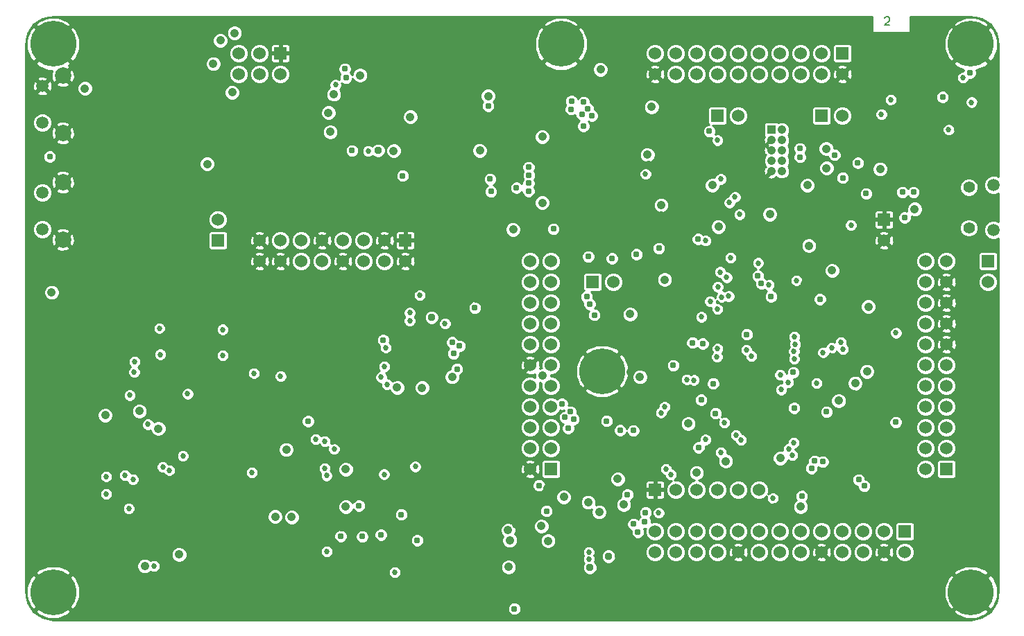
<source format=gbr>
G04 (created by PCBNEW (2013-07-24 BZR 4024)-stable) date Thu Dec 12 22:01:32 2013*
%MOIN*%
G04 Gerber Fmt 3.4, Leading zero omitted, Abs format*
%FSLAX34Y34*%
G01*
G70*
G90*
G04 APERTURE LIST*
%ADD10C,0.00590551*%
%ADD11C,0.007*%
%ADD12R,0.06X0.06*%
%ADD13C,0.06*%
%ADD14C,0.0590551*%
%ADD15C,0.0551181*%
%ADD16C,0.0787402*%
%ADD17C,0.025*%
%ADD18R,0.042X0.042*%
%ADD19C,0.042*%
%ADD20C,0.023622*%
%ADD21C,0.0230315*%
%ADD22C,0.220472*%
%ADD23C,0.031*%
%ADD24C,0.027*%
%ADD25C,0.037*%
%ADD26C,0.05*%
%ADD27C,0.01*%
G04 APERTURE END LIST*
G54D10*
G54D11*
X65161Y-39681D02*
X65180Y-39662D01*
X65218Y-39643D01*
X65313Y-39643D01*
X65351Y-39662D01*
X65370Y-39681D01*
X65389Y-39719D01*
X65389Y-39758D01*
X65370Y-39815D01*
X65142Y-40043D01*
X65389Y-40043D01*
G54D12*
X68122Y-61397D03*
G54D13*
X67122Y-61397D03*
X68122Y-60397D03*
X67122Y-60397D03*
X68122Y-59397D03*
X67122Y-59397D03*
X68122Y-58397D03*
X67122Y-58397D03*
X68122Y-57397D03*
X67122Y-57397D03*
X68122Y-56397D03*
X67122Y-56397D03*
X68122Y-55397D03*
X67122Y-55397D03*
X68122Y-54397D03*
X67122Y-54397D03*
X68122Y-53397D03*
X67122Y-53397D03*
X68122Y-52397D03*
X67122Y-52397D03*
X68122Y-51397D03*
X67122Y-51397D03*
G54D14*
X70374Y-49901D03*
X70374Y-47736D03*
G54D15*
X69204Y-49799D03*
X69204Y-47838D03*
G54D14*
X24685Y-48090D03*
X24685Y-49862D03*
G54D16*
X25665Y-50356D03*
X25665Y-47596D03*
G54D17*
X40510Y-44276D03*
X40510Y-44925D03*
X39860Y-44925D03*
X39860Y-44276D03*
X39860Y-43626D03*
X40510Y-43626D03*
X41159Y-43626D03*
X41159Y-44276D03*
X41159Y-44925D03*
X42775Y-55865D03*
X42775Y-56455D03*
X42184Y-56455D03*
X42184Y-55865D03*
X42184Y-55274D03*
X42775Y-55274D03*
X43365Y-55274D03*
X43365Y-55865D03*
X43365Y-56455D03*
G54D12*
X54122Y-62397D03*
G54D13*
X55122Y-62397D03*
X56122Y-62397D03*
X57122Y-62397D03*
X58122Y-62397D03*
X59122Y-62397D03*
G54D18*
X59709Y-45065D03*
G54D19*
X60209Y-45065D03*
X59709Y-45565D03*
X60209Y-45565D03*
X59709Y-46065D03*
X60209Y-46065D03*
X59709Y-46565D03*
X60209Y-46565D03*
X59709Y-47065D03*
X60209Y-47065D03*
G54D12*
X63122Y-41397D03*
G54D13*
X63122Y-42397D03*
X62122Y-41397D03*
X62122Y-42397D03*
X61122Y-41397D03*
X61122Y-42397D03*
X60122Y-41397D03*
X60122Y-42397D03*
X59122Y-41397D03*
X59122Y-42397D03*
X58122Y-41397D03*
X58122Y-42397D03*
X57122Y-41397D03*
X57122Y-42397D03*
X56122Y-41397D03*
X56122Y-42397D03*
X55122Y-41397D03*
X55122Y-42397D03*
X54122Y-41397D03*
X54122Y-42397D03*
G54D20*
X36464Y-62111D03*
X36464Y-61678D03*
X36897Y-61678D03*
X36897Y-62111D03*
X36897Y-62544D03*
X36464Y-62544D03*
X36031Y-62544D03*
X36031Y-62111D03*
X36031Y-61678D03*
X50184Y-64144D03*
X49924Y-64403D03*
X49924Y-63884D03*
X50444Y-63884D03*
X50444Y-64403D03*
G54D12*
X33122Y-50397D03*
G54D13*
X33122Y-49397D03*
G54D12*
X57122Y-44397D03*
G54D13*
X58122Y-44397D03*
G54D12*
X62122Y-44397D03*
G54D13*
X63122Y-44397D03*
G54D21*
X66744Y-44075D03*
X66547Y-44370D03*
X66940Y-44370D03*
X66940Y-43780D03*
X66547Y-43780D03*
G54D14*
X24685Y-42972D03*
X24685Y-44744D03*
G54D16*
X25665Y-45238D03*
X25665Y-42478D03*
G54D12*
X66122Y-64397D03*
G54D13*
X66122Y-65397D03*
X65122Y-64397D03*
X65122Y-65397D03*
X64122Y-64397D03*
X64122Y-65397D03*
X63122Y-64397D03*
X63122Y-65397D03*
X62122Y-64397D03*
X62122Y-65397D03*
X61122Y-64397D03*
X61122Y-65397D03*
X60122Y-64397D03*
X60122Y-65397D03*
X59122Y-64397D03*
X59122Y-65397D03*
X58122Y-64397D03*
X58122Y-65397D03*
X57122Y-64397D03*
X57122Y-65397D03*
X56122Y-64397D03*
X56122Y-65397D03*
X55122Y-64397D03*
X55122Y-65397D03*
X54122Y-64397D03*
X54122Y-65397D03*
G54D12*
X36122Y-41397D03*
G54D13*
X36122Y-42397D03*
X35122Y-41397D03*
X35122Y-42397D03*
X34122Y-41397D03*
X34122Y-42397D03*
G54D12*
X65122Y-49397D03*
G54D13*
X65122Y-50397D03*
G54D12*
X70122Y-51397D03*
G54D13*
X70122Y-52397D03*
G54D12*
X49122Y-61397D03*
G54D13*
X48122Y-61397D03*
X49122Y-60397D03*
X48122Y-60397D03*
X49122Y-59397D03*
X48122Y-59397D03*
X49122Y-58397D03*
X48122Y-58397D03*
X49122Y-57397D03*
X48122Y-57397D03*
X49122Y-56397D03*
X48122Y-56397D03*
X49122Y-55397D03*
X48122Y-55397D03*
X49122Y-54397D03*
X48122Y-54397D03*
X49122Y-53397D03*
X48122Y-53397D03*
X49122Y-52397D03*
X48122Y-52397D03*
X49122Y-51397D03*
X48122Y-51397D03*
G54D12*
X51122Y-52397D03*
G54D13*
X52122Y-52397D03*
G54D22*
X25196Y-40944D03*
G54D20*
X25196Y-40078D03*
X24330Y-40944D03*
X25196Y-41811D03*
X26062Y-40944D03*
X25807Y-40334D03*
X24586Y-40334D03*
X24586Y-41555D03*
X25807Y-41555D03*
G54D22*
X25196Y-67322D03*
G54D20*
X25196Y-66456D03*
X24330Y-67322D03*
X25196Y-68188D03*
X26062Y-67322D03*
X25807Y-66712D03*
X24586Y-66712D03*
X24586Y-67933D03*
X25807Y-67933D03*
G54D22*
X69291Y-67322D03*
G54D20*
X69291Y-66456D03*
X68425Y-67322D03*
X69291Y-68188D03*
X70157Y-67322D03*
X69901Y-66712D03*
X68681Y-66712D03*
X68681Y-67933D03*
X69901Y-67933D03*
G54D22*
X69291Y-40944D03*
G54D20*
X69291Y-40078D03*
X68425Y-40944D03*
X69291Y-41811D03*
X70157Y-40944D03*
X69901Y-40334D03*
X68681Y-40334D03*
X68681Y-41555D03*
X69901Y-41555D03*
G54D22*
X49606Y-40944D03*
G54D20*
X49606Y-40078D03*
X48740Y-40944D03*
X49606Y-41811D03*
X50472Y-40944D03*
X50216Y-40334D03*
X48996Y-40334D03*
X48996Y-41555D03*
X50216Y-41555D03*
G54D22*
X51574Y-56692D03*
G54D20*
X51574Y-55826D03*
X50708Y-56692D03*
X51574Y-57559D03*
X52440Y-56692D03*
X52185Y-56082D03*
X50964Y-56082D03*
X50964Y-57303D03*
X52185Y-57303D03*
G54D12*
X42122Y-50397D03*
G54D13*
X42122Y-51397D03*
X41122Y-50397D03*
X41122Y-51397D03*
X40122Y-50397D03*
X40122Y-51397D03*
X39122Y-50397D03*
X39122Y-51397D03*
X38122Y-50397D03*
X38122Y-51397D03*
X37122Y-50397D03*
X37122Y-51397D03*
X36122Y-50397D03*
X36122Y-51397D03*
X35122Y-50397D03*
X35122Y-51397D03*
G54D23*
X42690Y-64830D03*
X47360Y-68120D03*
G54D19*
X47082Y-66107D03*
G54D24*
X60792Y-55737D03*
X29111Y-56231D03*
X28874Y-57844D03*
X58252Y-59997D03*
X30050Y-66064D03*
X54887Y-61667D03*
X57282Y-47447D03*
G54D19*
X48702Y-48587D03*
X48700Y-45410D03*
G54D23*
X50672Y-44897D03*
G54D19*
X46100Y-43450D03*
G54D24*
X34750Y-61560D03*
G54D19*
X47052Y-64337D03*
G54D23*
X50102Y-43697D03*
X50602Y-44327D03*
X50692Y-43747D03*
X50892Y-44067D03*
X51082Y-44397D03*
X48042Y-48027D03*
X48042Y-46877D03*
X48062Y-47267D03*
X48052Y-47647D03*
X50972Y-53457D03*
X46232Y-48047D03*
X50832Y-53107D03*
X46192Y-47447D03*
G54D24*
X53662Y-47207D03*
G54D23*
X47462Y-47867D03*
X54990Y-56410D03*
X55920Y-55320D03*
X66002Y-48077D03*
X66532Y-48077D03*
G54D19*
X33232Y-40777D03*
G54D24*
X57442Y-59167D03*
X64994Y-44325D03*
G54D23*
X50082Y-44087D03*
G54D24*
X63044Y-55288D03*
X63150Y-55634D03*
X62192Y-55787D03*
X62605Y-55556D03*
G54D23*
X62042Y-53227D03*
X48542Y-62187D03*
G54D24*
X60182Y-57577D03*
X55982Y-57117D03*
X57092Y-56007D03*
X55642Y-57087D03*
X57122Y-55607D03*
X60512Y-57227D03*
G54D23*
X61782Y-61007D03*
G54D24*
X60774Y-60131D03*
X59772Y-62807D03*
X60542Y-60437D03*
X60712Y-60727D03*
G54D23*
X59692Y-53097D03*
G54D19*
X33802Y-43277D03*
G54D24*
X59572Y-52537D03*
G54D23*
X56212Y-60357D03*
X57022Y-58717D03*
G54D19*
X32892Y-41897D03*
G54D24*
X54652Y-61392D03*
G54D23*
X69250Y-42335D03*
X67934Y-43505D03*
G54D19*
X33912Y-40427D03*
G54D24*
X61882Y-57257D03*
G54D23*
X60762Y-56747D03*
G54D24*
X58186Y-49143D03*
X56352Y-54077D03*
G54D23*
X50202Y-58997D03*
G54D24*
X57742Y-51227D03*
X57252Y-51917D03*
X57132Y-52637D03*
X57322Y-53117D03*
G54D23*
X50062Y-58647D03*
X49792Y-58907D03*
G54D24*
X56764Y-53336D03*
X57122Y-53707D03*
G54D23*
X49942Y-59437D03*
G54D24*
X57562Y-52177D03*
G54D23*
X49642Y-58257D03*
G54D24*
X57662Y-53077D03*
X57959Y-48308D03*
X57122Y-45577D03*
G54D23*
X56722Y-45147D03*
G54D24*
X57691Y-48577D03*
G54D23*
X63900Y-61910D03*
X60800Y-58460D03*
X64170Y-62210D03*
X62172Y-61047D03*
X61170Y-62700D03*
X61632Y-61357D03*
X61079Y-45975D03*
X62742Y-46287D03*
X61082Y-46387D03*
X62358Y-58646D03*
G54D19*
X66592Y-48894D03*
G54D23*
X66106Y-49301D03*
X64262Y-48147D03*
G54D24*
X69324Y-43748D03*
X56545Y-59976D03*
G54D23*
X63132Y-47387D03*
G54D24*
X57282Y-60597D03*
G54D19*
X30250Y-59450D03*
G54D24*
X27744Y-62604D03*
X29035Y-61889D03*
X30464Y-61304D03*
G54D23*
X48902Y-63417D03*
G54D24*
X38765Y-42911D03*
G54D23*
X52052Y-51267D03*
X45460Y-53640D03*
X51202Y-53987D03*
G54D24*
X40335Y-46101D03*
G54D23*
X41992Y-47287D03*
X49232Y-49847D03*
X46100Y-43930D03*
G54D19*
X50770Y-66890D03*
X48240Y-66890D03*
X49192Y-50777D03*
G54D23*
X54422Y-50197D03*
G54D19*
X44094Y-50984D03*
X68922Y-46497D03*
G54D23*
X62832Y-60687D03*
X64472Y-59807D03*
G54D19*
X68052Y-48894D03*
X68622Y-48077D03*
X68622Y-47487D03*
X51032Y-48607D03*
X44160Y-62230D03*
G54D23*
X38254Y-58961D03*
G54D19*
X36488Y-55898D03*
X27342Y-58267D03*
X32244Y-60404D03*
X27165Y-64173D03*
X35064Y-64191D03*
X41009Y-65768D03*
X41785Y-59665D03*
X44065Y-59665D03*
X46555Y-65748D03*
X31802Y-47497D03*
X53052Y-43362D03*
X52960Y-56730D03*
X37827Y-45787D03*
X37252Y-44232D03*
X40412Y-41667D03*
X68122Y-65717D03*
X69672Y-59227D03*
X52382Y-65607D03*
X64322Y-47627D03*
X51432Y-60737D03*
X50182Y-60697D03*
X50982Y-59437D03*
X26722Y-48187D03*
X25680Y-64100D03*
X27165Y-62598D03*
X26673Y-56299D03*
X26673Y-58661D03*
X26673Y-61023D03*
X24420Y-61700D03*
X26673Y-65748D03*
X39050Y-64200D03*
X47047Y-55511D03*
X44881Y-67322D03*
X42519Y-67322D03*
X40157Y-67322D03*
X28346Y-67322D03*
X30708Y-67322D03*
X37795Y-67322D03*
X35433Y-67322D03*
X33070Y-67322D03*
X46062Y-57086D03*
X46555Y-53937D03*
X37007Y-52854D03*
X44881Y-52362D03*
X41043Y-52854D03*
X46555Y-63385D03*
X46555Y-58661D03*
X46555Y-61023D03*
X47070Y-63510D03*
X42519Y-52362D03*
X38976Y-52952D03*
X26673Y-53937D03*
X28346Y-52362D03*
X30708Y-52362D03*
X33070Y-52362D03*
X35433Y-52362D03*
X70122Y-65897D03*
X70122Y-62497D03*
X24722Y-53697D03*
X24722Y-51897D03*
X24722Y-59087D03*
X24722Y-57287D03*
X24722Y-55487D03*
X24622Y-46737D03*
X34312Y-47897D03*
X54932Y-61097D03*
X56672Y-61317D03*
X54412Y-49707D03*
X48952Y-62327D03*
X47742Y-62597D03*
X47452Y-64057D03*
X52532Y-57787D03*
X51732Y-53937D03*
X51802Y-67237D03*
X55172Y-43867D03*
X51292Y-62177D03*
X64790Y-61240D03*
X51822Y-62627D03*
X66442Y-50677D03*
X54412Y-49207D03*
X46442Y-50277D03*
X54862Y-60057D03*
X62358Y-49807D03*
X65327Y-51222D03*
X49484Y-65444D03*
G54D24*
X37882Y-49757D03*
G54D23*
X41532Y-47227D03*
G54D19*
X40390Y-63240D03*
X39540Y-60960D03*
X40160Y-60900D03*
X42150Y-60370D03*
X29480Y-55000D03*
X34920Y-62020D03*
X32390Y-58220D03*
X30650Y-58230D03*
X29870Y-58620D03*
G54D24*
X37380Y-49756D03*
G54D19*
X41874Y-62269D03*
X28311Y-55851D03*
X27931Y-56721D03*
X30701Y-56641D03*
X31130Y-66420D03*
X29650Y-64200D03*
X24448Y-65039D03*
X42065Y-45711D03*
X32951Y-56691D03*
G54D24*
X31751Y-54281D03*
G54D19*
X63744Y-44075D03*
G54D25*
X40015Y-55375D03*
G54D19*
X60979Y-61722D03*
X27594Y-59404D03*
G54D25*
X36764Y-64791D03*
G54D23*
X36354Y-58921D03*
G54D24*
X39900Y-47546D03*
G54D19*
X38964Y-65961D03*
X30034Y-60674D03*
G54D25*
X35714Y-64791D03*
G54D19*
X42290Y-46886D03*
X37184Y-65411D03*
X32194Y-62334D03*
G54D23*
X36354Y-59451D03*
G54D19*
X62711Y-50161D03*
X67144Y-41425D03*
X59741Y-61206D03*
X48084Y-65354D03*
X63461Y-50967D03*
X65363Y-53590D03*
X56241Y-48924D03*
X31001Y-55281D03*
X48330Y-43560D03*
G54D25*
X63348Y-52494D03*
G54D23*
X40400Y-47176D03*
G54D19*
X32951Y-53931D03*
X58165Y-50550D03*
G54D23*
X38704Y-59261D03*
X37154Y-59451D03*
G54D19*
X63206Y-59495D03*
X61297Y-52494D03*
X58964Y-48676D03*
X40365Y-56915D03*
G54D24*
X31751Y-53831D03*
G54D19*
X42769Y-66368D03*
X44475Y-53455D03*
G54D24*
X41130Y-47546D03*
G54D19*
X43505Y-44551D03*
X39225Y-41661D03*
X31651Y-56781D03*
X47360Y-44850D03*
X67144Y-46725D03*
X38635Y-42401D03*
X44775Y-57765D03*
X65398Y-52070D03*
G54D25*
X37335Y-44801D03*
G54D19*
X45875Y-55465D03*
X42925Y-58665D03*
X43160Y-62075D03*
X65151Y-52954D03*
X65151Y-57550D03*
X65594Y-44075D03*
X34964Y-60811D03*
X37485Y-43451D03*
X51850Y-41360D03*
X28254Y-62704D03*
G54D25*
X29234Y-63704D03*
X45575Y-55065D03*
X62591Y-56645D03*
G54D24*
X36650Y-49756D03*
G54D19*
X41529Y-64428D03*
G54D23*
X39560Y-47176D03*
G54D19*
X38474Y-64061D03*
X34614Y-59811D03*
X64585Y-58116D03*
X63355Y-54496D03*
X29324Y-59244D03*
X43775Y-53055D03*
X67594Y-42575D03*
X59880Y-63220D03*
X60731Y-51929D03*
G54D23*
X36754Y-59451D03*
G54D19*
X53731Y-51434D03*
G54D23*
X68894Y-45575D03*
G54D24*
X36150Y-49756D03*
G54D19*
X40365Y-54765D03*
G54D23*
X40760Y-47136D03*
X38360Y-47176D03*
G54D25*
X28774Y-64384D03*
G54D19*
X36264Y-64791D03*
G54D23*
X68044Y-44675D03*
G54D19*
X39704Y-63711D03*
G54D25*
X42855Y-59445D03*
G54D19*
X43505Y-44071D03*
X27284Y-61824D03*
G54D23*
X38760Y-47176D03*
G54D19*
X63772Y-58929D03*
G54D23*
X39160Y-47176D03*
G54D24*
X31751Y-54731D03*
G54D19*
X41725Y-58665D03*
G54D24*
X39400Y-47546D03*
G54D19*
X34048Y-56488D03*
G54D23*
X37804Y-58811D03*
G54D25*
X45585Y-55845D03*
G54D19*
X44900Y-45670D03*
G54D25*
X42995Y-59885D03*
G54D23*
X37960Y-47176D03*
G54D19*
X47669Y-66093D03*
X27244Y-60204D03*
G54D24*
X40630Y-47546D03*
G54D19*
X29494Y-61134D03*
X46500Y-42470D03*
X32151Y-56781D03*
X27284Y-60994D03*
X27894Y-60874D03*
G54D25*
X43275Y-53055D03*
G54D19*
X30604Y-62074D03*
X67594Y-45575D03*
X38054Y-60961D03*
X32701Y-55281D03*
X53800Y-46770D03*
X49710Y-48580D03*
G54D23*
X68894Y-43075D03*
G54D19*
X35388Y-57588D03*
X68694Y-45075D03*
X70122Y-58797D03*
X70122Y-55397D03*
G54D24*
X65692Y-54847D03*
X30301Y-54621D03*
X33351Y-54681D03*
X60812Y-55037D03*
X30351Y-55881D03*
X33351Y-55931D03*
X58502Y-55667D03*
X38240Y-61360D03*
X38254Y-60061D03*
X58742Y-55957D03*
X38334Y-61711D03*
X38700Y-60440D03*
G54D23*
X56332Y-58067D03*
G54D24*
X37804Y-59961D03*
G54D23*
X37452Y-59097D03*
X56912Y-57287D03*
X53662Y-63487D03*
X40952Y-64557D03*
G54D24*
X42600Y-61280D03*
G54D23*
X41922Y-63587D03*
G54D24*
X41607Y-66366D03*
X68904Y-42575D03*
X65444Y-43625D03*
G54D23*
X63862Y-46667D03*
G54D24*
X68224Y-45075D03*
X63531Y-49658D03*
X60906Y-52321D03*
G54D23*
X58522Y-54917D03*
G54D24*
X42330Y-54270D03*
X34838Y-56788D03*
G54D23*
X40052Y-64647D03*
G54D24*
X54292Y-63507D03*
X38342Y-65363D03*
G54D23*
X59062Y-52107D03*
G54D24*
X41240Y-57330D03*
X58002Y-59767D03*
X29754Y-59244D03*
X27744Y-61754D03*
X28644Y-61704D03*
X60802Y-56107D03*
X29091Y-56731D03*
X50942Y-65737D03*
G54D23*
X52442Y-59537D03*
G54D24*
X54582Y-58407D03*
G54D23*
X53292Y-64427D03*
X52792Y-62627D03*
G54D24*
X50934Y-65394D03*
G54D23*
X53082Y-64047D03*
G54D24*
X54402Y-58687D03*
G54D23*
X53072Y-59547D03*
X51792Y-59087D03*
X56410Y-55370D03*
G54D24*
X42820Y-53040D03*
X56538Y-50409D03*
G54D23*
X53223Y-51068D03*
G54D24*
X42330Y-53880D03*
G54D23*
X39212Y-42147D03*
X44602Y-56587D03*
X50912Y-51177D03*
X39268Y-42577D03*
G54D24*
X36128Y-56938D03*
G54D23*
X39020Y-64630D03*
X53622Y-63927D03*
X39892Y-63157D03*
G54D24*
X41100Y-61650D03*
G54D23*
X59222Y-52467D03*
G54D24*
X40960Y-56980D03*
X60132Y-56857D03*
X30784Y-61454D03*
X28834Y-63304D03*
X31434Y-60764D03*
X31660Y-57780D03*
X60842Y-55407D03*
G54D19*
X47142Y-64827D03*
X25122Y-52897D03*
G54D23*
X41055Y-55195D03*
G54D25*
X43385Y-54105D03*
G54D19*
X41560Y-46086D03*
X39945Y-42451D03*
X38682Y-43367D03*
X38427Y-44257D03*
X39260Y-63210D03*
X36404Y-60461D03*
X36654Y-63711D03*
G54D24*
X41105Y-56465D03*
G54D19*
X39254Y-61411D03*
X29600Y-66064D03*
G54D24*
X41175Y-55555D03*
G54D25*
X40810Y-46076D03*
G54D19*
X42925Y-57485D03*
X41725Y-57475D03*
X29344Y-58604D03*
G54D23*
X44435Y-55845D03*
G54D19*
X38515Y-45171D03*
X44375Y-56965D03*
G54D23*
X39560Y-46076D03*
G54D19*
X31250Y-65514D03*
X27704Y-58804D03*
G54D23*
X44375Y-55305D03*
X65682Y-59147D03*
X25032Y-46367D03*
G54D19*
X47300Y-49870D03*
X32602Y-46717D03*
X53392Y-56967D03*
X64367Y-53587D03*
X62942Y-58107D03*
X64932Y-46967D03*
X48722Y-56897D03*
X26722Y-43087D03*
G54D23*
X54302Y-50777D03*
G54D19*
X56112Y-61567D03*
X49734Y-62744D03*
X48652Y-64147D03*
G54D23*
X44725Y-55475D03*
G54D19*
X52918Y-53944D03*
X45700Y-46070D03*
X42362Y-44457D03*
G54D25*
X50984Y-66144D03*
G54D19*
X35864Y-63691D03*
X53950Y-43970D03*
X61110Y-63210D03*
X51432Y-63467D03*
X52612Y-63107D03*
X52322Y-61877D03*
X56872Y-47747D03*
X54412Y-48697D03*
X50910Y-63000D03*
X48980Y-64850D03*
X62362Y-46917D03*
X62342Y-45987D03*
X57514Y-61015D03*
X64302Y-56702D03*
X51500Y-42170D03*
X57167Y-49737D03*
X59635Y-49136D03*
X54579Y-52282D03*
X53750Y-46270D03*
X55711Y-59212D03*
X60130Y-60874D03*
X63737Y-57267D03*
X62622Y-51845D03*
X61509Y-50656D03*
X61438Y-47743D03*
G54D25*
X51884Y-65594D03*
G54D24*
X44025Y-54405D03*
X59070Y-51483D03*
G54D23*
X56182Y-50337D03*
G54D26*
X66941Y-43780D02*
X66941Y-44370D01*
X49923Y-63883D02*
X50445Y-63883D01*
X41160Y-43626D02*
X41160Y-44926D01*
X42181Y-56459D02*
X43369Y-55271D01*
X50445Y-63883D02*
X50445Y-64405D01*
X42181Y-55271D02*
X43369Y-55271D01*
X42181Y-56459D02*
X42181Y-55271D01*
X43369Y-56459D02*
X42181Y-56459D01*
X36031Y-61678D02*
X36897Y-61678D01*
X39860Y-43626D02*
X41160Y-43626D01*
X41160Y-44926D02*
X39860Y-44926D01*
X49923Y-64405D02*
X49923Y-63883D01*
X66547Y-43780D02*
X66941Y-43780D01*
X50445Y-64405D02*
X49923Y-64405D01*
X36031Y-62544D02*
X36031Y-61678D01*
X41160Y-44276D02*
X39860Y-44276D01*
X43369Y-55271D02*
X43369Y-56459D01*
X49923Y-64405D02*
X50445Y-63883D01*
X43369Y-56459D02*
X42181Y-55271D01*
X36897Y-61678D02*
X36897Y-62544D01*
X36897Y-62544D02*
X36031Y-62544D01*
X36031Y-61678D02*
X36897Y-62544D01*
X41160Y-44926D02*
X39860Y-43626D01*
X66941Y-44370D02*
X66547Y-44370D01*
X66547Y-44370D02*
X66547Y-43780D01*
X41160Y-43626D02*
X39860Y-44926D01*
X36897Y-61678D02*
X36031Y-62544D01*
X39860Y-44926D02*
X39860Y-43626D01*
X40510Y-44926D02*
X40510Y-43626D01*
G54D10*
G36*
X66820Y-44080D02*
X66749Y-44151D01*
X66744Y-44145D01*
X66738Y-44151D01*
X66667Y-44080D01*
X66673Y-44075D01*
X66667Y-44069D01*
X66738Y-43998D01*
X66744Y-44004D01*
X66749Y-43998D01*
X66820Y-44069D01*
X66814Y-44075D01*
X66820Y-44080D01*
X66820Y-44080D01*
G37*
G54D27*
X66820Y-44080D02*
X66749Y-44151D01*
X66744Y-44145D01*
X66738Y-44151D01*
X66667Y-44080D01*
X66673Y-44075D01*
X66667Y-44069D01*
X66738Y-43998D01*
X66744Y-44004D01*
X66749Y-43998D01*
X66820Y-44069D01*
X66814Y-44075D01*
X66820Y-44080D01*
G54D10*
G36*
X70621Y-67301D02*
X70592Y-67446D01*
X70592Y-52304D01*
X70592Y-52304D01*
X70592Y-51663D01*
X70592Y-51063D01*
X70566Y-51001D01*
X70518Y-50953D01*
X70456Y-50927D01*
X70388Y-50927D01*
X69788Y-50927D01*
X69725Y-50953D01*
X69678Y-51001D01*
X69652Y-51063D01*
X69652Y-51131D01*
X69652Y-51731D01*
X69677Y-51793D01*
X69725Y-51841D01*
X69788Y-51867D01*
X69855Y-51867D01*
X70455Y-51867D01*
X70518Y-51841D01*
X70566Y-51794D01*
X70592Y-51731D01*
X70592Y-51663D01*
X70592Y-52304D01*
X70520Y-52131D01*
X70388Y-51999D01*
X70215Y-51927D01*
X70028Y-51927D01*
X69856Y-51998D01*
X69723Y-52131D01*
X69652Y-52303D01*
X69651Y-52490D01*
X69723Y-52663D01*
X69855Y-52795D01*
X70028Y-52867D01*
X70215Y-52867D01*
X70387Y-52796D01*
X70520Y-52664D01*
X70591Y-52491D01*
X70592Y-52304D01*
X70592Y-67446D01*
X70563Y-67587D01*
X70563Y-67070D01*
X70370Y-66602D01*
X70369Y-66601D01*
X70213Y-66471D01*
X70142Y-66542D01*
X70142Y-66400D01*
X70012Y-66244D01*
X69650Y-66094D01*
X69650Y-49710D01*
X69650Y-47750D01*
X69629Y-47698D01*
X69629Y-43688D01*
X69582Y-43576D01*
X69497Y-43490D01*
X69384Y-43443D01*
X69263Y-43443D01*
X69151Y-43489D01*
X69065Y-43575D01*
X69019Y-43687D01*
X69018Y-43809D01*
X69065Y-43921D01*
X69151Y-44007D01*
X69263Y-44053D01*
X69384Y-44053D01*
X69496Y-44007D01*
X69582Y-43921D01*
X69628Y-43809D01*
X69629Y-43688D01*
X69629Y-47698D01*
X69582Y-47586D01*
X69457Y-47461D01*
X69293Y-47393D01*
X69116Y-47392D01*
X68952Y-47460D01*
X68827Y-47585D01*
X68759Y-47749D01*
X68759Y-47926D01*
X68826Y-48090D01*
X68951Y-48216D01*
X69115Y-48284D01*
X69292Y-48284D01*
X69456Y-48216D01*
X69582Y-48091D01*
X69650Y-47927D01*
X69650Y-47750D01*
X69650Y-49710D01*
X69582Y-49547D01*
X69457Y-49421D01*
X69293Y-49353D01*
X69116Y-49353D01*
X68952Y-49421D01*
X68827Y-49546D01*
X68759Y-49710D01*
X68759Y-49887D01*
X68826Y-50051D01*
X68951Y-50176D01*
X69115Y-50244D01*
X69292Y-50244D01*
X69456Y-50177D01*
X69582Y-50051D01*
X69650Y-49888D01*
X69650Y-49710D01*
X69650Y-66094D01*
X69545Y-66050D01*
X69039Y-66050D01*
X68597Y-66233D01*
X68597Y-55460D01*
X68597Y-54460D01*
X68597Y-53460D01*
X68597Y-52460D01*
X68592Y-52383D01*
X68592Y-51304D01*
X68529Y-51152D01*
X68529Y-45014D01*
X68482Y-44902D01*
X68397Y-44816D01*
X68285Y-44770D01*
X68259Y-44770D01*
X68259Y-43440D01*
X68209Y-43321D01*
X68118Y-43229D01*
X67999Y-43180D01*
X67869Y-43180D01*
X67750Y-43229D01*
X67658Y-43320D01*
X67609Y-43440D01*
X67609Y-43569D01*
X67658Y-43689D01*
X67749Y-43780D01*
X67869Y-43830D01*
X67998Y-43830D01*
X68117Y-43780D01*
X68209Y-43689D01*
X68259Y-43570D01*
X68259Y-43440D01*
X68259Y-44770D01*
X68163Y-44770D01*
X68051Y-44816D01*
X67965Y-44902D01*
X67919Y-45014D01*
X67919Y-45135D01*
X67965Y-45247D01*
X68051Y-45333D01*
X68163Y-45380D01*
X68284Y-45380D01*
X68396Y-45333D01*
X68482Y-45248D01*
X68529Y-45136D01*
X68529Y-45014D01*
X68529Y-51152D01*
X68520Y-51131D01*
X68388Y-50999D01*
X68215Y-50927D01*
X68028Y-50927D01*
X67856Y-50998D01*
X67723Y-51131D01*
X67652Y-51303D01*
X67651Y-51490D01*
X67723Y-51663D01*
X67855Y-51795D01*
X68028Y-51867D01*
X68215Y-51867D01*
X68387Y-51796D01*
X68520Y-51664D01*
X68591Y-51491D01*
X68592Y-51304D01*
X68592Y-52383D01*
X68584Y-52273D01*
X68537Y-52157D01*
X68464Y-52126D01*
X68393Y-52196D01*
X68393Y-52055D01*
X68361Y-51982D01*
X68184Y-51922D01*
X67998Y-51934D01*
X67882Y-51982D01*
X67850Y-52055D01*
X68122Y-52326D01*
X68393Y-52055D01*
X68393Y-52196D01*
X68192Y-52397D01*
X68464Y-52669D01*
X68537Y-52637D01*
X68597Y-52460D01*
X68597Y-53460D01*
X68584Y-53273D01*
X68537Y-53157D01*
X68464Y-53126D01*
X68393Y-53196D01*
X68393Y-53055D01*
X68393Y-52739D01*
X68122Y-52468D01*
X68051Y-52539D01*
X68051Y-52397D01*
X67779Y-52126D01*
X67707Y-52157D01*
X67646Y-52334D01*
X67659Y-52521D01*
X67707Y-52637D01*
X67779Y-52669D01*
X68051Y-52397D01*
X68051Y-52539D01*
X67850Y-52739D01*
X67882Y-52812D01*
X68059Y-52872D01*
X68245Y-52860D01*
X68361Y-52812D01*
X68393Y-52739D01*
X68393Y-53055D01*
X68361Y-52982D01*
X68184Y-52922D01*
X67998Y-52934D01*
X67882Y-52982D01*
X67850Y-53055D01*
X68122Y-53326D01*
X68393Y-53055D01*
X68393Y-53196D01*
X68192Y-53397D01*
X68464Y-53669D01*
X68537Y-53637D01*
X68597Y-53460D01*
X68597Y-54460D01*
X68584Y-54273D01*
X68537Y-54157D01*
X68464Y-54126D01*
X68393Y-54196D01*
X68393Y-54055D01*
X68393Y-53739D01*
X68122Y-53468D01*
X68051Y-53539D01*
X68051Y-53397D01*
X67779Y-53126D01*
X67707Y-53157D01*
X67646Y-53334D01*
X67659Y-53521D01*
X67707Y-53637D01*
X67779Y-53669D01*
X68051Y-53397D01*
X68051Y-53539D01*
X67850Y-53739D01*
X67882Y-53812D01*
X68059Y-53872D01*
X68245Y-53860D01*
X68361Y-53812D01*
X68393Y-53739D01*
X68393Y-54055D01*
X68361Y-53982D01*
X68184Y-53922D01*
X67998Y-53934D01*
X67882Y-53982D01*
X67850Y-54055D01*
X68122Y-54326D01*
X68393Y-54055D01*
X68393Y-54196D01*
X68192Y-54397D01*
X68464Y-54669D01*
X68537Y-54637D01*
X68597Y-54460D01*
X68597Y-55460D01*
X68584Y-55273D01*
X68537Y-55157D01*
X68464Y-55126D01*
X68393Y-55196D01*
X68393Y-55055D01*
X68393Y-54739D01*
X68122Y-54468D01*
X68051Y-54539D01*
X68051Y-54397D01*
X67779Y-54126D01*
X67707Y-54157D01*
X67646Y-54334D01*
X67659Y-54521D01*
X67707Y-54637D01*
X67779Y-54669D01*
X68051Y-54397D01*
X68051Y-54539D01*
X67850Y-54739D01*
X67882Y-54812D01*
X68059Y-54872D01*
X68245Y-54860D01*
X68361Y-54812D01*
X68393Y-54739D01*
X68393Y-55055D01*
X68361Y-54982D01*
X68184Y-54922D01*
X67998Y-54934D01*
X67882Y-54982D01*
X67850Y-55055D01*
X68122Y-55326D01*
X68393Y-55055D01*
X68393Y-55196D01*
X68192Y-55397D01*
X68464Y-55669D01*
X68537Y-55637D01*
X68597Y-55460D01*
X68597Y-66233D01*
X68592Y-66235D01*
X68592Y-60304D01*
X68592Y-59304D01*
X68592Y-58304D01*
X68592Y-57304D01*
X68592Y-56304D01*
X68520Y-56131D01*
X68393Y-56004D01*
X68393Y-55739D01*
X68122Y-55468D01*
X68051Y-55539D01*
X68051Y-55397D01*
X67779Y-55126D01*
X67707Y-55157D01*
X67646Y-55334D01*
X67659Y-55521D01*
X67707Y-55637D01*
X67779Y-55669D01*
X68051Y-55397D01*
X68051Y-55539D01*
X67850Y-55739D01*
X67882Y-55812D01*
X68059Y-55872D01*
X68245Y-55860D01*
X68361Y-55812D01*
X68393Y-55739D01*
X68393Y-56004D01*
X68388Y-55999D01*
X68215Y-55927D01*
X68028Y-55927D01*
X67856Y-55998D01*
X67723Y-56131D01*
X67652Y-56303D01*
X67651Y-56490D01*
X67723Y-56663D01*
X67855Y-56795D01*
X68028Y-56867D01*
X68215Y-56867D01*
X68387Y-56796D01*
X68520Y-56664D01*
X68591Y-56491D01*
X68592Y-56304D01*
X68592Y-57304D01*
X68520Y-57131D01*
X68388Y-56999D01*
X68215Y-56927D01*
X68028Y-56927D01*
X67856Y-56998D01*
X67723Y-57131D01*
X67652Y-57303D01*
X67651Y-57490D01*
X67723Y-57663D01*
X67855Y-57795D01*
X68028Y-57867D01*
X68215Y-57867D01*
X68387Y-57796D01*
X68520Y-57664D01*
X68591Y-57491D01*
X68592Y-57304D01*
X68592Y-58304D01*
X68520Y-58131D01*
X68388Y-57999D01*
X68215Y-57927D01*
X68028Y-57927D01*
X67856Y-57998D01*
X67723Y-58131D01*
X67652Y-58303D01*
X67651Y-58490D01*
X67723Y-58663D01*
X67855Y-58795D01*
X68028Y-58867D01*
X68215Y-58867D01*
X68387Y-58796D01*
X68520Y-58664D01*
X68591Y-58491D01*
X68592Y-58304D01*
X68592Y-59304D01*
X68520Y-59131D01*
X68388Y-58999D01*
X68215Y-58927D01*
X68028Y-58927D01*
X67856Y-58998D01*
X67723Y-59131D01*
X67652Y-59303D01*
X67651Y-59490D01*
X67723Y-59663D01*
X67855Y-59795D01*
X68028Y-59867D01*
X68215Y-59867D01*
X68387Y-59796D01*
X68520Y-59664D01*
X68591Y-59491D01*
X68592Y-59304D01*
X68592Y-60304D01*
X68520Y-60131D01*
X68388Y-59999D01*
X68215Y-59927D01*
X68028Y-59927D01*
X67856Y-59998D01*
X67723Y-60131D01*
X67652Y-60303D01*
X67651Y-60490D01*
X67723Y-60663D01*
X67855Y-60795D01*
X68028Y-60867D01*
X68215Y-60867D01*
X68387Y-60796D01*
X68520Y-60664D01*
X68591Y-60491D01*
X68592Y-60304D01*
X68592Y-66235D01*
X68592Y-66235D01*
X68592Y-61663D01*
X68592Y-61063D01*
X68566Y-61001D01*
X68518Y-60953D01*
X68456Y-60927D01*
X68388Y-60927D01*
X67788Y-60927D01*
X67725Y-60953D01*
X67678Y-61001D01*
X67652Y-61063D01*
X67652Y-61131D01*
X67652Y-61731D01*
X67677Y-61793D01*
X67725Y-61841D01*
X67788Y-61867D01*
X67855Y-61867D01*
X68455Y-61867D01*
X68518Y-61841D01*
X68566Y-61794D01*
X68592Y-61731D01*
X68592Y-61663D01*
X68592Y-66235D01*
X68571Y-66243D01*
X68569Y-66244D01*
X68440Y-66400D01*
X68542Y-66503D01*
X68681Y-66641D01*
X68751Y-66712D01*
X68890Y-66851D01*
X69291Y-67252D01*
X69692Y-66851D01*
X69830Y-66712D01*
X69901Y-66641D01*
X70040Y-66503D01*
X70142Y-66400D01*
X70142Y-66542D01*
X70111Y-66573D01*
X69972Y-66712D01*
X69901Y-66783D01*
X69762Y-66922D01*
X69362Y-67322D01*
X69762Y-67723D01*
X69901Y-67862D01*
X69972Y-67933D01*
X70111Y-68071D01*
X70213Y-68174D01*
X70369Y-68044D01*
X70563Y-67576D01*
X70563Y-67070D01*
X70563Y-67587D01*
X70515Y-67831D01*
X70229Y-68258D01*
X70142Y-68316D01*
X70142Y-68244D01*
X70040Y-68142D01*
X69901Y-68003D01*
X69830Y-67933D01*
X69692Y-67794D01*
X69291Y-67393D01*
X69220Y-67464D01*
X69220Y-67322D01*
X68819Y-66922D01*
X68681Y-66783D01*
X68610Y-66712D01*
X68471Y-66573D01*
X68369Y-66471D01*
X68213Y-66601D01*
X68019Y-67068D01*
X68018Y-67575D01*
X68212Y-68042D01*
X68213Y-68044D01*
X68369Y-68174D01*
X68471Y-68071D01*
X68610Y-67933D01*
X68681Y-67862D01*
X68819Y-67723D01*
X69220Y-67322D01*
X69220Y-67464D01*
X68890Y-67794D01*
X68751Y-67933D01*
X68681Y-68003D01*
X68542Y-68142D01*
X68440Y-68244D01*
X68569Y-68400D01*
X69037Y-68595D01*
X69543Y-68595D01*
X70011Y-68402D01*
X70012Y-68400D01*
X70142Y-68244D01*
X70142Y-68316D01*
X69799Y-68546D01*
X69267Y-68652D01*
X67592Y-68652D01*
X67592Y-61304D01*
X67592Y-60304D01*
X67592Y-59304D01*
X67592Y-58304D01*
X67592Y-57304D01*
X67592Y-56304D01*
X67592Y-55304D01*
X67592Y-54304D01*
X67592Y-53304D01*
X67592Y-52304D01*
X67592Y-51304D01*
X67520Y-51131D01*
X67388Y-50999D01*
X67231Y-50934D01*
X67231Y-44388D01*
X67231Y-43798D01*
X67216Y-43685D01*
X67202Y-43652D01*
X67148Y-43643D01*
X67077Y-43714D01*
X67077Y-43572D01*
X67068Y-43518D01*
X66959Y-43489D01*
X66846Y-43504D01*
X66813Y-43518D01*
X66804Y-43572D01*
X66940Y-43709D01*
X67077Y-43572D01*
X67077Y-43714D01*
X67011Y-43780D01*
X67148Y-43916D01*
X67202Y-43907D01*
X67231Y-43798D01*
X67231Y-44388D01*
X67216Y-44276D01*
X67202Y-44242D01*
X67148Y-44233D01*
X67077Y-44304D01*
X67077Y-44163D01*
X67068Y-44109D01*
X67032Y-44099D01*
X67034Y-44093D01*
X67029Y-44055D01*
X67035Y-44055D01*
X67068Y-44041D01*
X67077Y-43987D01*
X66940Y-43850D01*
X66935Y-43856D01*
X66864Y-43785D01*
X66870Y-43780D01*
X66829Y-43739D01*
X66822Y-43685D01*
X66808Y-43652D01*
X66754Y-43643D01*
X66744Y-43653D01*
X66733Y-43643D01*
X66683Y-43651D01*
X66683Y-43572D01*
X66675Y-43518D01*
X66565Y-43489D01*
X66453Y-43504D01*
X66419Y-43518D01*
X66410Y-43572D01*
X66547Y-43709D01*
X66683Y-43572D01*
X66683Y-43651D01*
X66679Y-43652D01*
X66656Y-43741D01*
X66617Y-43780D01*
X66623Y-43785D01*
X66552Y-43856D01*
X66547Y-43850D01*
X66476Y-43921D01*
X66476Y-43780D01*
X66339Y-43643D01*
X66286Y-43652D01*
X66257Y-43761D01*
X66272Y-43874D01*
X66286Y-43907D01*
X66339Y-43916D01*
X66476Y-43780D01*
X66476Y-43921D01*
X66410Y-43987D01*
X66419Y-44041D01*
X66455Y-44050D01*
X66453Y-44057D01*
X66458Y-44094D01*
X66453Y-44095D01*
X66419Y-44109D01*
X66410Y-44163D01*
X66547Y-44299D01*
X66552Y-44294D01*
X66623Y-44364D01*
X66617Y-44370D01*
X66658Y-44411D01*
X66665Y-44464D01*
X66679Y-44498D01*
X66733Y-44507D01*
X66744Y-44496D01*
X66754Y-44507D01*
X66808Y-44498D01*
X66832Y-44408D01*
X66870Y-44370D01*
X66864Y-44364D01*
X66880Y-44348D01*
X66935Y-44294D01*
X66940Y-44299D01*
X67077Y-44163D01*
X67077Y-44304D01*
X67011Y-44370D01*
X67148Y-44507D01*
X67202Y-44498D01*
X67231Y-44388D01*
X67231Y-50934D01*
X67215Y-50927D01*
X67077Y-50927D01*
X67077Y-44577D01*
X66940Y-44441D01*
X66880Y-44501D01*
X66804Y-44577D01*
X66813Y-44631D01*
X66922Y-44660D01*
X67035Y-44645D01*
X67068Y-44631D01*
X67077Y-44577D01*
X67077Y-50927D01*
X67028Y-50927D01*
X66972Y-50951D01*
X66972Y-48819D01*
X66914Y-48679D01*
X66857Y-48622D01*
X66857Y-48013D01*
X66807Y-47893D01*
X66716Y-47802D01*
X66683Y-47788D01*
X66683Y-44577D01*
X66547Y-44441D01*
X66476Y-44511D01*
X66476Y-44370D01*
X66339Y-44233D01*
X66286Y-44242D01*
X66257Y-44352D01*
X66272Y-44464D01*
X66286Y-44498D01*
X66339Y-44507D01*
X66476Y-44370D01*
X66476Y-44511D01*
X66410Y-44577D01*
X66419Y-44631D01*
X66529Y-44660D01*
X66641Y-44645D01*
X66675Y-44631D01*
X66683Y-44577D01*
X66683Y-47788D01*
X66596Y-47752D01*
X66467Y-47752D01*
X66348Y-47801D01*
X66266Y-47883D01*
X66186Y-47802D01*
X66066Y-47752D01*
X65937Y-47752D01*
X65818Y-47801D01*
X65749Y-47870D01*
X65749Y-43564D01*
X65702Y-43452D01*
X65617Y-43366D01*
X65505Y-43320D01*
X65383Y-43320D01*
X65271Y-43366D01*
X65185Y-43452D01*
X65139Y-43564D01*
X65139Y-43685D01*
X65185Y-43797D01*
X65271Y-43883D01*
X65383Y-43930D01*
X65504Y-43930D01*
X65616Y-43883D01*
X65702Y-43798D01*
X65749Y-43686D01*
X65749Y-43564D01*
X65749Y-47870D01*
X65726Y-47893D01*
X65677Y-48012D01*
X65676Y-48142D01*
X65726Y-48261D01*
X65817Y-48352D01*
X65937Y-48402D01*
X66066Y-48402D01*
X66185Y-48353D01*
X66267Y-48272D01*
X66347Y-48352D01*
X66467Y-48402D01*
X66596Y-48402D01*
X66715Y-48353D01*
X66807Y-48261D01*
X66856Y-48142D01*
X66857Y-48013D01*
X66857Y-48622D01*
X66807Y-48572D01*
X66667Y-48514D01*
X66516Y-48514D01*
X66377Y-48572D01*
X66270Y-48678D01*
X66212Y-48818D01*
X66211Y-48969D01*
X66223Y-48998D01*
X66170Y-48976D01*
X66041Y-48976D01*
X65922Y-49025D01*
X65830Y-49117D01*
X65781Y-49236D01*
X65780Y-49366D01*
X65830Y-49485D01*
X65921Y-49576D01*
X66041Y-49626D01*
X66170Y-49626D01*
X66289Y-49577D01*
X66381Y-49485D01*
X66430Y-49366D01*
X66431Y-49239D01*
X66516Y-49274D01*
X66667Y-49274D01*
X66807Y-49216D01*
X66914Y-49110D01*
X66971Y-48970D01*
X66972Y-48819D01*
X66972Y-50951D01*
X66856Y-50998D01*
X66723Y-51131D01*
X66652Y-51303D01*
X66651Y-51490D01*
X66723Y-51663D01*
X66855Y-51795D01*
X67028Y-51867D01*
X67215Y-51867D01*
X67387Y-51796D01*
X67520Y-51664D01*
X67591Y-51491D01*
X67592Y-51304D01*
X67592Y-52304D01*
X67520Y-52131D01*
X67388Y-51999D01*
X67215Y-51927D01*
X67028Y-51927D01*
X66856Y-51998D01*
X66723Y-52131D01*
X66652Y-52303D01*
X66651Y-52490D01*
X66723Y-52663D01*
X66855Y-52795D01*
X67028Y-52867D01*
X67215Y-52867D01*
X67387Y-52796D01*
X67520Y-52664D01*
X67591Y-52491D01*
X67592Y-52304D01*
X67592Y-53304D01*
X67520Y-53131D01*
X67388Y-52999D01*
X67215Y-52927D01*
X67028Y-52927D01*
X66856Y-52998D01*
X66723Y-53131D01*
X66652Y-53303D01*
X66651Y-53490D01*
X66723Y-53663D01*
X66855Y-53795D01*
X67028Y-53867D01*
X67215Y-53867D01*
X67387Y-53796D01*
X67520Y-53664D01*
X67591Y-53491D01*
X67592Y-53304D01*
X67592Y-54304D01*
X67520Y-54131D01*
X67388Y-53999D01*
X67215Y-53927D01*
X67028Y-53927D01*
X66856Y-53998D01*
X66723Y-54131D01*
X66652Y-54303D01*
X66651Y-54490D01*
X66723Y-54663D01*
X66855Y-54795D01*
X67028Y-54867D01*
X67215Y-54867D01*
X67387Y-54796D01*
X67520Y-54664D01*
X67591Y-54491D01*
X67592Y-54304D01*
X67592Y-55304D01*
X67520Y-55131D01*
X67388Y-54999D01*
X67215Y-54927D01*
X67028Y-54927D01*
X66856Y-54998D01*
X66723Y-55131D01*
X66652Y-55303D01*
X66651Y-55490D01*
X66723Y-55663D01*
X66855Y-55795D01*
X67028Y-55867D01*
X67215Y-55867D01*
X67387Y-55796D01*
X67520Y-55664D01*
X67591Y-55491D01*
X67592Y-55304D01*
X67592Y-56304D01*
X67520Y-56131D01*
X67388Y-55999D01*
X67215Y-55927D01*
X67028Y-55927D01*
X66856Y-55998D01*
X66723Y-56131D01*
X66652Y-56303D01*
X66651Y-56490D01*
X66723Y-56663D01*
X66855Y-56795D01*
X67028Y-56867D01*
X67215Y-56867D01*
X67387Y-56796D01*
X67520Y-56664D01*
X67591Y-56491D01*
X67592Y-56304D01*
X67592Y-57304D01*
X67520Y-57131D01*
X67388Y-56999D01*
X67215Y-56927D01*
X67028Y-56927D01*
X66856Y-56998D01*
X66723Y-57131D01*
X66652Y-57303D01*
X66651Y-57490D01*
X66723Y-57663D01*
X66855Y-57795D01*
X67028Y-57867D01*
X67215Y-57867D01*
X67387Y-57796D01*
X67520Y-57664D01*
X67591Y-57491D01*
X67592Y-57304D01*
X67592Y-58304D01*
X67520Y-58131D01*
X67388Y-57999D01*
X67215Y-57927D01*
X67028Y-57927D01*
X66856Y-57998D01*
X66723Y-58131D01*
X66652Y-58303D01*
X66651Y-58490D01*
X66723Y-58663D01*
X66855Y-58795D01*
X67028Y-58867D01*
X67215Y-58867D01*
X67387Y-58796D01*
X67520Y-58664D01*
X67591Y-58491D01*
X67592Y-58304D01*
X67592Y-59304D01*
X67520Y-59131D01*
X67388Y-58999D01*
X67215Y-58927D01*
X67028Y-58927D01*
X66856Y-58998D01*
X66723Y-59131D01*
X66652Y-59303D01*
X66651Y-59490D01*
X66723Y-59663D01*
X66855Y-59795D01*
X67028Y-59867D01*
X67215Y-59867D01*
X67387Y-59796D01*
X67520Y-59664D01*
X67591Y-59491D01*
X67592Y-59304D01*
X67592Y-60304D01*
X67520Y-60131D01*
X67388Y-59999D01*
X67215Y-59927D01*
X67028Y-59927D01*
X66856Y-59998D01*
X66723Y-60131D01*
X66652Y-60303D01*
X66651Y-60490D01*
X66723Y-60663D01*
X66855Y-60795D01*
X67028Y-60867D01*
X67215Y-60867D01*
X67387Y-60796D01*
X67520Y-60664D01*
X67591Y-60491D01*
X67592Y-60304D01*
X67592Y-61304D01*
X67520Y-61131D01*
X67388Y-60999D01*
X67215Y-60927D01*
X67028Y-60927D01*
X66856Y-60998D01*
X66723Y-61131D01*
X66652Y-61303D01*
X66651Y-61490D01*
X66723Y-61663D01*
X66855Y-61795D01*
X67028Y-61867D01*
X67215Y-61867D01*
X67387Y-61796D01*
X67520Y-61664D01*
X67591Y-61491D01*
X67592Y-61304D01*
X67592Y-68652D01*
X66592Y-68652D01*
X66592Y-65304D01*
X66592Y-65304D01*
X66592Y-64663D01*
X66592Y-64063D01*
X66566Y-64001D01*
X66518Y-63953D01*
X66456Y-63927D01*
X66388Y-63927D01*
X66007Y-63927D01*
X66007Y-59083D01*
X65997Y-59059D01*
X65997Y-54787D01*
X65950Y-54675D01*
X65865Y-54589D01*
X65752Y-54542D01*
X65631Y-54542D01*
X65597Y-54556D01*
X65597Y-50460D01*
X65592Y-50382D01*
X65592Y-49731D01*
X65592Y-49063D01*
X65566Y-49001D01*
X65518Y-48953D01*
X65456Y-48927D01*
X65388Y-48927D01*
X65312Y-48927D01*
X65312Y-46892D01*
X65299Y-46861D01*
X65299Y-44264D01*
X65252Y-44152D01*
X65167Y-44066D01*
X65055Y-44020D01*
X64933Y-44020D01*
X64821Y-44066D01*
X64735Y-44152D01*
X64689Y-44264D01*
X64689Y-44385D01*
X64735Y-44497D01*
X64821Y-44583D01*
X64933Y-44630D01*
X65054Y-44630D01*
X65166Y-44583D01*
X65252Y-44498D01*
X65299Y-44386D01*
X65299Y-44264D01*
X65299Y-46861D01*
X65254Y-46752D01*
X65147Y-46645D01*
X65007Y-46587D01*
X64856Y-46587D01*
X64717Y-46645D01*
X64610Y-46752D01*
X64552Y-46891D01*
X64551Y-47042D01*
X64609Y-47182D01*
X64716Y-47289D01*
X64856Y-47347D01*
X65007Y-47347D01*
X65147Y-47289D01*
X65254Y-47183D01*
X65311Y-47043D01*
X65312Y-46892D01*
X65312Y-48927D01*
X65214Y-48927D01*
X65172Y-48970D01*
X65172Y-49347D01*
X65549Y-49347D01*
X65592Y-49305D01*
X65592Y-49063D01*
X65592Y-49731D01*
X65592Y-49490D01*
X65549Y-49447D01*
X65172Y-49447D01*
X65172Y-49825D01*
X65214Y-49867D01*
X65388Y-49867D01*
X65456Y-49867D01*
X65518Y-49841D01*
X65566Y-49793D01*
X65592Y-49731D01*
X65592Y-50382D01*
X65584Y-50273D01*
X65537Y-50157D01*
X65464Y-50126D01*
X65393Y-50196D01*
X65393Y-50055D01*
X65361Y-49982D01*
X65184Y-49922D01*
X65072Y-49929D01*
X65072Y-49825D01*
X65072Y-49447D01*
X65072Y-49347D01*
X65072Y-48970D01*
X65029Y-48927D01*
X64855Y-48927D01*
X64788Y-48927D01*
X64725Y-48953D01*
X64677Y-49001D01*
X64652Y-49063D01*
X64652Y-49305D01*
X64694Y-49347D01*
X65072Y-49347D01*
X65072Y-49447D01*
X64694Y-49447D01*
X64652Y-49490D01*
X64652Y-49731D01*
X64677Y-49793D01*
X64725Y-49841D01*
X64788Y-49867D01*
X64855Y-49867D01*
X65029Y-49867D01*
X65072Y-49825D01*
X65072Y-49929D01*
X64998Y-49934D01*
X64882Y-49982D01*
X64850Y-50055D01*
X65122Y-50326D01*
X65393Y-50055D01*
X65393Y-50196D01*
X65192Y-50397D01*
X65464Y-50669D01*
X65537Y-50637D01*
X65597Y-50460D01*
X65597Y-54556D01*
X65519Y-54588D01*
X65433Y-54674D01*
X65393Y-54771D01*
X65393Y-50739D01*
X65122Y-50468D01*
X65051Y-50539D01*
X65051Y-50397D01*
X64779Y-50126D01*
X64707Y-50157D01*
X64646Y-50334D01*
X64659Y-50521D01*
X64707Y-50637D01*
X64779Y-50669D01*
X65051Y-50397D01*
X65051Y-50539D01*
X64850Y-50739D01*
X64882Y-50812D01*
X65059Y-50872D01*
X65245Y-50860D01*
X65361Y-50812D01*
X65393Y-50739D01*
X65393Y-54771D01*
X65387Y-54786D01*
X65386Y-54908D01*
X65433Y-55020D01*
X65519Y-55106D01*
X65631Y-55152D01*
X65752Y-55152D01*
X65864Y-55106D01*
X65950Y-55020D01*
X65996Y-54908D01*
X65997Y-54787D01*
X65997Y-59059D01*
X65957Y-58963D01*
X65866Y-58872D01*
X65746Y-58822D01*
X65617Y-58822D01*
X65498Y-58871D01*
X65406Y-58963D01*
X65357Y-59082D01*
X65356Y-59212D01*
X65406Y-59331D01*
X65497Y-59422D01*
X65617Y-59472D01*
X65746Y-59472D01*
X65865Y-59423D01*
X65957Y-59331D01*
X66006Y-59212D01*
X66007Y-59083D01*
X66007Y-63927D01*
X65788Y-63927D01*
X65725Y-63953D01*
X65678Y-64001D01*
X65652Y-64063D01*
X65652Y-64131D01*
X65652Y-64731D01*
X65677Y-64793D01*
X65725Y-64841D01*
X65788Y-64867D01*
X65855Y-64867D01*
X66455Y-64867D01*
X66518Y-64841D01*
X66566Y-64794D01*
X66592Y-64731D01*
X66592Y-64663D01*
X66592Y-65304D01*
X66520Y-65131D01*
X66388Y-64999D01*
X66215Y-64927D01*
X66028Y-64927D01*
X65856Y-64998D01*
X65723Y-65131D01*
X65652Y-65303D01*
X65651Y-65490D01*
X65723Y-65663D01*
X65855Y-65795D01*
X66028Y-65867D01*
X66215Y-65867D01*
X66387Y-65796D01*
X66520Y-65664D01*
X66591Y-65491D01*
X66592Y-65304D01*
X66592Y-68652D01*
X65597Y-68652D01*
X65597Y-65460D01*
X65592Y-65383D01*
X65592Y-64304D01*
X65520Y-64131D01*
X65388Y-63999D01*
X65215Y-63927D01*
X65028Y-63927D01*
X64856Y-63998D01*
X64747Y-64107D01*
X64747Y-53512D01*
X64689Y-53372D01*
X64587Y-53270D01*
X64587Y-48083D01*
X64537Y-47963D01*
X64446Y-47872D01*
X64326Y-47822D01*
X64197Y-47822D01*
X64187Y-47826D01*
X64187Y-46603D01*
X64137Y-46483D01*
X64046Y-46392D01*
X63926Y-46342D01*
X63797Y-46342D01*
X63678Y-46391D01*
X63597Y-46472D01*
X63597Y-42460D01*
X63592Y-42382D01*
X63592Y-41663D01*
X63592Y-41063D01*
X63566Y-41001D01*
X63518Y-40953D01*
X63456Y-40927D01*
X63388Y-40927D01*
X62788Y-40927D01*
X62725Y-40953D01*
X62678Y-41001D01*
X62652Y-41063D01*
X62652Y-41131D01*
X62652Y-41731D01*
X62677Y-41793D01*
X62725Y-41841D01*
X62788Y-41867D01*
X62855Y-41867D01*
X63455Y-41867D01*
X63518Y-41841D01*
X63566Y-41794D01*
X63592Y-41731D01*
X63592Y-41663D01*
X63592Y-42382D01*
X63584Y-42273D01*
X63537Y-42157D01*
X63464Y-42126D01*
X63393Y-42196D01*
X63393Y-42055D01*
X63361Y-41982D01*
X63184Y-41922D01*
X62998Y-41934D01*
X62882Y-41982D01*
X62850Y-42055D01*
X63122Y-42326D01*
X63393Y-42055D01*
X63393Y-42196D01*
X63192Y-42397D01*
X63464Y-42669D01*
X63537Y-42637D01*
X63597Y-42460D01*
X63597Y-46472D01*
X63592Y-46477D01*
X63592Y-44304D01*
X63520Y-44131D01*
X63393Y-44004D01*
X63393Y-42739D01*
X63122Y-42468D01*
X63051Y-42539D01*
X63051Y-42397D01*
X62779Y-42126D01*
X62707Y-42157D01*
X62646Y-42334D01*
X62659Y-42521D01*
X62707Y-42637D01*
X62779Y-42669D01*
X63051Y-42397D01*
X63051Y-42539D01*
X62850Y-42739D01*
X62882Y-42812D01*
X63059Y-42872D01*
X63245Y-42860D01*
X63361Y-42812D01*
X63393Y-42739D01*
X63393Y-44004D01*
X63388Y-43999D01*
X63215Y-43927D01*
X63028Y-43927D01*
X62856Y-43998D01*
X62723Y-44131D01*
X62652Y-44303D01*
X62651Y-44490D01*
X62723Y-44663D01*
X62855Y-44795D01*
X63028Y-44867D01*
X63215Y-44867D01*
X63387Y-44796D01*
X63520Y-44664D01*
X63591Y-44491D01*
X63592Y-44304D01*
X63592Y-46477D01*
X63586Y-46483D01*
X63537Y-46602D01*
X63536Y-46732D01*
X63586Y-46851D01*
X63677Y-46942D01*
X63797Y-46992D01*
X63926Y-46992D01*
X64045Y-46943D01*
X64137Y-46851D01*
X64186Y-46732D01*
X64187Y-46603D01*
X64187Y-47826D01*
X64078Y-47871D01*
X63986Y-47963D01*
X63937Y-48082D01*
X63936Y-48212D01*
X63986Y-48331D01*
X64077Y-48422D01*
X64197Y-48472D01*
X64326Y-48472D01*
X64445Y-48423D01*
X64537Y-48331D01*
X64586Y-48212D01*
X64587Y-48083D01*
X64587Y-53270D01*
X64582Y-53265D01*
X64442Y-53207D01*
X64291Y-53207D01*
X64152Y-53265D01*
X64045Y-53372D01*
X63987Y-53511D01*
X63986Y-53662D01*
X64044Y-53802D01*
X64151Y-53909D01*
X64291Y-53967D01*
X64442Y-53967D01*
X64582Y-53909D01*
X64689Y-53803D01*
X64746Y-53663D01*
X64747Y-53512D01*
X64747Y-64107D01*
X64723Y-64131D01*
X64682Y-64229D01*
X64682Y-56627D01*
X64625Y-56487D01*
X64518Y-56380D01*
X64378Y-56322D01*
X64227Y-56322D01*
X64087Y-56379D01*
X63980Y-56486D01*
X63922Y-56626D01*
X63922Y-56777D01*
X63980Y-56917D01*
X64087Y-57024D01*
X64226Y-57082D01*
X64377Y-57082D01*
X64517Y-57024D01*
X64624Y-56917D01*
X64682Y-56778D01*
X64682Y-56627D01*
X64682Y-64229D01*
X64652Y-64303D01*
X64651Y-64490D01*
X64723Y-64663D01*
X64855Y-64795D01*
X65028Y-64867D01*
X65215Y-64867D01*
X65387Y-64796D01*
X65520Y-64664D01*
X65591Y-64491D01*
X65592Y-64304D01*
X65592Y-65383D01*
X65584Y-65273D01*
X65537Y-65157D01*
X65464Y-65126D01*
X65393Y-65196D01*
X65393Y-65055D01*
X65361Y-64982D01*
X65184Y-64922D01*
X64998Y-64934D01*
X64882Y-64982D01*
X64850Y-65055D01*
X65122Y-65326D01*
X65393Y-65055D01*
X65393Y-65196D01*
X65192Y-65397D01*
X65464Y-65669D01*
X65537Y-65637D01*
X65597Y-65460D01*
X65597Y-68652D01*
X65393Y-68652D01*
X65393Y-65739D01*
X65122Y-65468D01*
X65051Y-65539D01*
X65051Y-65397D01*
X64779Y-65126D01*
X64707Y-65157D01*
X64646Y-65334D01*
X64659Y-65521D01*
X64707Y-65637D01*
X64779Y-65669D01*
X65051Y-65397D01*
X65051Y-65539D01*
X64850Y-65739D01*
X64882Y-65812D01*
X65059Y-65872D01*
X65245Y-65860D01*
X65361Y-65812D01*
X65393Y-65739D01*
X65393Y-68652D01*
X64592Y-68652D01*
X64592Y-65304D01*
X64592Y-64304D01*
X64520Y-64131D01*
X64495Y-64106D01*
X64495Y-62145D01*
X64445Y-62026D01*
X64354Y-61934D01*
X64234Y-61885D01*
X64225Y-61885D01*
X64225Y-61845D01*
X64175Y-61726D01*
X64117Y-61667D01*
X64117Y-57192D01*
X64059Y-57052D01*
X63952Y-56945D01*
X63836Y-56897D01*
X63836Y-49598D01*
X63789Y-49486D01*
X63704Y-49400D01*
X63591Y-49353D01*
X63470Y-49353D01*
X63457Y-49359D01*
X63457Y-47323D01*
X63407Y-47203D01*
X63316Y-47112D01*
X63196Y-47062D01*
X63067Y-47062D01*
X63067Y-47062D01*
X63067Y-46223D01*
X63017Y-46103D01*
X62926Y-46012D01*
X62806Y-45962D01*
X62722Y-45962D01*
X62722Y-45912D01*
X62664Y-45772D01*
X62592Y-45700D01*
X62592Y-42304D01*
X62592Y-41304D01*
X62520Y-41131D01*
X62388Y-40999D01*
X62215Y-40927D01*
X62028Y-40927D01*
X61856Y-40998D01*
X61723Y-41131D01*
X61652Y-41303D01*
X61651Y-41490D01*
X61723Y-41663D01*
X61855Y-41795D01*
X62028Y-41867D01*
X62215Y-41867D01*
X62387Y-41796D01*
X62520Y-41664D01*
X62591Y-41491D01*
X62592Y-41304D01*
X62592Y-42304D01*
X62520Y-42131D01*
X62388Y-41999D01*
X62215Y-41927D01*
X62028Y-41927D01*
X61856Y-41998D01*
X61723Y-42131D01*
X61652Y-42303D01*
X61651Y-42490D01*
X61723Y-42663D01*
X61855Y-42795D01*
X62028Y-42867D01*
X62215Y-42867D01*
X62387Y-42796D01*
X62520Y-42664D01*
X62591Y-42491D01*
X62592Y-42304D01*
X62592Y-45700D01*
X62592Y-45700D01*
X62592Y-44663D01*
X62592Y-44063D01*
X62566Y-44001D01*
X62518Y-43953D01*
X62456Y-43927D01*
X62388Y-43927D01*
X61788Y-43927D01*
X61725Y-43953D01*
X61678Y-44001D01*
X61652Y-44063D01*
X61652Y-44131D01*
X61652Y-44731D01*
X61677Y-44793D01*
X61725Y-44841D01*
X61788Y-44867D01*
X61855Y-44867D01*
X62455Y-44867D01*
X62518Y-44841D01*
X62566Y-44794D01*
X62592Y-44731D01*
X62592Y-44663D01*
X62592Y-45700D01*
X62557Y-45665D01*
X62417Y-45607D01*
X62266Y-45607D01*
X62127Y-45665D01*
X62020Y-45772D01*
X61962Y-45911D01*
X61961Y-46062D01*
X62019Y-46202D01*
X62126Y-46309D01*
X62266Y-46367D01*
X62417Y-46367D01*
X62422Y-46365D01*
X62466Y-46471D01*
X62557Y-46562D01*
X62677Y-46612D01*
X62806Y-46612D01*
X62925Y-46563D01*
X63017Y-46471D01*
X63066Y-46352D01*
X63067Y-46223D01*
X63067Y-47062D01*
X62948Y-47111D01*
X62856Y-47203D01*
X62807Y-47322D01*
X62806Y-47452D01*
X62856Y-47571D01*
X62947Y-47662D01*
X63067Y-47712D01*
X63196Y-47712D01*
X63315Y-47663D01*
X63407Y-47571D01*
X63456Y-47452D01*
X63457Y-47323D01*
X63457Y-49359D01*
X63358Y-49399D01*
X63272Y-49485D01*
X63226Y-49597D01*
X63225Y-49719D01*
X63272Y-49831D01*
X63358Y-49917D01*
X63470Y-49963D01*
X63591Y-49963D01*
X63703Y-49917D01*
X63789Y-49831D01*
X63835Y-49719D01*
X63836Y-49598D01*
X63836Y-56897D01*
X63812Y-56888D01*
X63661Y-56887D01*
X63522Y-56945D01*
X63455Y-57012D01*
X63455Y-55574D01*
X63408Y-55461D01*
X63333Y-55386D01*
X63348Y-55348D01*
X63349Y-55227D01*
X63302Y-55115D01*
X63217Y-55029D01*
X63104Y-54983D01*
X63002Y-54983D01*
X63002Y-51770D01*
X62944Y-51630D01*
X62838Y-51523D01*
X62742Y-51484D01*
X62742Y-46842D01*
X62684Y-46702D01*
X62577Y-46595D01*
X62437Y-46537D01*
X62286Y-46537D01*
X62147Y-46595D01*
X62040Y-46702D01*
X61982Y-46841D01*
X61981Y-46992D01*
X62039Y-47132D01*
X62146Y-47239D01*
X62286Y-47297D01*
X62437Y-47297D01*
X62577Y-47239D01*
X62684Y-47133D01*
X62741Y-46993D01*
X62742Y-46842D01*
X62742Y-51484D01*
X62698Y-51465D01*
X62547Y-51465D01*
X62407Y-51523D01*
X62300Y-51630D01*
X62242Y-51769D01*
X62242Y-51921D01*
X62300Y-52060D01*
X62407Y-52167D01*
X62546Y-52225D01*
X62697Y-52225D01*
X62837Y-52168D01*
X62944Y-52061D01*
X63002Y-51921D01*
X63002Y-51770D01*
X63002Y-54983D01*
X62983Y-54982D01*
X62871Y-55029D01*
X62785Y-55115D01*
X62739Y-55227D01*
X62739Y-55281D01*
X62666Y-55251D01*
X62545Y-55251D01*
X62433Y-55298D01*
X62367Y-55363D01*
X62367Y-53163D01*
X62317Y-53043D01*
X62226Y-52952D01*
X62106Y-52902D01*
X61977Y-52902D01*
X61889Y-52938D01*
X61889Y-50581D01*
X61831Y-50441D01*
X61818Y-50428D01*
X61818Y-47667D01*
X61761Y-47528D01*
X61654Y-47421D01*
X61592Y-47395D01*
X61592Y-42304D01*
X61592Y-41304D01*
X61520Y-41131D01*
X61388Y-40999D01*
X61215Y-40927D01*
X61028Y-40927D01*
X60856Y-40998D01*
X60723Y-41131D01*
X60652Y-41303D01*
X60651Y-41490D01*
X60723Y-41663D01*
X60855Y-41795D01*
X61028Y-41867D01*
X61215Y-41867D01*
X61387Y-41796D01*
X61520Y-41664D01*
X61591Y-41491D01*
X61592Y-41304D01*
X61592Y-42304D01*
X61520Y-42131D01*
X61388Y-41999D01*
X61215Y-41927D01*
X61028Y-41927D01*
X60856Y-41998D01*
X60723Y-42131D01*
X60652Y-42303D01*
X60651Y-42490D01*
X60723Y-42663D01*
X60855Y-42795D01*
X61028Y-42867D01*
X61215Y-42867D01*
X61387Y-42796D01*
X61520Y-42664D01*
X61591Y-42491D01*
X61592Y-42304D01*
X61592Y-47395D01*
X61514Y-47363D01*
X61407Y-47363D01*
X61407Y-46323D01*
X61357Y-46203D01*
X61334Y-46180D01*
X61355Y-46159D01*
X61404Y-46040D01*
X61404Y-45911D01*
X61355Y-45791D01*
X61264Y-45700D01*
X61144Y-45650D01*
X61015Y-45650D01*
X60895Y-45699D01*
X60804Y-45791D01*
X60754Y-45910D01*
X60754Y-46039D01*
X60804Y-46159D01*
X60827Y-46182D01*
X60806Y-46203D01*
X60757Y-46322D01*
X60756Y-46452D01*
X60806Y-46571D01*
X60897Y-46662D01*
X61017Y-46712D01*
X61146Y-46712D01*
X61265Y-46663D01*
X61357Y-46571D01*
X61406Y-46452D01*
X61407Y-46323D01*
X61407Y-47363D01*
X61363Y-47363D01*
X61223Y-47420D01*
X61116Y-47527D01*
X61058Y-47667D01*
X61058Y-47818D01*
X61116Y-47958D01*
X61223Y-48065D01*
X61362Y-48123D01*
X61514Y-48123D01*
X61653Y-48065D01*
X61760Y-47958D01*
X61818Y-47819D01*
X61818Y-47667D01*
X61818Y-50428D01*
X61725Y-50334D01*
X61585Y-50276D01*
X61434Y-50276D01*
X61294Y-50334D01*
X61187Y-50440D01*
X61129Y-50580D01*
X61129Y-50731D01*
X61187Y-50871D01*
X61294Y-50978D01*
X61433Y-51036D01*
X61584Y-51036D01*
X61724Y-50978D01*
X61831Y-50872D01*
X61889Y-50732D01*
X61889Y-50581D01*
X61889Y-52938D01*
X61858Y-52951D01*
X61766Y-53043D01*
X61717Y-53162D01*
X61716Y-53292D01*
X61766Y-53411D01*
X61857Y-53502D01*
X61977Y-53552D01*
X62106Y-53552D01*
X62225Y-53503D01*
X62317Y-53411D01*
X62366Y-53292D01*
X62367Y-53163D01*
X62367Y-55363D01*
X62347Y-55383D01*
X62300Y-55495D01*
X62300Y-55502D01*
X62252Y-55482D01*
X62131Y-55482D01*
X62019Y-55528D01*
X61933Y-55614D01*
X61887Y-55726D01*
X61886Y-55848D01*
X61933Y-55960D01*
X62019Y-56046D01*
X62131Y-56092D01*
X62252Y-56092D01*
X62364Y-56046D01*
X62450Y-55960D01*
X62496Y-55848D01*
X62496Y-55841D01*
X62544Y-55861D01*
X62666Y-55861D01*
X62778Y-55815D01*
X62860Y-55733D01*
X62891Y-55807D01*
X62977Y-55892D01*
X63089Y-55939D01*
X63210Y-55939D01*
X63322Y-55893D01*
X63408Y-55807D01*
X63455Y-55695D01*
X63455Y-55574D01*
X63455Y-57012D01*
X63415Y-57052D01*
X63357Y-57192D01*
X63356Y-57343D01*
X63414Y-57482D01*
X63521Y-57589D01*
X63661Y-57647D01*
X63812Y-57648D01*
X63951Y-57590D01*
X64058Y-57483D01*
X64116Y-57343D01*
X64117Y-57192D01*
X64117Y-61667D01*
X64084Y-61634D01*
X63964Y-61585D01*
X63835Y-61584D01*
X63716Y-61634D01*
X63624Y-61725D01*
X63575Y-61845D01*
X63574Y-61974D01*
X63624Y-62093D01*
X63715Y-62185D01*
X63835Y-62234D01*
X63844Y-62234D01*
X63844Y-62274D01*
X63894Y-62393D01*
X63985Y-62485D01*
X64105Y-62534D01*
X64234Y-62535D01*
X64353Y-62485D01*
X64445Y-62394D01*
X64494Y-62274D01*
X64495Y-62145D01*
X64495Y-64106D01*
X64388Y-63999D01*
X64215Y-63927D01*
X64028Y-63927D01*
X63856Y-63998D01*
X63723Y-64131D01*
X63652Y-64303D01*
X63651Y-64490D01*
X63723Y-64663D01*
X63855Y-64795D01*
X64028Y-64867D01*
X64215Y-64867D01*
X64387Y-64796D01*
X64520Y-64664D01*
X64591Y-64491D01*
X64592Y-64304D01*
X64592Y-65304D01*
X64520Y-65131D01*
X64388Y-64999D01*
X64215Y-64927D01*
X64028Y-64927D01*
X63856Y-64998D01*
X63723Y-65131D01*
X63652Y-65303D01*
X63651Y-65490D01*
X63723Y-65663D01*
X63855Y-65795D01*
X64028Y-65867D01*
X64215Y-65867D01*
X64387Y-65796D01*
X64520Y-65664D01*
X64591Y-65491D01*
X64592Y-65304D01*
X64592Y-68652D01*
X63592Y-68652D01*
X63592Y-65304D01*
X63592Y-64304D01*
X63520Y-64131D01*
X63388Y-63999D01*
X63322Y-63971D01*
X63322Y-58032D01*
X63264Y-57892D01*
X63157Y-57785D01*
X63017Y-57727D01*
X62866Y-57727D01*
X62727Y-57785D01*
X62620Y-57892D01*
X62562Y-58031D01*
X62561Y-58182D01*
X62619Y-58322D01*
X62726Y-58429D01*
X62866Y-58487D01*
X63017Y-58487D01*
X63157Y-58429D01*
X63264Y-58323D01*
X63321Y-58183D01*
X63322Y-58032D01*
X63322Y-63971D01*
X63215Y-63927D01*
X63028Y-63927D01*
X62856Y-63998D01*
X62723Y-64131D01*
X62683Y-64228D01*
X62683Y-58582D01*
X62633Y-58462D01*
X62542Y-58371D01*
X62423Y-58321D01*
X62293Y-58321D01*
X62187Y-58365D01*
X62187Y-57197D01*
X62140Y-57085D01*
X62055Y-56999D01*
X61942Y-56952D01*
X61821Y-56952D01*
X61709Y-56998D01*
X61623Y-57084D01*
X61577Y-57196D01*
X61576Y-57318D01*
X61623Y-57430D01*
X61709Y-57516D01*
X61821Y-57562D01*
X61942Y-57562D01*
X62054Y-57516D01*
X62140Y-57430D01*
X62186Y-57318D01*
X62187Y-57197D01*
X62187Y-58365D01*
X62174Y-58371D01*
X62082Y-58462D01*
X62033Y-58581D01*
X62033Y-58711D01*
X62082Y-58830D01*
X62173Y-58922D01*
X62293Y-58971D01*
X62422Y-58971D01*
X62542Y-58922D01*
X62633Y-58831D01*
X62683Y-58711D01*
X62683Y-58582D01*
X62683Y-64228D01*
X62652Y-64303D01*
X62651Y-64490D01*
X62723Y-64663D01*
X62855Y-64795D01*
X63028Y-64867D01*
X63215Y-64867D01*
X63387Y-64796D01*
X63520Y-64664D01*
X63591Y-64491D01*
X63592Y-64304D01*
X63592Y-65304D01*
X63520Y-65131D01*
X63388Y-64999D01*
X63215Y-64927D01*
X63028Y-64927D01*
X62856Y-64998D01*
X62723Y-65131D01*
X62652Y-65303D01*
X62651Y-65490D01*
X62723Y-65663D01*
X62855Y-65795D01*
X63028Y-65867D01*
X63215Y-65867D01*
X63387Y-65796D01*
X63520Y-65664D01*
X63591Y-65491D01*
X63592Y-65304D01*
X63592Y-68652D01*
X62597Y-68652D01*
X62597Y-65460D01*
X62592Y-65383D01*
X62592Y-64304D01*
X62520Y-64131D01*
X62497Y-64108D01*
X62497Y-60983D01*
X62447Y-60863D01*
X62356Y-60772D01*
X62236Y-60722D01*
X62107Y-60722D01*
X62000Y-60766D01*
X61966Y-60732D01*
X61846Y-60682D01*
X61717Y-60682D01*
X61598Y-60731D01*
X61506Y-60823D01*
X61457Y-60942D01*
X61456Y-61072D01*
X61459Y-61077D01*
X61448Y-61081D01*
X61356Y-61173D01*
X61307Y-61292D01*
X61306Y-61422D01*
X61356Y-61541D01*
X61447Y-61632D01*
X61567Y-61682D01*
X61696Y-61682D01*
X61815Y-61633D01*
X61907Y-61541D01*
X61956Y-61422D01*
X61957Y-61293D01*
X61956Y-61291D01*
X61987Y-61322D01*
X62107Y-61372D01*
X62236Y-61372D01*
X62355Y-61323D01*
X62447Y-61231D01*
X62496Y-61112D01*
X62497Y-60983D01*
X62497Y-64108D01*
X62388Y-63999D01*
X62215Y-63927D01*
X62028Y-63927D01*
X61856Y-63998D01*
X61723Y-64131D01*
X61652Y-64303D01*
X61651Y-64490D01*
X61723Y-64663D01*
X61855Y-64795D01*
X62028Y-64867D01*
X62215Y-64867D01*
X62387Y-64796D01*
X62520Y-64664D01*
X62591Y-64491D01*
X62592Y-64304D01*
X62592Y-65383D01*
X62584Y-65273D01*
X62537Y-65157D01*
X62464Y-65126D01*
X62393Y-65196D01*
X62393Y-65055D01*
X62361Y-64982D01*
X62184Y-64922D01*
X61998Y-64934D01*
X61882Y-64982D01*
X61850Y-65055D01*
X62122Y-65326D01*
X62393Y-65055D01*
X62393Y-65196D01*
X62192Y-65397D01*
X62464Y-65669D01*
X62537Y-65637D01*
X62597Y-65460D01*
X62597Y-68652D01*
X62393Y-68652D01*
X62393Y-65739D01*
X62122Y-65468D01*
X62051Y-65539D01*
X62051Y-65397D01*
X61779Y-65126D01*
X61707Y-65157D01*
X61646Y-65334D01*
X61659Y-65521D01*
X61707Y-65637D01*
X61779Y-65669D01*
X62051Y-65397D01*
X62051Y-65539D01*
X61850Y-65739D01*
X61882Y-65812D01*
X62059Y-65872D01*
X62245Y-65860D01*
X62361Y-65812D01*
X62393Y-65739D01*
X62393Y-68652D01*
X61592Y-68652D01*
X61592Y-65304D01*
X61592Y-64304D01*
X61520Y-64131D01*
X61495Y-64106D01*
X61495Y-62635D01*
X61445Y-62516D01*
X61354Y-62424D01*
X61234Y-62375D01*
X61211Y-62375D01*
X61211Y-52261D01*
X61164Y-52149D01*
X61079Y-52063D01*
X60966Y-52016D01*
X60845Y-52016D01*
X60733Y-52062D01*
X60647Y-52148D01*
X60601Y-52260D01*
X60600Y-52382D01*
X60647Y-52494D01*
X60733Y-52580D01*
X60845Y-52626D01*
X60966Y-52626D01*
X61078Y-52580D01*
X61164Y-52494D01*
X61210Y-52382D01*
X61211Y-52261D01*
X61211Y-62375D01*
X61147Y-62374D01*
X61147Y-55347D01*
X61100Y-55235D01*
X61072Y-55206D01*
X61116Y-55098D01*
X61117Y-54977D01*
X61070Y-54865D01*
X60985Y-54779D01*
X60872Y-54732D01*
X60751Y-54732D01*
X60639Y-54778D01*
X60592Y-54826D01*
X60592Y-42304D01*
X60592Y-41304D01*
X60520Y-41131D01*
X60388Y-40999D01*
X60215Y-40927D01*
X60028Y-40927D01*
X59856Y-40998D01*
X59723Y-41131D01*
X59652Y-41303D01*
X59651Y-41490D01*
X59723Y-41663D01*
X59855Y-41795D01*
X60028Y-41867D01*
X60215Y-41867D01*
X60387Y-41796D01*
X60520Y-41664D01*
X60591Y-41491D01*
X60592Y-41304D01*
X60592Y-42304D01*
X60520Y-42131D01*
X60388Y-41999D01*
X60215Y-41927D01*
X60028Y-41927D01*
X59856Y-41998D01*
X59723Y-42131D01*
X59652Y-42303D01*
X59651Y-42490D01*
X59723Y-42663D01*
X59855Y-42795D01*
X60028Y-42867D01*
X60215Y-42867D01*
X60387Y-42796D01*
X60520Y-42664D01*
X60591Y-42491D01*
X60592Y-42304D01*
X60592Y-54826D01*
X60589Y-54828D01*
X60589Y-46990D01*
X60532Y-46850D01*
X60497Y-46815D01*
X60531Y-46781D01*
X60589Y-46641D01*
X60589Y-46490D01*
X60532Y-46350D01*
X60497Y-46315D01*
X60531Y-46281D01*
X60589Y-46141D01*
X60589Y-45990D01*
X60532Y-45850D01*
X60497Y-45815D01*
X60531Y-45781D01*
X60589Y-45641D01*
X60589Y-45490D01*
X60532Y-45350D01*
X60497Y-45315D01*
X60531Y-45281D01*
X60589Y-45141D01*
X60589Y-44990D01*
X60532Y-44850D01*
X60425Y-44743D01*
X60285Y-44685D01*
X60134Y-44685D01*
X60032Y-44727D01*
X60016Y-44711D01*
X59953Y-44685D01*
X59886Y-44685D01*
X59592Y-44685D01*
X59592Y-42304D01*
X59592Y-41304D01*
X59520Y-41131D01*
X59388Y-40999D01*
X59215Y-40927D01*
X59028Y-40927D01*
X58856Y-40998D01*
X58723Y-41131D01*
X58652Y-41303D01*
X58651Y-41490D01*
X58723Y-41663D01*
X58855Y-41795D01*
X59028Y-41867D01*
X59215Y-41867D01*
X59387Y-41796D01*
X59520Y-41664D01*
X59591Y-41491D01*
X59592Y-41304D01*
X59592Y-42304D01*
X59520Y-42131D01*
X59388Y-41999D01*
X59215Y-41927D01*
X59028Y-41927D01*
X58856Y-41998D01*
X58723Y-42131D01*
X58652Y-42303D01*
X58651Y-42490D01*
X58723Y-42663D01*
X58855Y-42795D01*
X59028Y-42867D01*
X59215Y-42867D01*
X59387Y-42796D01*
X59520Y-42664D01*
X59591Y-42491D01*
X59592Y-42304D01*
X59592Y-44685D01*
X59466Y-44685D01*
X59403Y-44711D01*
X59355Y-44759D01*
X59329Y-44821D01*
X59329Y-44889D01*
X59329Y-45309D01*
X59355Y-45371D01*
X59368Y-45384D01*
X59324Y-45524D01*
X59338Y-45675D01*
X59369Y-45750D01*
X59432Y-45771D01*
X59638Y-45565D01*
X59633Y-45560D01*
X59704Y-45489D01*
X59709Y-45494D01*
X59715Y-45489D01*
X59785Y-45560D01*
X59780Y-45565D01*
X59785Y-45571D01*
X59715Y-45641D01*
X59709Y-45636D01*
X59657Y-45688D01*
X59600Y-45693D01*
X59524Y-45725D01*
X59503Y-45788D01*
X59530Y-45815D01*
X59503Y-45842D01*
X59524Y-45905D01*
X59664Y-45949D01*
X59709Y-45994D01*
X59715Y-45989D01*
X59785Y-46060D01*
X59780Y-46065D01*
X59785Y-46071D01*
X59715Y-46141D01*
X59709Y-46136D01*
X59704Y-46141D01*
X59638Y-46076D01*
X59633Y-46071D01*
X59638Y-46065D01*
X59432Y-45859D01*
X59369Y-45880D01*
X59324Y-46024D01*
X59338Y-46175D01*
X59369Y-46250D01*
X59432Y-46271D01*
X59401Y-46303D01*
X59417Y-46320D01*
X59387Y-46350D01*
X59329Y-46489D01*
X59329Y-46640D01*
X59387Y-46780D01*
X59417Y-46810D01*
X59401Y-46827D01*
X59432Y-46859D01*
X59369Y-46880D01*
X59324Y-47024D01*
X59338Y-47175D01*
X59369Y-47250D01*
X59432Y-47271D01*
X59638Y-47065D01*
X59633Y-47060D01*
X59704Y-46989D01*
X59709Y-46994D01*
X59715Y-46989D01*
X59785Y-47060D01*
X59780Y-47065D01*
X59785Y-47071D01*
X59715Y-47141D01*
X59709Y-47136D01*
X59638Y-47207D01*
X59503Y-47342D01*
X59524Y-47405D01*
X59668Y-47450D01*
X59819Y-47437D01*
X59895Y-47405D01*
X59915Y-47342D01*
X59915Y-47342D01*
X59947Y-47374D01*
X59964Y-47357D01*
X59994Y-47387D01*
X60133Y-47445D01*
X60284Y-47445D01*
X60424Y-47387D01*
X60531Y-47281D01*
X60589Y-47141D01*
X60589Y-46990D01*
X60589Y-54828D01*
X60553Y-54864D01*
X60507Y-54976D01*
X60506Y-55098D01*
X60553Y-55210D01*
X60581Y-55238D01*
X60537Y-55346D01*
X60536Y-55468D01*
X60564Y-55534D01*
X60533Y-55564D01*
X60487Y-55676D01*
X60486Y-55798D01*
X60533Y-55910D01*
X60550Y-55927D01*
X60543Y-55934D01*
X60497Y-56046D01*
X60496Y-56168D01*
X60543Y-56280D01*
X60629Y-56366D01*
X60741Y-56412D01*
X60862Y-56412D01*
X60974Y-56366D01*
X61060Y-56280D01*
X61106Y-56168D01*
X61107Y-56047D01*
X61060Y-55935D01*
X61043Y-55917D01*
X61050Y-55910D01*
X61096Y-55798D01*
X61097Y-55677D01*
X61069Y-55611D01*
X61100Y-55580D01*
X61146Y-55468D01*
X61147Y-55347D01*
X61147Y-62374D01*
X61125Y-62374D01*
X61125Y-58395D01*
X61087Y-58303D01*
X61087Y-56683D01*
X61037Y-56563D01*
X60946Y-56472D01*
X60826Y-56422D01*
X60697Y-56422D01*
X60578Y-56471D01*
X60486Y-56563D01*
X60437Y-56682D01*
X60437Y-56797D01*
X60390Y-56685D01*
X60305Y-56599D01*
X60192Y-56552D01*
X60071Y-56552D01*
X60017Y-56575D01*
X60017Y-53033D01*
X60015Y-53030D01*
X60015Y-49060D01*
X59958Y-48921D01*
X59915Y-48878D01*
X59851Y-48814D01*
X59711Y-48756D01*
X59560Y-48756D01*
X59420Y-48813D01*
X59313Y-48920D01*
X59255Y-49060D01*
X59255Y-49211D01*
X59313Y-49351D01*
X59420Y-49458D01*
X59559Y-49516D01*
X59711Y-49516D01*
X59850Y-49458D01*
X59957Y-49351D01*
X60015Y-49212D01*
X60015Y-49060D01*
X60015Y-53030D01*
X59967Y-52913D01*
X59876Y-52822D01*
X59764Y-52776D01*
X59830Y-52710D01*
X59876Y-52598D01*
X59877Y-52477D01*
X59830Y-52365D01*
X59745Y-52279D01*
X59632Y-52232D01*
X59511Y-52232D01*
X59465Y-52251D01*
X59406Y-52192D01*
X59382Y-52182D01*
X59386Y-52172D01*
X59387Y-52043D01*
X59337Y-51923D01*
X59246Y-51832D01*
X59136Y-51786D01*
X59242Y-51742D01*
X59328Y-51656D01*
X59375Y-51544D01*
X59375Y-51423D01*
X59328Y-51311D01*
X59243Y-51225D01*
X59131Y-51178D01*
X59009Y-51178D01*
X58897Y-51225D01*
X58811Y-51310D01*
X58765Y-51422D01*
X58765Y-51544D01*
X58811Y-51656D01*
X58897Y-51742D01*
X58995Y-51783D01*
X58878Y-51831D01*
X58786Y-51923D01*
X58737Y-52042D01*
X58736Y-52172D01*
X58786Y-52291D01*
X58877Y-52382D01*
X58901Y-52392D01*
X58897Y-52402D01*
X58896Y-52532D01*
X58946Y-52651D01*
X59037Y-52742D01*
X59157Y-52792D01*
X59286Y-52792D01*
X59363Y-52760D01*
X59399Y-52796D01*
X59494Y-52835D01*
X59416Y-52913D01*
X59367Y-53032D01*
X59366Y-53162D01*
X59416Y-53281D01*
X59507Y-53372D01*
X59627Y-53422D01*
X59756Y-53422D01*
X59875Y-53373D01*
X59967Y-53281D01*
X60016Y-53162D01*
X60017Y-53033D01*
X60017Y-56575D01*
X59959Y-56598D01*
X59873Y-56684D01*
X59827Y-56796D01*
X59826Y-56918D01*
X59873Y-57030D01*
X59959Y-57116D01*
X60071Y-57162D01*
X60192Y-57162D01*
X60212Y-57154D01*
X60207Y-57166D01*
X60207Y-57272D01*
X60121Y-57272D01*
X60009Y-57318D01*
X59923Y-57404D01*
X59877Y-57516D01*
X59876Y-57638D01*
X59923Y-57750D01*
X60009Y-57836D01*
X60121Y-57882D01*
X60242Y-57882D01*
X60354Y-57836D01*
X60440Y-57750D01*
X60486Y-57638D01*
X60487Y-57532D01*
X60572Y-57532D01*
X60684Y-57486D01*
X60770Y-57400D01*
X60816Y-57288D01*
X60817Y-57167D01*
X60778Y-57072D01*
X60826Y-57072D01*
X60945Y-57023D01*
X61037Y-56931D01*
X61086Y-56812D01*
X61087Y-56683D01*
X61087Y-58303D01*
X61075Y-58276D01*
X60984Y-58184D01*
X60864Y-58135D01*
X60735Y-58134D01*
X60616Y-58184D01*
X60524Y-58275D01*
X60475Y-58395D01*
X60474Y-58524D01*
X60524Y-58643D01*
X60615Y-58735D01*
X60735Y-58784D01*
X60864Y-58785D01*
X60983Y-58735D01*
X61075Y-58644D01*
X61124Y-58524D01*
X61125Y-58395D01*
X61125Y-62374D01*
X61105Y-62374D01*
X61079Y-62385D01*
X61079Y-60071D01*
X61032Y-59959D01*
X60947Y-59873D01*
X60835Y-59826D01*
X60713Y-59826D01*
X60601Y-59873D01*
X60515Y-59958D01*
X60469Y-60070D01*
X60469Y-60137D01*
X60369Y-60178D01*
X60283Y-60264D01*
X60237Y-60376D01*
X60236Y-60498D01*
X60241Y-60508D01*
X60206Y-60494D01*
X60055Y-60494D01*
X59915Y-60551D01*
X59808Y-60658D01*
X59750Y-60798D01*
X59750Y-60949D01*
X59808Y-61089D01*
X59915Y-61196D01*
X60054Y-61254D01*
X60206Y-61254D01*
X60345Y-61196D01*
X60452Y-61089D01*
X60508Y-60955D01*
X60539Y-60986D01*
X60651Y-61032D01*
X60772Y-61032D01*
X60884Y-60986D01*
X60970Y-60900D01*
X61016Y-60788D01*
X61017Y-60667D01*
X60970Y-60555D01*
X60885Y-60469D01*
X60847Y-60453D01*
X60847Y-60431D01*
X60946Y-60390D01*
X61032Y-60304D01*
X61079Y-60192D01*
X61079Y-60071D01*
X61079Y-62385D01*
X60986Y-62424D01*
X60894Y-62515D01*
X60845Y-62635D01*
X60844Y-62764D01*
X60894Y-62883D01*
X60897Y-62886D01*
X60895Y-62887D01*
X60788Y-62994D01*
X60730Y-63134D01*
X60729Y-63285D01*
X60787Y-63424D01*
X60894Y-63531D01*
X61034Y-63589D01*
X61185Y-63590D01*
X61324Y-63532D01*
X61431Y-63425D01*
X61489Y-63285D01*
X61490Y-63134D01*
X61432Y-62995D01*
X61383Y-62946D01*
X61445Y-62884D01*
X61494Y-62764D01*
X61495Y-62635D01*
X61495Y-64106D01*
X61388Y-63999D01*
X61215Y-63927D01*
X61028Y-63927D01*
X60856Y-63998D01*
X60723Y-64131D01*
X60652Y-64303D01*
X60651Y-64490D01*
X60723Y-64663D01*
X60855Y-64795D01*
X61028Y-64867D01*
X61215Y-64867D01*
X61387Y-64796D01*
X61520Y-64664D01*
X61591Y-64491D01*
X61592Y-64304D01*
X61592Y-65304D01*
X61520Y-65131D01*
X61388Y-64999D01*
X61215Y-64927D01*
X61028Y-64927D01*
X60856Y-64998D01*
X60723Y-65131D01*
X60652Y-65303D01*
X60651Y-65490D01*
X60723Y-65663D01*
X60855Y-65795D01*
X61028Y-65867D01*
X61215Y-65867D01*
X61387Y-65796D01*
X61520Y-65664D01*
X61591Y-65491D01*
X61592Y-65304D01*
X61592Y-68652D01*
X60592Y-68652D01*
X60592Y-65304D01*
X60592Y-64304D01*
X60520Y-64131D01*
X60388Y-63999D01*
X60215Y-63927D01*
X60077Y-63927D01*
X60077Y-62747D01*
X60030Y-62635D01*
X59945Y-62549D01*
X59832Y-62502D01*
X59711Y-62502D01*
X59599Y-62548D01*
X59545Y-62602D01*
X59591Y-62491D01*
X59592Y-62304D01*
X59520Y-62131D01*
X59388Y-61999D01*
X59215Y-61927D01*
X59047Y-61927D01*
X59047Y-55897D01*
X59000Y-55785D01*
X58915Y-55699D01*
X58847Y-55671D01*
X58847Y-54853D01*
X58797Y-54733D01*
X58706Y-54642D01*
X58592Y-54594D01*
X58592Y-44304D01*
X58592Y-42304D01*
X58592Y-41304D01*
X58520Y-41131D01*
X58388Y-40999D01*
X58215Y-40927D01*
X58028Y-40927D01*
X57856Y-40998D01*
X57723Y-41131D01*
X57652Y-41303D01*
X57651Y-41490D01*
X57723Y-41663D01*
X57855Y-41795D01*
X58028Y-41867D01*
X58215Y-41867D01*
X58387Y-41796D01*
X58520Y-41664D01*
X58591Y-41491D01*
X58592Y-41304D01*
X58592Y-42304D01*
X58520Y-42131D01*
X58388Y-41999D01*
X58215Y-41927D01*
X58028Y-41927D01*
X57856Y-41998D01*
X57723Y-42131D01*
X57652Y-42303D01*
X57651Y-42490D01*
X57723Y-42663D01*
X57855Y-42795D01*
X58028Y-42867D01*
X58215Y-42867D01*
X58387Y-42796D01*
X58520Y-42664D01*
X58591Y-42491D01*
X58592Y-42304D01*
X58592Y-44304D01*
X58520Y-44131D01*
X58388Y-43999D01*
X58215Y-43927D01*
X58028Y-43927D01*
X57856Y-43998D01*
X57723Y-44131D01*
X57652Y-44303D01*
X57651Y-44490D01*
X57723Y-44663D01*
X57855Y-44795D01*
X58028Y-44867D01*
X58215Y-44867D01*
X58387Y-44796D01*
X58520Y-44664D01*
X58591Y-44491D01*
X58592Y-44304D01*
X58592Y-54594D01*
X58586Y-54592D01*
X58491Y-54592D01*
X58491Y-49082D01*
X58444Y-48970D01*
X58359Y-48884D01*
X58264Y-48845D01*
X58264Y-48248D01*
X58218Y-48136D01*
X58132Y-48050D01*
X58020Y-48003D01*
X57899Y-48003D01*
X57787Y-48050D01*
X57701Y-48135D01*
X57654Y-48247D01*
X57654Y-48272D01*
X57630Y-48272D01*
X57592Y-48288D01*
X57592Y-42304D01*
X57592Y-41304D01*
X57520Y-41131D01*
X57388Y-40999D01*
X57215Y-40927D01*
X57028Y-40927D01*
X56856Y-40998D01*
X56723Y-41131D01*
X56652Y-41303D01*
X56651Y-41490D01*
X56723Y-41663D01*
X56855Y-41795D01*
X57028Y-41867D01*
X57215Y-41867D01*
X57387Y-41796D01*
X57520Y-41664D01*
X57591Y-41491D01*
X57592Y-41304D01*
X57592Y-42304D01*
X57520Y-42131D01*
X57388Y-41999D01*
X57215Y-41927D01*
X57028Y-41927D01*
X56856Y-41998D01*
X56723Y-42131D01*
X56652Y-42303D01*
X56651Y-42490D01*
X56723Y-42663D01*
X56855Y-42795D01*
X57028Y-42867D01*
X57215Y-42867D01*
X57387Y-42796D01*
X57520Y-42664D01*
X57591Y-42491D01*
X57592Y-42304D01*
X57592Y-48288D01*
X57592Y-48288D01*
X57592Y-44663D01*
X57592Y-44063D01*
X57566Y-44001D01*
X57518Y-43953D01*
X57456Y-43927D01*
X57388Y-43927D01*
X56788Y-43927D01*
X56725Y-43953D01*
X56678Y-44001D01*
X56652Y-44063D01*
X56652Y-44131D01*
X56652Y-44731D01*
X56677Y-44793D01*
X56706Y-44822D01*
X56657Y-44822D01*
X56592Y-44849D01*
X56592Y-42304D01*
X56592Y-41304D01*
X56520Y-41131D01*
X56388Y-40999D01*
X56215Y-40927D01*
X56028Y-40927D01*
X55856Y-40998D01*
X55723Y-41131D01*
X55652Y-41303D01*
X55651Y-41490D01*
X55723Y-41663D01*
X55855Y-41795D01*
X56028Y-41867D01*
X56215Y-41867D01*
X56387Y-41796D01*
X56520Y-41664D01*
X56591Y-41491D01*
X56592Y-41304D01*
X56592Y-42304D01*
X56520Y-42131D01*
X56388Y-41999D01*
X56215Y-41927D01*
X56028Y-41927D01*
X55856Y-41998D01*
X55723Y-42131D01*
X55652Y-42303D01*
X55651Y-42490D01*
X55723Y-42663D01*
X55855Y-42795D01*
X56028Y-42867D01*
X56215Y-42867D01*
X56387Y-42796D01*
X56520Y-42664D01*
X56591Y-42491D01*
X56592Y-42304D01*
X56592Y-44849D01*
X56538Y-44871D01*
X56446Y-44963D01*
X56397Y-45082D01*
X56396Y-45212D01*
X56446Y-45331D01*
X56537Y-45422D01*
X56657Y-45472D01*
X56786Y-45472D01*
X56845Y-45448D01*
X56817Y-45516D01*
X56816Y-45638D01*
X56863Y-45750D01*
X56949Y-45836D01*
X57061Y-45882D01*
X57182Y-45882D01*
X57294Y-45836D01*
X57380Y-45750D01*
X57426Y-45638D01*
X57427Y-45517D01*
X57380Y-45405D01*
X57295Y-45319D01*
X57182Y-45272D01*
X57061Y-45272D01*
X57013Y-45292D01*
X57046Y-45212D01*
X57047Y-45083D01*
X56997Y-44963D01*
X56906Y-44872D01*
X56895Y-44867D01*
X57455Y-44867D01*
X57518Y-44841D01*
X57566Y-44794D01*
X57592Y-44731D01*
X57592Y-44663D01*
X57592Y-48288D01*
X57587Y-48290D01*
X57587Y-47387D01*
X57540Y-47275D01*
X57455Y-47189D01*
X57342Y-47142D01*
X57221Y-47142D01*
X57109Y-47188D01*
X57023Y-47274D01*
X56979Y-47380D01*
X56947Y-47367D01*
X56796Y-47367D01*
X56657Y-47425D01*
X56550Y-47532D01*
X56492Y-47671D01*
X56491Y-47822D01*
X56549Y-47962D01*
X56656Y-48069D01*
X56796Y-48127D01*
X56947Y-48127D01*
X57087Y-48069D01*
X57194Y-47963D01*
X57251Y-47823D01*
X57252Y-47752D01*
X57342Y-47752D01*
X57454Y-47706D01*
X57540Y-47620D01*
X57586Y-47508D01*
X57587Y-47387D01*
X57587Y-48290D01*
X57518Y-48318D01*
X57432Y-48404D01*
X57386Y-48516D01*
X57386Y-48638D01*
X57432Y-48750D01*
X57518Y-48836D01*
X57630Y-48882D01*
X57751Y-48882D01*
X57863Y-48836D01*
X57949Y-48750D01*
X57996Y-48638D01*
X57996Y-48613D01*
X58020Y-48613D01*
X58132Y-48567D01*
X58218Y-48481D01*
X58264Y-48369D01*
X58264Y-48248D01*
X58264Y-48845D01*
X58247Y-48838D01*
X58125Y-48838D01*
X58013Y-48884D01*
X57927Y-48970D01*
X57881Y-49082D01*
X57881Y-49203D01*
X57927Y-49315D01*
X58013Y-49401D01*
X58125Y-49448D01*
X58246Y-49448D01*
X58358Y-49402D01*
X58444Y-49316D01*
X58491Y-49204D01*
X58491Y-49082D01*
X58491Y-54592D01*
X58457Y-54592D01*
X58338Y-54641D01*
X58246Y-54733D01*
X58197Y-54852D01*
X58196Y-54982D01*
X58246Y-55101D01*
X58337Y-55192D01*
X58457Y-55242D01*
X58586Y-55242D01*
X58705Y-55193D01*
X58797Y-55101D01*
X58846Y-54982D01*
X58847Y-54853D01*
X58847Y-55671D01*
X58807Y-55654D01*
X58807Y-55607D01*
X58760Y-55495D01*
X58675Y-55409D01*
X58562Y-55362D01*
X58441Y-55362D01*
X58329Y-55408D01*
X58243Y-55494D01*
X58197Y-55606D01*
X58196Y-55728D01*
X58243Y-55840D01*
X58329Y-55926D01*
X58437Y-55970D01*
X58436Y-56018D01*
X58483Y-56130D01*
X58569Y-56216D01*
X58681Y-56262D01*
X58802Y-56262D01*
X58914Y-56216D01*
X59000Y-56130D01*
X59046Y-56018D01*
X59047Y-55897D01*
X59047Y-61927D01*
X59028Y-61927D01*
X58856Y-61998D01*
X58723Y-62131D01*
X58652Y-62303D01*
X58651Y-62490D01*
X58723Y-62663D01*
X58855Y-62795D01*
X59028Y-62867D01*
X59215Y-62867D01*
X59387Y-62796D01*
X59487Y-62696D01*
X59467Y-62746D01*
X59466Y-62868D01*
X59513Y-62980D01*
X59599Y-63066D01*
X59711Y-63112D01*
X59832Y-63112D01*
X59944Y-63066D01*
X60030Y-62980D01*
X60076Y-62868D01*
X60077Y-62747D01*
X60077Y-63927D01*
X60028Y-63927D01*
X59856Y-63998D01*
X59723Y-64131D01*
X59652Y-64303D01*
X59651Y-64490D01*
X59723Y-64663D01*
X59855Y-64795D01*
X60028Y-64867D01*
X60215Y-64867D01*
X60387Y-64796D01*
X60520Y-64664D01*
X60591Y-64491D01*
X60592Y-64304D01*
X60592Y-65304D01*
X60520Y-65131D01*
X60388Y-64999D01*
X60215Y-64927D01*
X60028Y-64927D01*
X59856Y-64998D01*
X59723Y-65131D01*
X59652Y-65303D01*
X59651Y-65490D01*
X59723Y-65663D01*
X59855Y-65795D01*
X60028Y-65867D01*
X60215Y-65867D01*
X60387Y-65796D01*
X60520Y-65664D01*
X60591Y-65491D01*
X60592Y-65304D01*
X60592Y-68652D01*
X59592Y-68652D01*
X59592Y-65304D01*
X59592Y-64304D01*
X59520Y-64131D01*
X59388Y-63999D01*
X59215Y-63927D01*
X59028Y-63927D01*
X58856Y-63998D01*
X58723Y-64131D01*
X58652Y-64303D01*
X58651Y-64490D01*
X58723Y-64663D01*
X58855Y-64795D01*
X59028Y-64867D01*
X59215Y-64867D01*
X59387Y-64796D01*
X59520Y-64664D01*
X59591Y-64491D01*
X59592Y-64304D01*
X59592Y-65304D01*
X59520Y-65131D01*
X59388Y-64999D01*
X59215Y-64927D01*
X59028Y-64927D01*
X58856Y-64998D01*
X58723Y-65131D01*
X58652Y-65303D01*
X58651Y-65490D01*
X58723Y-65663D01*
X58855Y-65795D01*
X59028Y-65867D01*
X59215Y-65867D01*
X59387Y-65796D01*
X59520Y-65664D01*
X59591Y-65491D01*
X59592Y-65304D01*
X59592Y-68652D01*
X58597Y-68652D01*
X58597Y-65460D01*
X58592Y-65383D01*
X58592Y-64304D01*
X58592Y-62304D01*
X58557Y-62219D01*
X58557Y-59937D01*
X58510Y-59825D01*
X58425Y-59739D01*
X58312Y-59692D01*
X58301Y-59692D01*
X58260Y-59595D01*
X58175Y-59509D01*
X58062Y-59462D01*
X58047Y-59462D01*
X58047Y-51167D01*
X58000Y-51055D01*
X57915Y-50969D01*
X57802Y-50922D01*
X57681Y-50922D01*
X57569Y-50968D01*
X57548Y-50990D01*
X57548Y-49662D01*
X57490Y-49522D01*
X57383Y-49415D01*
X57243Y-49357D01*
X57092Y-49357D01*
X56953Y-49414D01*
X56846Y-49521D01*
X56788Y-49661D01*
X56787Y-49812D01*
X56845Y-49952D01*
X56952Y-50059D01*
X57092Y-50117D01*
X57243Y-50117D01*
X57382Y-50059D01*
X57489Y-49952D01*
X57547Y-49813D01*
X57548Y-49662D01*
X57548Y-50990D01*
X57483Y-51054D01*
X57437Y-51166D01*
X57436Y-51288D01*
X57483Y-51400D01*
X57569Y-51486D01*
X57681Y-51532D01*
X57802Y-51532D01*
X57914Y-51486D01*
X58000Y-51400D01*
X58046Y-51288D01*
X58047Y-51167D01*
X58047Y-59462D01*
X57967Y-59462D01*
X57967Y-53017D01*
X57920Y-52905D01*
X57867Y-52851D01*
X57867Y-52117D01*
X57820Y-52005D01*
X57735Y-51919D01*
X57622Y-51872D01*
X57557Y-51872D01*
X57557Y-51857D01*
X57510Y-51745D01*
X57425Y-51659D01*
X57312Y-51612D01*
X57191Y-51612D01*
X57079Y-51658D01*
X56993Y-51744D01*
X56947Y-51856D01*
X56946Y-51978D01*
X56993Y-52090D01*
X57079Y-52176D01*
X57191Y-52222D01*
X57257Y-52222D01*
X57256Y-52238D01*
X57303Y-52350D01*
X57389Y-52436D01*
X57501Y-52482D01*
X57622Y-52482D01*
X57734Y-52436D01*
X57820Y-52350D01*
X57866Y-52238D01*
X57867Y-52117D01*
X57867Y-52851D01*
X57835Y-52819D01*
X57722Y-52772D01*
X57601Y-52772D01*
X57489Y-52818D01*
X57462Y-52845D01*
X57386Y-52814D01*
X57390Y-52810D01*
X57436Y-52698D01*
X57437Y-52577D01*
X57390Y-52465D01*
X57305Y-52379D01*
X57192Y-52332D01*
X57071Y-52332D01*
X56959Y-52378D01*
X56873Y-52464D01*
X56843Y-52536D01*
X56843Y-50348D01*
X56797Y-50236D01*
X56711Y-50150D01*
X56599Y-50104D01*
X56478Y-50103D01*
X56428Y-50124D01*
X56366Y-50062D01*
X56246Y-50012D01*
X56117Y-50012D01*
X55998Y-50061D01*
X55906Y-50153D01*
X55857Y-50272D01*
X55856Y-50402D01*
X55906Y-50521D01*
X55997Y-50612D01*
X56117Y-50662D01*
X56246Y-50662D01*
X56327Y-50629D01*
X56365Y-50667D01*
X56477Y-50713D01*
X56599Y-50714D01*
X56711Y-50667D01*
X56797Y-50582D01*
X56843Y-50469D01*
X56843Y-50348D01*
X56843Y-52536D01*
X56827Y-52576D01*
X56826Y-52698D01*
X56873Y-52810D01*
X56959Y-52896D01*
X57067Y-52940D01*
X57063Y-52944D01*
X57017Y-53056D01*
X57017Y-53157D01*
X56937Y-53078D01*
X56825Y-53031D01*
X56704Y-53031D01*
X56592Y-53077D01*
X56506Y-53163D01*
X56459Y-53275D01*
X56459Y-53396D01*
X56506Y-53508D01*
X56591Y-53594D01*
X56703Y-53641D01*
X56819Y-53641D01*
X56817Y-53646D01*
X56816Y-53768D01*
X56863Y-53880D01*
X56949Y-53966D01*
X57061Y-54012D01*
X57182Y-54012D01*
X57294Y-53966D01*
X57380Y-53880D01*
X57426Y-53768D01*
X57427Y-53647D01*
X57380Y-53535D01*
X57295Y-53449D01*
X57182Y-53402D01*
X57067Y-53402D01*
X57069Y-53397D01*
X57069Y-53296D01*
X57149Y-53376D01*
X57261Y-53422D01*
X57382Y-53422D01*
X57494Y-53376D01*
X57521Y-53349D01*
X57601Y-53382D01*
X57722Y-53382D01*
X57834Y-53336D01*
X57920Y-53250D01*
X57966Y-53138D01*
X57967Y-53017D01*
X57967Y-59462D01*
X57941Y-59462D01*
X57829Y-59508D01*
X57747Y-59591D01*
X57747Y-59107D01*
X57700Y-58995D01*
X57615Y-58909D01*
X57502Y-58862D01*
X57427Y-58862D01*
X57427Y-55547D01*
X57380Y-55435D01*
X57295Y-55349D01*
X57182Y-55302D01*
X57061Y-55302D01*
X56949Y-55348D01*
X56863Y-55434D01*
X56817Y-55546D01*
X56816Y-55668D01*
X56863Y-55780D01*
X56875Y-55792D01*
X56833Y-55834D01*
X56787Y-55946D01*
X56786Y-56068D01*
X56833Y-56180D01*
X56919Y-56266D01*
X57031Y-56312D01*
X57152Y-56312D01*
X57264Y-56266D01*
X57350Y-56180D01*
X57396Y-56068D01*
X57397Y-55947D01*
X57350Y-55835D01*
X57338Y-55822D01*
X57380Y-55780D01*
X57426Y-55668D01*
X57427Y-55547D01*
X57427Y-58862D01*
X57381Y-58862D01*
X57299Y-58896D01*
X57346Y-58782D01*
X57347Y-58653D01*
X57297Y-58533D01*
X57237Y-58473D01*
X57237Y-57223D01*
X57187Y-57103D01*
X57096Y-57012D01*
X56976Y-56962D01*
X56847Y-56962D01*
X56735Y-57009D01*
X56735Y-55305D01*
X56685Y-55186D01*
X56657Y-55157D01*
X56657Y-54017D01*
X56610Y-53905D01*
X56525Y-53819D01*
X56412Y-53772D01*
X56291Y-53772D01*
X56179Y-53818D01*
X56093Y-53904D01*
X56047Y-54016D01*
X56046Y-54138D01*
X56093Y-54250D01*
X56179Y-54336D01*
X56291Y-54382D01*
X56412Y-54382D01*
X56524Y-54336D01*
X56610Y-54250D01*
X56656Y-54138D01*
X56657Y-54017D01*
X56657Y-55157D01*
X56594Y-55094D01*
X56474Y-55045D01*
X56345Y-55044D01*
X56226Y-55094D01*
X56189Y-55130D01*
X56104Y-55044D01*
X55984Y-54995D01*
X55855Y-54994D01*
X55736Y-55044D01*
X55644Y-55135D01*
X55595Y-55255D01*
X55594Y-55384D01*
X55644Y-55503D01*
X55735Y-55595D01*
X55855Y-55644D01*
X55984Y-55645D01*
X56103Y-55595D01*
X56140Y-55559D01*
X56225Y-55645D01*
X56345Y-55694D01*
X56474Y-55695D01*
X56593Y-55645D01*
X56685Y-55554D01*
X56734Y-55434D01*
X56735Y-55305D01*
X56735Y-57009D01*
X56728Y-57011D01*
X56636Y-57103D01*
X56587Y-57222D01*
X56586Y-57352D01*
X56636Y-57471D01*
X56727Y-57562D01*
X56847Y-57612D01*
X56976Y-57612D01*
X57095Y-57563D01*
X57187Y-57471D01*
X57236Y-57352D01*
X57237Y-57223D01*
X57237Y-58473D01*
X57206Y-58442D01*
X57086Y-58392D01*
X56957Y-58392D01*
X56838Y-58441D01*
X56746Y-58533D01*
X56697Y-58652D01*
X56696Y-58782D01*
X56746Y-58901D01*
X56837Y-58992D01*
X56957Y-59042D01*
X57086Y-59042D01*
X57179Y-59004D01*
X57137Y-59106D01*
X57136Y-59228D01*
X57183Y-59340D01*
X57269Y-59426D01*
X57381Y-59472D01*
X57502Y-59472D01*
X57614Y-59426D01*
X57700Y-59340D01*
X57746Y-59228D01*
X57747Y-59107D01*
X57747Y-59591D01*
X57743Y-59594D01*
X57697Y-59706D01*
X57696Y-59828D01*
X57743Y-59940D01*
X57829Y-60026D01*
X57941Y-60072D01*
X57953Y-60072D01*
X57993Y-60170D01*
X58079Y-60256D01*
X58191Y-60302D01*
X58312Y-60302D01*
X58424Y-60256D01*
X58510Y-60170D01*
X58556Y-60058D01*
X58557Y-59937D01*
X58557Y-62219D01*
X58520Y-62131D01*
X58388Y-61999D01*
X58215Y-61927D01*
X58028Y-61927D01*
X57894Y-61983D01*
X57894Y-60940D01*
X57836Y-60800D01*
X57730Y-60693D01*
X57590Y-60635D01*
X57587Y-60635D01*
X57587Y-60537D01*
X57540Y-60425D01*
X57455Y-60339D01*
X57342Y-60292D01*
X57221Y-60292D01*
X57109Y-60338D01*
X57023Y-60424D01*
X56977Y-60536D01*
X56976Y-60658D01*
X57023Y-60770D01*
X57109Y-60856D01*
X57160Y-60877D01*
X57134Y-60939D01*
X57134Y-61090D01*
X57192Y-61230D01*
X57298Y-61337D01*
X57438Y-61395D01*
X57589Y-61395D01*
X57729Y-61337D01*
X57836Y-61231D01*
X57894Y-61091D01*
X57894Y-60940D01*
X57894Y-61983D01*
X57856Y-61998D01*
X57723Y-62131D01*
X57652Y-62303D01*
X57651Y-62490D01*
X57723Y-62663D01*
X57855Y-62795D01*
X58028Y-62867D01*
X58215Y-62867D01*
X58387Y-62796D01*
X58520Y-62664D01*
X58591Y-62491D01*
X58592Y-62304D01*
X58592Y-64304D01*
X58520Y-64131D01*
X58388Y-63999D01*
X58215Y-63927D01*
X58028Y-63927D01*
X57856Y-63998D01*
X57723Y-64131D01*
X57652Y-64303D01*
X57651Y-64490D01*
X57723Y-64663D01*
X57855Y-64795D01*
X58028Y-64867D01*
X58215Y-64867D01*
X58387Y-64796D01*
X58520Y-64664D01*
X58591Y-64491D01*
X58592Y-64304D01*
X58592Y-65383D01*
X58584Y-65273D01*
X58537Y-65157D01*
X58464Y-65126D01*
X58393Y-65196D01*
X58393Y-65055D01*
X58361Y-64982D01*
X58184Y-64922D01*
X57998Y-64934D01*
X57882Y-64982D01*
X57850Y-65055D01*
X58122Y-65326D01*
X58393Y-65055D01*
X58393Y-65196D01*
X58192Y-65397D01*
X58464Y-65669D01*
X58537Y-65637D01*
X58597Y-65460D01*
X58597Y-68652D01*
X58393Y-68652D01*
X58393Y-65739D01*
X58122Y-65468D01*
X58051Y-65539D01*
X58051Y-65397D01*
X57779Y-65126D01*
X57707Y-65157D01*
X57646Y-65334D01*
X57659Y-65521D01*
X57707Y-65637D01*
X57779Y-65669D01*
X58051Y-65397D01*
X58051Y-65539D01*
X57850Y-65739D01*
X57882Y-65812D01*
X58059Y-65872D01*
X58245Y-65860D01*
X58361Y-65812D01*
X58393Y-65739D01*
X58393Y-68652D01*
X57592Y-68652D01*
X57592Y-65304D01*
X57592Y-64304D01*
X57592Y-62304D01*
X57520Y-62131D01*
X57388Y-61999D01*
X57215Y-61927D01*
X57028Y-61927D01*
X56856Y-61998D01*
X56850Y-62004D01*
X56850Y-59915D01*
X56804Y-59803D01*
X56718Y-59717D01*
X56657Y-59692D01*
X56657Y-58003D01*
X56607Y-57883D01*
X56516Y-57792D01*
X56396Y-57742D01*
X56287Y-57742D01*
X56287Y-57057D01*
X56240Y-56945D01*
X56155Y-56859D01*
X56042Y-56812D01*
X55921Y-56812D01*
X55834Y-56848D01*
X55815Y-56829D01*
X55702Y-56782D01*
X55592Y-56782D01*
X55592Y-42304D01*
X55592Y-41304D01*
X55520Y-41131D01*
X55388Y-40999D01*
X55215Y-40927D01*
X55028Y-40927D01*
X54856Y-40998D01*
X54723Y-41131D01*
X54652Y-41303D01*
X54651Y-41490D01*
X54723Y-41663D01*
X54855Y-41795D01*
X55028Y-41867D01*
X55215Y-41867D01*
X55387Y-41796D01*
X55520Y-41664D01*
X55591Y-41491D01*
X55592Y-41304D01*
X55592Y-42304D01*
X55520Y-42131D01*
X55388Y-41999D01*
X55215Y-41927D01*
X55028Y-41927D01*
X54856Y-41998D01*
X54723Y-42131D01*
X54652Y-42303D01*
X54651Y-42490D01*
X54723Y-42663D01*
X54855Y-42795D01*
X55028Y-42867D01*
X55215Y-42867D01*
X55387Y-42796D01*
X55520Y-42664D01*
X55591Y-42491D01*
X55592Y-42304D01*
X55592Y-56782D01*
X55581Y-56782D01*
X55469Y-56828D01*
X55383Y-56914D01*
X55337Y-57026D01*
X55336Y-57148D01*
X55383Y-57260D01*
X55469Y-57346D01*
X55581Y-57392D01*
X55702Y-57392D01*
X55789Y-57356D01*
X55809Y-57376D01*
X55921Y-57422D01*
X56042Y-57422D01*
X56154Y-57376D01*
X56240Y-57290D01*
X56286Y-57178D01*
X56287Y-57057D01*
X56287Y-57742D01*
X56267Y-57742D01*
X56148Y-57791D01*
X56056Y-57883D01*
X56007Y-58002D01*
X56006Y-58132D01*
X56056Y-58251D01*
X56147Y-58342D01*
X56267Y-58392D01*
X56396Y-58392D01*
X56515Y-58343D01*
X56607Y-58251D01*
X56656Y-58132D01*
X56657Y-58003D01*
X56657Y-59692D01*
X56606Y-59671D01*
X56485Y-59671D01*
X56373Y-59717D01*
X56287Y-59803D01*
X56240Y-59915D01*
X56240Y-60032D01*
X56147Y-60032D01*
X56091Y-60055D01*
X56091Y-59137D01*
X56033Y-58997D01*
X55926Y-58890D01*
X55787Y-58832D01*
X55636Y-58832D01*
X55496Y-58890D01*
X55389Y-58996D01*
X55331Y-59136D01*
X55331Y-59287D01*
X55389Y-59427D01*
X55495Y-59534D01*
X55635Y-59592D01*
X55786Y-59592D01*
X55926Y-59534D01*
X56033Y-59428D01*
X56091Y-59288D01*
X56091Y-59137D01*
X56091Y-60055D01*
X56028Y-60081D01*
X55936Y-60173D01*
X55887Y-60292D01*
X55886Y-60422D01*
X55936Y-60541D01*
X56027Y-60632D01*
X56147Y-60682D01*
X56276Y-60682D01*
X56395Y-60633D01*
X56487Y-60541D01*
X56536Y-60422D01*
X56537Y-60293D01*
X56532Y-60281D01*
X56606Y-60281D01*
X56718Y-60234D01*
X56804Y-60149D01*
X56850Y-60037D01*
X56850Y-59915D01*
X56850Y-62004D01*
X56723Y-62131D01*
X56652Y-62303D01*
X56651Y-62490D01*
X56723Y-62663D01*
X56855Y-62795D01*
X57028Y-62867D01*
X57215Y-62867D01*
X57387Y-62796D01*
X57520Y-62664D01*
X57591Y-62491D01*
X57592Y-62304D01*
X57592Y-64304D01*
X57520Y-64131D01*
X57388Y-63999D01*
X57215Y-63927D01*
X57028Y-63927D01*
X56856Y-63998D01*
X56723Y-64131D01*
X56652Y-64303D01*
X56651Y-64490D01*
X56723Y-64663D01*
X56855Y-64795D01*
X57028Y-64867D01*
X57215Y-64867D01*
X57387Y-64796D01*
X57520Y-64664D01*
X57591Y-64491D01*
X57592Y-64304D01*
X57592Y-65304D01*
X57520Y-65131D01*
X57388Y-64999D01*
X57215Y-64927D01*
X57028Y-64927D01*
X56856Y-64998D01*
X56723Y-65131D01*
X56652Y-65303D01*
X56651Y-65490D01*
X56723Y-65663D01*
X56855Y-65795D01*
X57028Y-65867D01*
X57215Y-65867D01*
X57387Y-65796D01*
X57520Y-65664D01*
X57591Y-65491D01*
X57592Y-65304D01*
X57592Y-68652D01*
X56592Y-68652D01*
X56592Y-65304D01*
X56592Y-64304D01*
X56592Y-62304D01*
X56520Y-62131D01*
X56388Y-61999D01*
X56225Y-61931D01*
X56327Y-61889D01*
X56434Y-61783D01*
X56491Y-61643D01*
X56492Y-61492D01*
X56434Y-61352D01*
X56327Y-61245D01*
X56187Y-61187D01*
X56036Y-61187D01*
X55897Y-61245D01*
X55790Y-61352D01*
X55732Y-61491D01*
X55731Y-61642D01*
X55789Y-61782D01*
X55896Y-61889D01*
X56008Y-61936D01*
X55856Y-61998D01*
X55723Y-62131D01*
X55652Y-62303D01*
X55651Y-62490D01*
X55723Y-62663D01*
X55855Y-62795D01*
X56028Y-62867D01*
X56215Y-62867D01*
X56387Y-62796D01*
X56520Y-62664D01*
X56591Y-62491D01*
X56592Y-62304D01*
X56592Y-64304D01*
X56520Y-64131D01*
X56388Y-63999D01*
X56215Y-63927D01*
X56028Y-63927D01*
X55856Y-63998D01*
X55723Y-64131D01*
X55652Y-64303D01*
X55651Y-64490D01*
X55723Y-64663D01*
X55855Y-64795D01*
X56028Y-64867D01*
X56215Y-64867D01*
X56387Y-64796D01*
X56520Y-64664D01*
X56591Y-64491D01*
X56592Y-64304D01*
X56592Y-65304D01*
X56520Y-65131D01*
X56388Y-64999D01*
X56215Y-64927D01*
X56028Y-64927D01*
X55856Y-64998D01*
X55723Y-65131D01*
X55652Y-65303D01*
X55651Y-65490D01*
X55723Y-65663D01*
X55855Y-65795D01*
X56028Y-65867D01*
X56215Y-65867D01*
X56387Y-65796D01*
X56520Y-65664D01*
X56591Y-65491D01*
X56592Y-65304D01*
X56592Y-68652D01*
X55592Y-68652D01*
X55592Y-65304D01*
X55592Y-64304D01*
X55592Y-62304D01*
X55520Y-62131D01*
X55388Y-61999D01*
X55315Y-61968D01*
X55315Y-56345D01*
X55265Y-56226D01*
X55174Y-56134D01*
X55054Y-56085D01*
X54960Y-56084D01*
X54960Y-52207D01*
X54902Y-52067D01*
X54795Y-51960D01*
X54792Y-51959D01*
X54792Y-48622D01*
X54734Y-48482D01*
X54627Y-48375D01*
X54597Y-48363D01*
X54597Y-42460D01*
X54592Y-42383D01*
X54592Y-41304D01*
X54520Y-41131D01*
X54388Y-40999D01*
X54215Y-40927D01*
X54028Y-40927D01*
X53856Y-40998D01*
X53723Y-41131D01*
X53652Y-41303D01*
X53651Y-41490D01*
X53723Y-41663D01*
X53855Y-41795D01*
X54028Y-41867D01*
X54215Y-41867D01*
X54387Y-41796D01*
X54520Y-41664D01*
X54591Y-41491D01*
X54592Y-41304D01*
X54592Y-42383D01*
X54584Y-42273D01*
X54537Y-42157D01*
X54464Y-42126D01*
X54393Y-42196D01*
X54393Y-42055D01*
X54361Y-41982D01*
X54184Y-41922D01*
X53998Y-41934D01*
X53882Y-41982D01*
X53850Y-42055D01*
X54122Y-42326D01*
X54393Y-42055D01*
X54393Y-42196D01*
X54192Y-42397D01*
X54464Y-42669D01*
X54537Y-42637D01*
X54597Y-42460D01*
X54597Y-48363D01*
X54487Y-48317D01*
X54393Y-48317D01*
X54393Y-42739D01*
X54122Y-42468D01*
X54051Y-42539D01*
X54051Y-42397D01*
X53779Y-42126D01*
X53707Y-42157D01*
X53646Y-42334D01*
X53659Y-42521D01*
X53707Y-42637D01*
X53779Y-42669D01*
X54051Y-42397D01*
X54051Y-42539D01*
X53850Y-42739D01*
X53882Y-42812D01*
X54059Y-42872D01*
X54245Y-42860D01*
X54361Y-42812D01*
X54393Y-42739D01*
X54393Y-48317D01*
X54336Y-48317D01*
X54330Y-48320D01*
X54330Y-43894D01*
X54272Y-43755D01*
X54165Y-43648D01*
X54025Y-43590D01*
X53874Y-43589D01*
X53735Y-43647D01*
X53628Y-43754D01*
X53570Y-43894D01*
X53569Y-44045D01*
X53627Y-44184D01*
X53734Y-44291D01*
X53874Y-44349D01*
X54025Y-44350D01*
X54164Y-44292D01*
X54271Y-44185D01*
X54329Y-44045D01*
X54330Y-43894D01*
X54330Y-48320D01*
X54197Y-48375D01*
X54130Y-48442D01*
X54130Y-46194D01*
X54072Y-46055D01*
X53965Y-45948D01*
X53825Y-45890D01*
X53674Y-45889D01*
X53535Y-45947D01*
X53428Y-46054D01*
X53370Y-46194D01*
X53369Y-46345D01*
X53427Y-46484D01*
X53534Y-46591D01*
X53674Y-46649D01*
X53825Y-46650D01*
X53964Y-46592D01*
X54071Y-46485D01*
X54129Y-46345D01*
X54130Y-46194D01*
X54130Y-48442D01*
X54090Y-48482D01*
X54032Y-48621D01*
X54031Y-48772D01*
X54089Y-48912D01*
X54196Y-49019D01*
X54336Y-49077D01*
X54487Y-49077D01*
X54627Y-49019D01*
X54734Y-48913D01*
X54791Y-48773D01*
X54792Y-48622D01*
X54792Y-51959D01*
X54655Y-51902D01*
X54627Y-51902D01*
X54627Y-50713D01*
X54577Y-50593D01*
X54486Y-50502D01*
X54366Y-50452D01*
X54237Y-50452D01*
X54118Y-50501D01*
X54026Y-50593D01*
X53977Y-50712D01*
X53976Y-50842D01*
X54026Y-50961D01*
X54117Y-51052D01*
X54237Y-51102D01*
X54366Y-51102D01*
X54485Y-51053D01*
X54577Y-50961D01*
X54626Y-50842D01*
X54627Y-50713D01*
X54627Y-51902D01*
X54504Y-51902D01*
X54365Y-51960D01*
X54258Y-52067D01*
X54200Y-52206D01*
X54199Y-52358D01*
X54257Y-52497D01*
X54364Y-52604D01*
X54504Y-52662D01*
X54655Y-52662D01*
X54794Y-52605D01*
X54901Y-52498D01*
X54959Y-52358D01*
X54960Y-52207D01*
X54960Y-56084D01*
X54925Y-56084D01*
X54806Y-56134D01*
X54714Y-56225D01*
X54665Y-56345D01*
X54664Y-56474D01*
X54714Y-56593D01*
X54805Y-56685D01*
X54925Y-56734D01*
X55054Y-56735D01*
X55173Y-56685D01*
X55265Y-56594D01*
X55314Y-56474D01*
X55315Y-56345D01*
X55315Y-61968D01*
X55215Y-61927D01*
X55056Y-61927D01*
X55059Y-61926D01*
X55145Y-61840D01*
X55191Y-61728D01*
X55192Y-61607D01*
X55145Y-61495D01*
X55060Y-61409D01*
X54957Y-61366D01*
X54957Y-61332D01*
X54910Y-61220D01*
X54887Y-61196D01*
X54887Y-58347D01*
X54840Y-58235D01*
X54755Y-58149D01*
X54642Y-58102D01*
X54521Y-58102D01*
X54409Y-58148D01*
X54323Y-58234D01*
X54277Y-58346D01*
X54277Y-58409D01*
X54229Y-58428D01*
X54143Y-58514D01*
X54097Y-58626D01*
X54096Y-58748D01*
X54143Y-58860D01*
X54229Y-58946D01*
X54341Y-58992D01*
X54462Y-58992D01*
X54574Y-58946D01*
X54660Y-58860D01*
X54706Y-58748D01*
X54707Y-58685D01*
X54754Y-58666D01*
X54840Y-58580D01*
X54886Y-58468D01*
X54887Y-58347D01*
X54887Y-61196D01*
X54825Y-61134D01*
X54712Y-61087D01*
X54591Y-61087D01*
X54479Y-61133D01*
X54393Y-61219D01*
X54347Y-61331D01*
X54346Y-61453D01*
X54393Y-61565D01*
X54479Y-61651D01*
X54582Y-61693D01*
X54581Y-61728D01*
X54628Y-61840D01*
X54714Y-61926D01*
X54826Y-61972D01*
X54919Y-61972D01*
X54856Y-61998D01*
X54723Y-62131D01*
X54652Y-62303D01*
X54651Y-62490D01*
X54723Y-62663D01*
X54855Y-62795D01*
X55028Y-62867D01*
X55215Y-62867D01*
X55387Y-62796D01*
X55520Y-62664D01*
X55591Y-62491D01*
X55592Y-62304D01*
X55592Y-64304D01*
X55520Y-64131D01*
X55388Y-63999D01*
X55215Y-63927D01*
X55028Y-63927D01*
X54856Y-63998D01*
X54723Y-64131D01*
X54652Y-64303D01*
X54651Y-64490D01*
X54723Y-64663D01*
X54855Y-64795D01*
X55028Y-64867D01*
X55215Y-64867D01*
X55387Y-64796D01*
X55520Y-64664D01*
X55591Y-64491D01*
X55592Y-64304D01*
X55592Y-65304D01*
X55520Y-65131D01*
X55388Y-64999D01*
X55215Y-64927D01*
X55028Y-64927D01*
X54856Y-64998D01*
X54723Y-65131D01*
X54652Y-65303D01*
X54651Y-65490D01*
X54723Y-65663D01*
X54855Y-65795D01*
X55028Y-65867D01*
X55215Y-65867D01*
X55387Y-65796D01*
X55520Y-65664D01*
X55591Y-65491D01*
X55592Y-65304D01*
X55592Y-68652D01*
X54597Y-68652D01*
X54597Y-63447D01*
X54592Y-63435D01*
X54592Y-62663D01*
X54592Y-62131D01*
X54592Y-62063D01*
X54566Y-62001D01*
X54518Y-61953D01*
X54455Y-61927D01*
X54214Y-61927D01*
X54172Y-61970D01*
X54172Y-62347D01*
X54549Y-62347D01*
X54592Y-62305D01*
X54592Y-62131D01*
X54592Y-62663D01*
X54592Y-62490D01*
X54549Y-62447D01*
X54172Y-62447D01*
X54172Y-62825D01*
X54214Y-62867D01*
X54455Y-62867D01*
X54518Y-62841D01*
X54566Y-62794D01*
X54592Y-62731D01*
X54592Y-62663D01*
X54592Y-63435D01*
X54550Y-63335D01*
X54465Y-63249D01*
X54352Y-63202D01*
X54231Y-63202D01*
X54119Y-63248D01*
X54072Y-63296D01*
X54072Y-62825D01*
X54072Y-62447D01*
X54072Y-62347D01*
X54072Y-61970D01*
X54029Y-61927D01*
X53967Y-61927D01*
X53967Y-47147D01*
X53920Y-47035D01*
X53835Y-46949D01*
X53722Y-46902D01*
X53601Y-46902D01*
X53489Y-46948D01*
X53403Y-47034D01*
X53357Y-47146D01*
X53356Y-47268D01*
X53403Y-47380D01*
X53489Y-47466D01*
X53601Y-47512D01*
X53722Y-47512D01*
X53834Y-47466D01*
X53920Y-47380D01*
X53966Y-47268D01*
X53967Y-47147D01*
X53967Y-61927D01*
X53788Y-61927D01*
X53772Y-61934D01*
X53772Y-56892D01*
X53714Y-56752D01*
X53607Y-56645D01*
X53548Y-56620D01*
X53548Y-51004D01*
X53498Y-50884D01*
X53407Y-50793D01*
X53287Y-50743D01*
X53158Y-50743D01*
X53039Y-50792D01*
X52947Y-50884D01*
X52898Y-51003D01*
X52897Y-51133D01*
X52947Y-51252D01*
X53038Y-51343D01*
X53158Y-51393D01*
X53287Y-51393D01*
X53406Y-51344D01*
X53498Y-51252D01*
X53547Y-51133D01*
X53548Y-51004D01*
X53548Y-56620D01*
X53467Y-56587D01*
X53316Y-56587D01*
X53298Y-56595D01*
X53298Y-53869D01*
X53240Y-53729D01*
X53133Y-53622D01*
X52994Y-53564D01*
X52843Y-53564D01*
X52703Y-53622D01*
X52596Y-53729D01*
X52592Y-53739D01*
X52592Y-52304D01*
X52520Y-52131D01*
X52388Y-51999D01*
X52377Y-51994D01*
X52377Y-51203D01*
X52327Y-51083D01*
X52236Y-50992D01*
X52116Y-50942D01*
X51987Y-50942D01*
X51880Y-50987D01*
X51880Y-42094D01*
X51822Y-41955D01*
X51715Y-41848D01*
X51575Y-41790D01*
X51424Y-41789D01*
X51285Y-41847D01*
X51178Y-41954D01*
X51120Y-42094D01*
X51119Y-42245D01*
X51177Y-42384D01*
X51284Y-42491D01*
X51424Y-42549D01*
X51575Y-42550D01*
X51714Y-42492D01*
X51821Y-42385D01*
X51879Y-42245D01*
X51880Y-42094D01*
X51880Y-50987D01*
X51868Y-50991D01*
X51776Y-51083D01*
X51727Y-51202D01*
X51726Y-51332D01*
X51776Y-51451D01*
X51867Y-51542D01*
X51987Y-51592D01*
X52116Y-51592D01*
X52235Y-51543D01*
X52327Y-51451D01*
X52376Y-51332D01*
X52377Y-51203D01*
X52377Y-51994D01*
X52215Y-51927D01*
X52028Y-51927D01*
X51856Y-51998D01*
X51723Y-52131D01*
X51652Y-52303D01*
X51651Y-52490D01*
X51723Y-52663D01*
X51855Y-52795D01*
X52028Y-52867D01*
X52215Y-52867D01*
X52387Y-52796D01*
X52520Y-52664D01*
X52591Y-52491D01*
X52592Y-52304D01*
X52592Y-53739D01*
X52538Y-53868D01*
X52538Y-54019D01*
X52595Y-54159D01*
X52702Y-54266D01*
X52842Y-54324D01*
X52993Y-54324D01*
X53133Y-54266D01*
X53240Y-54160D01*
X53298Y-54020D01*
X53298Y-53869D01*
X53298Y-56595D01*
X53177Y-56645D01*
X53070Y-56752D01*
X53012Y-56891D01*
X53011Y-57042D01*
X53069Y-57182D01*
X53176Y-57289D01*
X53316Y-57347D01*
X53467Y-57347D01*
X53607Y-57289D01*
X53714Y-57183D01*
X53771Y-57043D01*
X53772Y-56892D01*
X53772Y-61934D01*
X53725Y-61953D01*
X53678Y-62001D01*
X53652Y-62063D01*
X53652Y-62131D01*
X53652Y-62305D01*
X53694Y-62347D01*
X54072Y-62347D01*
X54072Y-62447D01*
X53694Y-62447D01*
X53652Y-62490D01*
X53652Y-62663D01*
X53652Y-62731D01*
X53678Y-62794D01*
X53725Y-62841D01*
X53788Y-62867D01*
X54029Y-62867D01*
X54072Y-62825D01*
X54072Y-63296D01*
X54033Y-63334D01*
X53987Y-63446D01*
X53986Y-63568D01*
X54033Y-63680D01*
X54119Y-63766D01*
X54231Y-63812D01*
X54352Y-63812D01*
X54464Y-63766D01*
X54550Y-63680D01*
X54596Y-63568D01*
X54597Y-63447D01*
X54597Y-68652D01*
X54592Y-68652D01*
X54592Y-65304D01*
X54592Y-64304D01*
X54520Y-64131D01*
X54388Y-63999D01*
X54215Y-63927D01*
X54028Y-63927D01*
X53947Y-63961D01*
X53947Y-63863D01*
X53897Y-63743D01*
X53881Y-63727D01*
X53937Y-63671D01*
X53986Y-63552D01*
X53987Y-63423D01*
X53937Y-63303D01*
X53846Y-63212D01*
X53726Y-63162D01*
X53597Y-63162D01*
X53478Y-63211D01*
X53397Y-63292D01*
X53397Y-59483D01*
X53347Y-59363D01*
X53256Y-59272D01*
X53136Y-59222D01*
X53007Y-59222D01*
X52888Y-59271D01*
X52847Y-59312D01*
X52847Y-56440D01*
X52653Y-55972D01*
X52652Y-55971D01*
X52496Y-55841D01*
X52426Y-55912D01*
X52426Y-55770D01*
X52296Y-55614D01*
X51828Y-55420D01*
X51592Y-55420D01*
X51592Y-52663D01*
X51592Y-52063D01*
X51566Y-52001D01*
X51518Y-51953D01*
X51456Y-51927D01*
X51407Y-51927D01*
X51407Y-44333D01*
X51357Y-44213D01*
X51266Y-44122D01*
X51217Y-44101D01*
X51217Y-44003D01*
X51167Y-43883D01*
X51076Y-43792D01*
X51017Y-43767D01*
X51017Y-43683D01*
X50967Y-43563D01*
X50878Y-43474D01*
X50878Y-40692D01*
X50685Y-40224D01*
X50684Y-40223D01*
X50528Y-40093D01*
X50457Y-40164D01*
X50457Y-40022D01*
X50327Y-39866D01*
X49860Y-39672D01*
X49354Y-39672D01*
X48886Y-39865D01*
X48884Y-39866D01*
X48755Y-40022D01*
X48857Y-40125D01*
X48996Y-40263D01*
X49066Y-40334D01*
X49205Y-40473D01*
X49606Y-40874D01*
X50007Y-40473D01*
X50145Y-40334D01*
X50216Y-40263D01*
X50355Y-40125D01*
X50457Y-40022D01*
X50457Y-40164D01*
X50426Y-40195D01*
X50287Y-40334D01*
X50216Y-40405D01*
X50077Y-40544D01*
X49677Y-40944D01*
X50077Y-41345D01*
X50216Y-41484D01*
X50287Y-41555D01*
X50426Y-41693D01*
X50528Y-41796D01*
X50684Y-41666D01*
X50878Y-41198D01*
X50878Y-40692D01*
X50878Y-43474D01*
X50876Y-43472D01*
X50756Y-43422D01*
X50627Y-43422D01*
X50508Y-43471D01*
X50457Y-43522D01*
X50457Y-41866D01*
X50355Y-41764D01*
X50216Y-41625D01*
X50145Y-41555D01*
X50007Y-41416D01*
X49606Y-41015D01*
X49535Y-41086D01*
X49535Y-40944D01*
X49134Y-40544D01*
X48996Y-40405D01*
X48925Y-40334D01*
X48786Y-40195D01*
X48684Y-40093D01*
X48528Y-40223D01*
X48334Y-40690D01*
X48333Y-41197D01*
X48527Y-41664D01*
X48528Y-41666D01*
X48684Y-41796D01*
X48786Y-41693D01*
X48925Y-41555D01*
X48996Y-41484D01*
X49134Y-41345D01*
X49535Y-40944D01*
X49535Y-41086D01*
X49205Y-41416D01*
X49066Y-41555D01*
X48996Y-41625D01*
X48857Y-41764D01*
X48755Y-41866D01*
X48884Y-42023D01*
X49352Y-42217D01*
X49858Y-42217D01*
X50326Y-42024D01*
X50327Y-42023D01*
X50457Y-41866D01*
X50457Y-43522D01*
X50416Y-43563D01*
X50407Y-43585D01*
X50377Y-43513D01*
X50286Y-43422D01*
X50166Y-43372D01*
X50037Y-43372D01*
X49918Y-43421D01*
X49826Y-43513D01*
X49777Y-43632D01*
X49776Y-43762D01*
X49826Y-43881D01*
X49827Y-43882D01*
X49806Y-43903D01*
X49757Y-44022D01*
X49756Y-44152D01*
X49806Y-44271D01*
X49897Y-44362D01*
X50017Y-44412D01*
X50146Y-44412D01*
X50265Y-44363D01*
X50277Y-44352D01*
X50276Y-44392D01*
X50326Y-44511D01*
X50417Y-44602D01*
X50480Y-44629D01*
X50396Y-44713D01*
X50347Y-44832D01*
X50346Y-44962D01*
X50396Y-45081D01*
X50487Y-45172D01*
X50607Y-45222D01*
X50736Y-45222D01*
X50855Y-45173D01*
X50947Y-45081D01*
X50996Y-44962D01*
X50997Y-44833D01*
X50947Y-44713D01*
X50913Y-44679D01*
X51017Y-44722D01*
X51146Y-44722D01*
X51265Y-44673D01*
X51357Y-44581D01*
X51406Y-44462D01*
X51407Y-44333D01*
X51407Y-51927D01*
X51388Y-51927D01*
X51237Y-51927D01*
X51237Y-51113D01*
X51187Y-50993D01*
X51096Y-50902D01*
X50976Y-50852D01*
X50847Y-50852D01*
X50728Y-50901D01*
X50636Y-50993D01*
X50587Y-51112D01*
X50586Y-51242D01*
X50636Y-51361D01*
X50727Y-51452D01*
X50847Y-51502D01*
X50976Y-51502D01*
X51095Y-51453D01*
X51187Y-51361D01*
X51236Y-51242D01*
X51237Y-51113D01*
X51237Y-51927D01*
X50788Y-51927D01*
X50725Y-51953D01*
X50678Y-52001D01*
X50652Y-52063D01*
X50652Y-52131D01*
X50652Y-52731D01*
X50677Y-52793D01*
X50696Y-52812D01*
X50648Y-52831D01*
X50556Y-52923D01*
X50507Y-53042D01*
X50506Y-53172D01*
X50556Y-53291D01*
X50647Y-53382D01*
X50650Y-53384D01*
X50647Y-53392D01*
X50646Y-53522D01*
X50696Y-53641D01*
X50787Y-53732D01*
X50907Y-53782D01*
X50947Y-53782D01*
X50926Y-53803D01*
X50877Y-53922D01*
X50876Y-54052D01*
X50926Y-54171D01*
X51017Y-54262D01*
X51137Y-54312D01*
X51266Y-54312D01*
X51385Y-54263D01*
X51477Y-54171D01*
X51526Y-54052D01*
X51527Y-53923D01*
X51477Y-53803D01*
X51386Y-53712D01*
X51266Y-53662D01*
X51226Y-53662D01*
X51247Y-53641D01*
X51296Y-53522D01*
X51297Y-53393D01*
X51247Y-53273D01*
X51156Y-53182D01*
X51153Y-53181D01*
X51156Y-53172D01*
X51157Y-53043D01*
X51107Y-52923D01*
X51051Y-52867D01*
X51455Y-52867D01*
X51518Y-52841D01*
X51566Y-52794D01*
X51592Y-52731D01*
X51592Y-52663D01*
X51592Y-55420D01*
X51322Y-55420D01*
X50854Y-55613D01*
X50853Y-55614D01*
X50723Y-55770D01*
X50825Y-55873D01*
X50964Y-56011D01*
X51035Y-56082D01*
X51174Y-56221D01*
X51574Y-56622D01*
X51975Y-56221D01*
X52114Y-56082D01*
X52185Y-56011D01*
X52323Y-55873D01*
X52426Y-55770D01*
X52426Y-55912D01*
X52394Y-55943D01*
X52255Y-56082D01*
X52185Y-56153D01*
X52046Y-56292D01*
X51645Y-56692D01*
X52046Y-57093D01*
X52185Y-57232D01*
X52255Y-57303D01*
X52394Y-57441D01*
X52496Y-57544D01*
X52652Y-57414D01*
X52846Y-56946D01*
X52847Y-56440D01*
X52847Y-59312D01*
X52796Y-59363D01*
X52759Y-59453D01*
X52717Y-59353D01*
X52626Y-59262D01*
X52506Y-59212D01*
X52426Y-59212D01*
X52426Y-57614D01*
X52323Y-57512D01*
X52185Y-57373D01*
X52114Y-57303D01*
X51975Y-57164D01*
X51574Y-56763D01*
X51504Y-56834D01*
X51504Y-56692D01*
X51103Y-56292D01*
X50964Y-56153D01*
X50893Y-56082D01*
X50755Y-55943D01*
X50652Y-55841D01*
X50496Y-55971D01*
X50302Y-56438D01*
X50302Y-56945D01*
X50495Y-57412D01*
X50496Y-57414D01*
X50652Y-57544D01*
X50755Y-57441D01*
X50893Y-57303D01*
X50964Y-57232D01*
X51103Y-57093D01*
X51504Y-56692D01*
X51504Y-56834D01*
X51174Y-57164D01*
X51035Y-57303D01*
X50964Y-57373D01*
X50825Y-57512D01*
X50723Y-57614D01*
X50853Y-57771D01*
X51320Y-57965D01*
X51826Y-57965D01*
X52294Y-57772D01*
X52296Y-57771D01*
X52426Y-57614D01*
X52426Y-59212D01*
X52377Y-59212D01*
X52258Y-59261D01*
X52166Y-59353D01*
X52117Y-59472D01*
X52117Y-59023D01*
X52067Y-58903D01*
X51976Y-58812D01*
X51856Y-58762D01*
X51727Y-58762D01*
X51608Y-58811D01*
X51516Y-58903D01*
X51467Y-59022D01*
X51466Y-59152D01*
X51516Y-59271D01*
X51607Y-59362D01*
X51727Y-59412D01*
X51856Y-59412D01*
X51975Y-59363D01*
X52067Y-59271D01*
X52116Y-59152D01*
X52117Y-59023D01*
X52117Y-59472D01*
X52116Y-59602D01*
X52166Y-59721D01*
X52257Y-59812D01*
X52377Y-59862D01*
X52506Y-59862D01*
X52625Y-59813D01*
X52717Y-59721D01*
X52755Y-59631D01*
X52796Y-59731D01*
X52887Y-59822D01*
X53007Y-59872D01*
X53136Y-59872D01*
X53255Y-59823D01*
X53347Y-59731D01*
X53396Y-59612D01*
X53397Y-59483D01*
X53397Y-63292D01*
X53386Y-63303D01*
X53337Y-63422D01*
X53336Y-63552D01*
X53386Y-63671D01*
X53402Y-63687D01*
X53346Y-63743D01*
X53314Y-63820D01*
X53266Y-63772D01*
X53146Y-63722D01*
X53117Y-63722D01*
X53117Y-62563D01*
X53067Y-62443D01*
X52976Y-62352D01*
X52856Y-62302D01*
X52727Y-62302D01*
X52702Y-62313D01*
X52702Y-61802D01*
X52644Y-61662D01*
X52537Y-61555D01*
X52397Y-61497D01*
X52246Y-61497D01*
X52107Y-61555D01*
X52000Y-61662D01*
X51942Y-61801D01*
X51941Y-61952D01*
X51999Y-62092D01*
X52106Y-62199D01*
X52246Y-62257D01*
X52397Y-62257D01*
X52537Y-62199D01*
X52644Y-62093D01*
X52701Y-61953D01*
X52702Y-61802D01*
X52702Y-62313D01*
X52608Y-62351D01*
X52516Y-62443D01*
X52467Y-62562D01*
X52466Y-62692D01*
X52489Y-62747D01*
X52397Y-62785D01*
X52290Y-62892D01*
X52232Y-63031D01*
X52231Y-63182D01*
X52289Y-63322D01*
X52396Y-63429D01*
X52536Y-63487D01*
X52687Y-63487D01*
X52827Y-63429D01*
X52934Y-63323D01*
X52991Y-63183D01*
X52992Y-63032D01*
X52944Y-62916D01*
X52975Y-62903D01*
X53067Y-62811D01*
X53116Y-62692D01*
X53117Y-62563D01*
X53117Y-63722D01*
X53017Y-63722D01*
X52898Y-63771D01*
X52806Y-63863D01*
X52757Y-63982D01*
X52756Y-64112D01*
X52806Y-64231D01*
X52897Y-64322D01*
X52970Y-64353D01*
X52967Y-64362D01*
X52966Y-64492D01*
X53016Y-64611D01*
X53107Y-64702D01*
X53227Y-64752D01*
X53356Y-64752D01*
X53475Y-64703D01*
X53567Y-64611D01*
X53616Y-64492D01*
X53617Y-64363D01*
X53571Y-64252D01*
X53673Y-64252D01*
X53652Y-64303D01*
X53651Y-64490D01*
X53723Y-64663D01*
X53855Y-64795D01*
X54028Y-64867D01*
X54215Y-64867D01*
X54387Y-64796D01*
X54520Y-64664D01*
X54591Y-64491D01*
X54592Y-64304D01*
X54592Y-65304D01*
X54520Y-65131D01*
X54388Y-64999D01*
X54215Y-64927D01*
X54028Y-64927D01*
X53856Y-64998D01*
X53723Y-65131D01*
X53652Y-65303D01*
X53651Y-65490D01*
X53723Y-65663D01*
X53855Y-65795D01*
X54028Y-65867D01*
X54215Y-65867D01*
X54387Y-65796D01*
X54520Y-65664D01*
X54591Y-65491D01*
X54592Y-65304D01*
X54592Y-68652D01*
X52239Y-68652D01*
X52239Y-65523D01*
X52185Y-65393D01*
X52086Y-65293D01*
X51955Y-65239D01*
X51814Y-65239D01*
X51812Y-65239D01*
X51812Y-63392D01*
X51754Y-63252D01*
X51647Y-63145D01*
X51507Y-63087D01*
X51356Y-63087D01*
X51270Y-63123D01*
X51289Y-63075D01*
X51290Y-62924D01*
X51232Y-62785D01*
X51125Y-62678D01*
X50985Y-62620D01*
X50834Y-62619D01*
X50695Y-62677D01*
X50588Y-62784D01*
X50530Y-62924D01*
X50529Y-63075D01*
X50587Y-63214D01*
X50694Y-63321D01*
X50834Y-63379D01*
X50985Y-63380D01*
X51071Y-63344D01*
X51052Y-63391D01*
X51051Y-63542D01*
X51109Y-63682D01*
X51216Y-63789D01*
X51356Y-63847D01*
X51507Y-63847D01*
X51647Y-63789D01*
X51754Y-63683D01*
X51811Y-63543D01*
X51812Y-63392D01*
X51812Y-65239D01*
X51683Y-65292D01*
X51583Y-65392D01*
X51529Y-65523D01*
X51529Y-65664D01*
X51583Y-65794D01*
X51683Y-65894D01*
X51813Y-65949D01*
X51955Y-65949D01*
X52085Y-65895D01*
X52185Y-65795D01*
X52239Y-65665D01*
X52239Y-65523D01*
X52239Y-68652D01*
X51339Y-68652D01*
X51339Y-66073D01*
X51285Y-65943D01*
X51215Y-65873D01*
X51246Y-65798D01*
X51247Y-65677D01*
X51200Y-65565D01*
X51195Y-65560D01*
X51239Y-65455D01*
X51239Y-65333D01*
X51193Y-65221D01*
X51107Y-65135D01*
X50995Y-65089D01*
X50874Y-65089D01*
X50762Y-65135D01*
X50737Y-65159D01*
X50737Y-64422D01*
X50737Y-63903D01*
X50722Y-63789D01*
X50708Y-63754D01*
X50654Y-63745D01*
X50583Y-63816D01*
X50583Y-63674D01*
X50574Y-63620D01*
X50527Y-63608D01*
X50527Y-58933D01*
X50477Y-58813D01*
X50386Y-58722D01*
X50383Y-58721D01*
X50386Y-58712D01*
X50387Y-58583D01*
X50337Y-58463D01*
X50246Y-58372D01*
X50126Y-58322D01*
X49997Y-58322D01*
X49960Y-58337D01*
X49966Y-58322D01*
X49967Y-58193D01*
X49917Y-58073D01*
X49826Y-57982D01*
X49706Y-57932D01*
X49592Y-57932D01*
X49592Y-57304D01*
X49520Y-57131D01*
X49388Y-56999D01*
X49215Y-56927D01*
X49102Y-56927D01*
X49102Y-56867D01*
X49215Y-56867D01*
X49387Y-56796D01*
X49520Y-56664D01*
X49591Y-56491D01*
X49592Y-56304D01*
X49592Y-55304D01*
X49592Y-54304D01*
X49592Y-53304D01*
X49592Y-52304D01*
X49592Y-51304D01*
X49557Y-51219D01*
X49557Y-49783D01*
X49507Y-49663D01*
X49416Y-49572D01*
X49296Y-49522D01*
X49167Y-49522D01*
X49082Y-49557D01*
X49082Y-48512D01*
X49080Y-48507D01*
X49080Y-45334D01*
X49022Y-45195D01*
X48915Y-45088D01*
X48775Y-45030D01*
X48624Y-45029D01*
X48485Y-45087D01*
X48378Y-45194D01*
X48320Y-45334D01*
X48319Y-45485D01*
X48377Y-45624D01*
X48484Y-45731D01*
X48624Y-45789D01*
X48775Y-45790D01*
X48914Y-45732D01*
X49021Y-45625D01*
X49079Y-45485D01*
X49080Y-45334D01*
X49080Y-48507D01*
X49024Y-48372D01*
X48917Y-48265D01*
X48777Y-48207D01*
X48626Y-48207D01*
X48487Y-48265D01*
X48387Y-48365D01*
X48387Y-47203D01*
X48337Y-47083D01*
X48316Y-47062D01*
X48317Y-47061D01*
X48366Y-46942D01*
X48367Y-46813D01*
X48317Y-46693D01*
X48226Y-46602D01*
X48106Y-46552D01*
X47977Y-46552D01*
X47858Y-46601D01*
X47766Y-46693D01*
X47717Y-46812D01*
X47716Y-46942D01*
X47766Y-47061D01*
X47787Y-47082D01*
X47786Y-47083D01*
X47737Y-47202D01*
X47736Y-47332D01*
X47786Y-47451D01*
X47787Y-47452D01*
X47776Y-47463D01*
X47727Y-47582D01*
X47727Y-47673D01*
X47646Y-47592D01*
X47526Y-47542D01*
X47397Y-47542D01*
X47278Y-47591D01*
X47186Y-47683D01*
X47137Y-47802D01*
X47136Y-47932D01*
X47186Y-48051D01*
X47277Y-48142D01*
X47397Y-48192D01*
X47526Y-48192D01*
X47645Y-48143D01*
X47717Y-48072D01*
X47716Y-48092D01*
X47766Y-48211D01*
X47857Y-48302D01*
X47977Y-48352D01*
X48106Y-48352D01*
X48225Y-48303D01*
X48317Y-48211D01*
X48366Y-48092D01*
X48367Y-47963D01*
X48317Y-47843D01*
X48316Y-47842D01*
X48327Y-47831D01*
X48376Y-47712D01*
X48377Y-47583D01*
X48327Y-47463D01*
X48326Y-47462D01*
X48337Y-47451D01*
X48386Y-47332D01*
X48387Y-47203D01*
X48387Y-48365D01*
X48380Y-48372D01*
X48322Y-48511D01*
X48321Y-48662D01*
X48379Y-48802D01*
X48486Y-48909D01*
X48626Y-48967D01*
X48777Y-48967D01*
X48917Y-48909D01*
X49024Y-48803D01*
X49081Y-48663D01*
X49082Y-48512D01*
X49082Y-49557D01*
X49048Y-49571D01*
X48956Y-49663D01*
X48907Y-49782D01*
X48906Y-49912D01*
X48956Y-50031D01*
X49047Y-50122D01*
X49167Y-50172D01*
X49296Y-50172D01*
X49415Y-50123D01*
X49507Y-50031D01*
X49556Y-49912D01*
X49557Y-49783D01*
X49557Y-51219D01*
X49520Y-51131D01*
X49388Y-50999D01*
X49215Y-50927D01*
X49028Y-50927D01*
X48856Y-50998D01*
X48723Y-51131D01*
X48652Y-51303D01*
X48651Y-51490D01*
X48723Y-51663D01*
X48855Y-51795D01*
X49028Y-51867D01*
X49215Y-51867D01*
X49387Y-51796D01*
X49520Y-51664D01*
X49591Y-51491D01*
X49592Y-51304D01*
X49592Y-52304D01*
X49520Y-52131D01*
X49388Y-51999D01*
X49215Y-51927D01*
X49028Y-51927D01*
X48856Y-51998D01*
X48723Y-52131D01*
X48652Y-52303D01*
X48651Y-52490D01*
X48723Y-52663D01*
X48855Y-52795D01*
X49028Y-52867D01*
X49215Y-52867D01*
X49387Y-52796D01*
X49520Y-52664D01*
X49591Y-52491D01*
X49592Y-52304D01*
X49592Y-53304D01*
X49520Y-53131D01*
X49388Y-52999D01*
X49215Y-52927D01*
X49028Y-52927D01*
X48856Y-52998D01*
X48723Y-53131D01*
X48652Y-53303D01*
X48651Y-53490D01*
X48723Y-53663D01*
X48855Y-53795D01*
X49028Y-53867D01*
X49215Y-53867D01*
X49387Y-53796D01*
X49520Y-53664D01*
X49591Y-53491D01*
X49592Y-53304D01*
X49592Y-54304D01*
X49520Y-54131D01*
X49388Y-53999D01*
X49215Y-53927D01*
X49028Y-53927D01*
X48856Y-53998D01*
X48723Y-54131D01*
X48652Y-54303D01*
X48651Y-54490D01*
X48723Y-54663D01*
X48855Y-54795D01*
X49028Y-54867D01*
X49215Y-54867D01*
X49387Y-54796D01*
X49520Y-54664D01*
X49591Y-54491D01*
X49592Y-54304D01*
X49592Y-55304D01*
X49520Y-55131D01*
X49388Y-54999D01*
X49215Y-54927D01*
X49028Y-54927D01*
X48856Y-54998D01*
X48723Y-55131D01*
X48652Y-55303D01*
X48651Y-55490D01*
X48723Y-55663D01*
X48855Y-55795D01*
X49028Y-55867D01*
X49215Y-55867D01*
X49387Y-55796D01*
X49520Y-55664D01*
X49591Y-55491D01*
X49592Y-55304D01*
X49592Y-56304D01*
X49520Y-56131D01*
X49388Y-55999D01*
X49215Y-55927D01*
X49028Y-55927D01*
X48856Y-55998D01*
X48723Y-56131D01*
X48652Y-56303D01*
X48651Y-56490D01*
X48663Y-56517D01*
X48646Y-56517D01*
X48566Y-56550D01*
X48597Y-56460D01*
X48592Y-56383D01*
X48592Y-55304D01*
X48592Y-54304D01*
X48592Y-53304D01*
X48592Y-52304D01*
X48592Y-51304D01*
X48520Y-51131D01*
X48388Y-50999D01*
X48215Y-50927D01*
X48028Y-50927D01*
X47856Y-50998D01*
X47723Y-51131D01*
X47680Y-51236D01*
X47680Y-49794D01*
X47622Y-49655D01*
X47515Y-49548D01*
X47375Y-49490D01*
X47224Y-49489D01*
X47085Y-49547D01*
X46978Y-49654D01*
X46920Y-49794D01*
X46919Y-49945D01*
X46977Y-50084D01*
X47084Y-50191D01*
X47224Y-50249D01*
X47375Y-50250D01*
X47514Y-50192D01*
X47621Y-50085D01*
X47679Y-49945D01*
X47680Y-49794D01*
X47680Y-51236D01*
X47652Y-51303D01*
X47651Y-51490D01*
X47723Y-51663D01*
X47855Y-51795D01*
X48028Y-51867D01*
X48215Y-51867D01*
X48387Y-51796D01*
X48520Y-51664D01*
X48591Y-51491D01*
X48592Y-51304D01*
X48592Y-52304D01*
X48520Y-52131D01*
X48388Y-51999D01*
X48215Y-51927D01*
X48028Y-51927D01*
X47856Y-51998D01*
X47723Y-52131D01*
X47652Y-52303D01*
X47651Y-52490D01*
X47723Y-52663D01*
X47855Y-52795D01*
X48028Y-52867D01*
X48215Y-52867D01*
X48387Y-52796D01*
X48520Y-52664D01*
X48591Y-52491D01*
X48592Y-52304D01*
X48592Y-53304D01*
X48520Y-53131D01*
X48388Y-52999D01*
X48215Y-52927D01*
X48028Y-52927D01*
X47856Y-52998D01*
X47723Y-53131D01*
X47652Y-53303D01*
X47651Y-53490D01*
X47723Y-53663D01*
X47855Y-53795D01*
X48028Y-53867D01*
X48215Y-53867D01*
X48387Y-53796D01*
X48520Y-53664D01*
X48591Y-53491D01*
X48592Y-53304D01*
X48592Y-54304D01*
X48520Y-54131D01*
X48388Y-53999D01*
X48215Y-53927D01*
X48028Y-53927D01*
X47856Y-53998D01*
X47723Y-54131D01*
X47652Y-54303D01*
X47651Y-54490D01*
X47723Y-54663D01*
X47855Y-54795D01*
X48028Y-54867D01*
X48215Y-54867D01*
X48387Y-54796D01*
X48520Y-54664D01*
X48591Y-54491D01*
X48592Y-54304D01*
X48592Y-55304D01*
X48520Y-55131D01*
X48388Y-54999D01*
X48215Y-54927D01*
X48028Y-54927D01*
X47856Y-54998D01*
X47723Y-55131D01*
X47652Y-55303D01*
X47651Y-55490D01*
X47723Y-55663D01*
X47855Y-55795D01*
X48028Y-55867D01*
X48215Y-55867D01*
X48387Y-55796D01*
X48520Y-55664D01*
X48591Y-55491D01*
X48592Y-55304D01*
X48592Y-56383D01*
X48584Y-56273D01*
X48537Y-56157D01*
X48464Y-56126D01*
X48393Y-56196D01*
X48393Y-56055D01*
X48361Y-55982D01*
X48184Y-55922D01*
X47998Y-55934D01*
X47882Y-55982D01*
X47850Y-56055D01*
X48122Y-56326D01*
X48393Y-56055D01*
X48393Y-56196D01*
X48192Y-56397D01*
X48198Y-56403D01*
X48127Y-56473D01*
X48122Y-56468D01*
X48051Y-56539D01*
X48051Y-56397D01*
X47779Y-56126D01*
X47707Y-56157D01*
X47646Y-56334D01*
X47659Y-56521D01*
X47707Y-56637D01*
X47779Y-56669D01*
X48051Y-56397D01*
X48051Y-56539D01*
X47850Y-56739D01*
X47882Y-56812D01*
X48059Y-56872D01*
X48245Y-56860D01*
X48342Y-56820D01*
X48342Y-56821D01*
X48341Y-56972D01*
X48345Y-56981D01*
X48215Y-56927D01*
X48028Y-56927D01*
X47856Y-56998D01*
X47723Y-57131D01*
X47652Y-57303D01*
X47651Y-57490D01*
X47723Y-57663D01*
X47855Y-57795D01*
X48028Y-57867D01*
X48215Y-57867D01*
X48387Y-57796D01*
X48520Y-57664D01*
X48591Y-57491D01*
X48592Y-57304D01*
X48567Y-57244D01*
X48646Y-57277D01*
X48662Y-57277D01*
X48652Y-57303D01*
X48651Y-57490D01*
X48723Y-57663D01*
X48855Y-57795D01*
X49028Y-57867D01*
X49215Y-57867D01*
X49387Y-57796D01*
X49520Y-57664D01*
X49591Y-57491D01*
X49592Y-57304D01*
X49592Y-57932D01*
X49577Y-57932D01*
X49458Y-57981D01*
X49414Y-58025D01*
X49388Y-57999D01*
X49215Y-57927D01*
X49028Y-57927D01*
X48856Y-57998D01*
X48723Y-58131D01*
X48652Y-58303D01*
X48651Y-58490D01*
X48723Y-58663D01*
X48855Y-58795D01*
X49028Y-58867D01*
X49215Y-58867D01*
X49387Y-58796D01*
X49520Y-58664D01*
X49557Y-58574D01*
X49577Y-58582D01*
X49706Y-58582D01*
X49743Y-58567D01*
X49737Y-58582D01*
X49727Y-58582D01*
X49608Y-58631D01*
X49516Y-58723D01*
X49467Y-58842D01*
X49466Y-58972D01*
X49516Y-59091D01*
X49607Y-59182D01*
X49699Y-59220D01*
X49666Y-59253D01*
X49617Y-59372D01*
X49616Y-59502D01*
X49666Y-59621D01*
X49757Y-59712D01*
X49877Y-59762D01*
X50006Y-59762D01*
X50125Y-59713D01*
X50217Y-59621D01*
X50266Y-59502D01*
X50267Y-59373D01*
X50246Y-59322D01*
X50266Y-59322D01*
X50385Y-59273D01*
X50477Y-59181D01*
X50526Y-59062D01*
X50527Y-58933D01*
X50527Y-63608D01*
X50463Y-63591D01*
X50349Y-63606D01*
X50314Y-63620D01*
X50305Y-63674D01*
X50444Y-63813D01*
X50583Y-63674D01*
X50583Y-63816D01*
X50515Y-63884D01*
X50654Y-64023D01*
X50708Y-64013D01*
X50737Y-63903D01*
X50737Y-64422D01*
X50722Y-64309D01*
X50708Y-64274D01*
X50654Y-64265D01*
X50583Y-64335D01*
X50583Y-64194D01*
X50574Y-64144D01*
X50583Y-64093D01*
X50444Y-63954D01*
X50394Y-64005D01*
X50373Y-64025D01*
X50373Y-63884D01*
X50235Y-63745D01*
X50184Y-63753D01*
X50134Y-63745D01*
X50114Y-63765D01*
X50114Y-62668D01*
X50057Y-62529D01*
X49950Y-62422D01*
X49810Y-62364D01*
X49659Y-62364D01*
X49592Y-62391D01*
X49592Y-60304D01*
X49592Y-59304D01*
X49520Y-59131D01*
X49388Y-58999D01*
X49215Y-58927D01*
X49028Y-58927D01*
X48856Y-58998D01*
X48723Y-59131D01*
X48652Y-59303D01*
X48651Y-59490D01*
X48723Y-59663D01*
X48855Y-59795D01*
X49028Y-59867D01*
X49215Y-59867D01*
X49387Y-59796D01*
X49520Y-59664D01*
X49591Y-59491D01*
X49592Y-59304D01*
X49592Y-60304D01*
X49520Y-60131D01*
X49388Y-59999D01*
X49215Y-59927D01*
X49028Y-59927D01*
X48856Y-59998D01*
X48723Y-60131D01*
X48652Y-60303D01*
X48651Y-60490D01*
X48723Y-60663D01*
X48855Y-60795D01*
X49028Y-60867D01*
X49215Y-60867D01*
X49387Y-60796D01*
X49520Y-60664D01*
X49591Y-60491D01*
X49592Y-60304D01*
X49592Y-62391D01*
X49592Y-62391D01*
X49592Y-61663D01*
X49592Y-61063D01*
X49566Y-61001D01*
X49518Y-60953D01*
X49456Y-60927D01*
X49388Y-60927D01*
X48788Y-60927D01*
X48725Y-60953D01*
X48678Y-61001D01*
X48652Y-61063D01*
X48652Y-61131D01*
X48652Y-61731D01*
X48677Y-61793D01*
X48725Y-61841D01*
X48788Y-61867D01*
X48855Y-61867D01*
X49455Y-61867D01*
X49518Y-61841D01*
X49566Y-61794D01*
X49592Y-61731D01*
X49592Y-61663D01*
X49592Y-62391D01*
X49519Y-62421D01*
X49412Y-62528D01*
X49354Y-62668D01*
X49354Y-62819D01*
X49412Y-62959D01*
X49519Y-63066D01*
X49658Y-63124D01*
X49809Y-63124D01*
X49949Y-63066D01*
X50056Y-62959D01*
X50114Y-62820D01*
X50114Y-62668D01*
X50114Y-63765D01*
X50063Y-63816D01*
X50063Y-63674D01*
X50054Y-63620D01*
X49943Y-63591D01*
X49830Y-63606D01*
X49795Y-63620D01*
X49786Y-63674D01*
X49924Y-63813D01*
X50063Y-63674D01*
X50063Y-63816D01*
X49995Y-63884D01*
X50045Y-63934D01*
X50134Y-64023D01*
X50184Y-64073D01*
X50235Y-64023D01*
X50323Y-63934D01*
X50373Y-63884D01*
X50373Y-64025D01*
X50305Y-64093D01*
X50255Y-64144D01*
X50305Y-64194D01*
X50394Y-64282D01*
X50444Y-64333D01*
X50583Y-64194D01*
X50583Y-64335D01*
X50515Y-64403D01*
X50654Y-64542D01*
X50708Y-64533D01*
X50737Y-64422D01*
X50737Y-65159D01*
X50676Y-65221D01*
X50629Y-65333D01*
X50629Y-65454D01*
X50676Y-65566D01*
X50680Y-65571D01*
X50637Y-65676D01*
X50636Y-65798D01*
X50683Y-65910D01*
X50699Y-65926D01*
X50683Y-65942D01*
X50629Y-66073D01*
X50629Y-66214D01*
X50683Y-66344D01*
X50783Y-66444D01*
X50913Y-66499D01*
X51055Y-66499D01*
X51185Y-66445D01*
X51285Y-66345D01*
X51339Y-66215D01*
X51339Y-66073D01*
X51339Y-68652D01*
X50583Y-68652D01*
X50583Y-64613D01*
X50444Y-64474D01*
X50373Y-64545D01*
X50373Y-64403D01*
X50323Y-64353D01*
X50235Y-64265D01*
X50184Y-64214D01*
X50134Y-64265D01*
X50114Y-64285D01*
X50114Y-64144D01*
X50063Y-64093D01*
X49975Y-64005D01*
X49924Y-63954D01*
X49854Y-64025D01*
X49854Y-63884D01*
X49715Y-63745D01*
X49661Y-63754D01*
X49631Y-63865D01*
X49646Y-63978D01*
X49661Y-64013D01*
X49715Y-64023D01*
X49854Y-63884D01*
X49854Y-64025D01*
X49786Y-64093D01*
X49794Y-64144D01*
X49786Y-64194D01*
X49924Y-64333D01*
X49975Y-64282D01*
X50063Y-64194D01*
X50114Y-64144D01*
X50114Y-64285D01*
X50045Y-64353D01*
X49995Y-64403D01*
X50134Y-64542D01*
X50184Y-64534D01*
X50235Y-64542D01*
X50373Y-64403D01*
X50373Y-64545D01*
X50305Y-64613D01*
X50314Y-64667D01*
X50425Y-64697D01*
X50539Y-64682D01*
X50574Y-64667D01*
X50583Y-64613D01*
X50583Y-68652D01*
X50063Y-68652D01*
X50063Y-64613D01*
X49924Y-64474D01*
X49854Y-64545D01*
X49854Y-64403D01*
X49715Y-64265D01*
X49661Y-64274D01*
X49631Y-64384D01*
X49646Y-64498D01*
X49661Y-64533D01*
X49715Y-64542D01*
X49854Y-64403D01*
X49854Y-64545D01*
X49786Y-64613D01*
X49795Y-64667D01*
X49905Y-64697D01*
X50019Y-64682D01*
X50054Y-64667D01*
X50063Y-64613D01*
X50063Y-68652D01*
X49360Y-68652D01*
X49360Y-64774D01*
X49302Y-64635D01*
X49227Y-64559D01*
X49227Y-63353D01*
X49177Y-63233D01*
X49086Y-63142D01*
X48966Y-63092D01*
X48867Y-63092D01*
X48867Y-62123D01*
X48817Y-62003D01*
X48726Y-61912D01*
X48606Y-61862D01*
X48597Y-61862D01*
X48597Y-61460D01*
X48592Y-61383D01*
X48592Y-60304D01*
X48592Y-59304D01*
X48592Y-58304D01*
X48520Y-58131D01*
X48388Y-57999D01*
X48215Y-57927D01*
X48028Y-57927D01*
X47856Y-57998D01*
X47723Y-58131D01*
X47652Y-58303D01*
X47651Y-58490D01*
X47723Y-58663D01*
X47855Y-58795D01*
X48028Y-58867D01*
X48215Y-58867D01*
X48387Y-58796D01*
X48520Y-58664D01*
X48591Y-58491D01*
X48592Y-58304D01*
X48592Y-59304D01*
X48520Y-59131D01*
X48388Y-58999D01*
X48215Y-58927D01*
X48028Y-58927D01*
X47856Y-58998D01*
X47723Y-59131D01*
X47652Y-59303D01*
X47651Y-59490D01*
X47723Y-59663D01*
X47855Y-59795D01*
X48028Y-59867D01*
X48215Y-59867D01*
X48387Y-59796D01*
X48520Y-59664D01*
X48591Y-59491D01*
X48592Y-59304D01*
X48592Y-60304D01*
X48520Y-60131D01*
X48388Y-59999D01*
X48215Y-59927D01*
X48028Y-59927D01*
X47856Y-59998D01*
X47723Y-60131D01*
X47652Y-60303D01*
X47651Y-60490D01*
X47723Y-60663D01*
X47855Y-60795D01*
X48028Y-60867D01*
X48215Y-60867D01*
X48387Y-60796D01*
X48520Y-60664D01*
X48591Y-60491D01*
X48592Y-60304D01*
X48592Y-61383D01*
X48584Y-61273D01*
X48537Y-61157D01*
X48464Y-61126D01*
X48393Y-61196D01*
X48393Y-61055D01*
X48361Y-60982D01*
X48184Y-60922D01*
X47998Y-60934D01*
X47882Y-60982D01*
X47850Y-61055D01*
X48122Y-61326D01*
X48393Y-61055D01*
X48393Y-61196D01*
X48192Y-61397D01*
X48464Y-61669D01*
X48537Y-61637D01*
X48597Y-61460D01*
X48597Y-61862D01*
X48477Y-61862D01*
X48393Y-61897D01*
X48393Y-61739D01*
X48122Y-61468D01*
X48051Y-61539D01*
X48051Y-61397D01*
X47779Y-61126D01*
X47707Y-61157D01*
X47646Y-61334D01*
X47659Y-61521D01*
X47707Y-61637D01*
X47779Y-61669D01*
X48051Y-61397D01*
X48051Y-61539D01*
X47850Y-61739D01*
X47882Y-61812D01*
X48059Y-61872D01*
X48245Y-61860D01*
X48361Y-61812D01*
X48393Y-61739D01*
X48393Y-61897D01*
X48358Y-61911D01*
X48266Y-62003D01*
X48217Y-62122D01*
X48216Y-62252D01*
X48266Y-62371D01*
X48357Y-62462D01*
X48477Y-62512D01*
X48606Y-62512D01*
X48725Y-62463D01*
X48817Y-62371D01*
X48866Y-62252D01*
X48867Y-62123D01*
X48867Y-63092D01*
X48837Y-63092D01*
X48718Y-63141D01*
X48626Y-63233D01*
X48577Y-63352D01*
X48576Y-63482D01*
X48626Y-63601D01*
X48717Y-63692D01*
X48837Y-63742D01*
X48966Y-63742D01*
X49085Y-63693D01*
X49177Y-63601D01*
X49226Y-63482D01*
X49227Y-63353D01*
X49227Y-64559D01*
X49195Y-64528D01*
X49055Y-64470D01*
X49032Y-64470D01*
X49032Y-64072D01*
X48974Y-63932D01*
X48867Y-63825D01*
X48727Y-63767D01*
X48576Y-63767D01*
X48437Y-63825D01*
X48330Y-63932D01*
X48272Y-64071D01*
X48271Y-64222D01*
X48329Y-64362D01*
X48436Y-64469D01*
X48576Y-64527D01*
X48727Y-64527D01*
X48867Y-64469D01*
X48974Y-64363D01*
X49031Y-64223D01*
X49032Y-64072D01*
X49032Y-64470D01*
X48904Y-64469D01*
X48765Y-64527D01*
X48658Y-64634D01*
X48600Y-64774D01*
X48599Y-64925D01*
X48657Y-65064D01*
X48764Y-65171D01*
X48904Y-65229D01*
X49055Y-65230D01*
X49194Y-65172D01*
X49301Y-65065D01*
X49359Y-64925D01*
X49360Y-64774D01*
X49360Y-68652D01*
X47685Y-68652D01*
X47685Y-68055D01*
X47635Y-67936D01*
X47544Y-67844D01*
X47522Y-67835D01*
X47522Y-64752D01*
X47464Y-64612D01*
X47383Y-64531D01*
X47431Y-64413D01*
X47432Y-64262D01*
X47374Y-64122D01*
X47267Y-64015D01*
X47127Y-63957D01*
X46976Y-63957D01*
X46837Y-64015D01*
X46730Y-64122D01*
X46672Y-64261D01*
X46671Y-64412D01*
X46729Y-64552D01*
X46810Y-64634D01*
X46762Y-64751D01*
X46761Y-64902D01*
X46819Y-65042D01*
X46926Y-65149D01*
X47066Y-65207D01*
X47217Y-65207D01*
X47357Y-65149D01*
X47464Y-65043D01*
X47521Y-64903D01*
X47522Y-64752D01*
X47522Y-67835D01*
X47462Y-67810D01*
X47462Y-66032D01*
X47404Y-65892D01*
X47297Y-65785D01*
X47157Y-65727D01*
X47006Y-65727D01*
X46867Y-65785D01*
X46760Y-65892D01*
X46702Y-66031D01*
X46701Y-66182D01*
X46759Y-66322D01*
X46866Y-66429D01*
X47006Y-66487D01*
X47157Y-66487D01*
X47297Y-66429D01*
X47404Y-66323D01*
X47461Y-66183D01*
X47462Y-66032D01*
X47462Y-67810D01*
X47424Y-67795D01*
X47295Y-67794D01*
X47176Y-67844D01*
X47084Y-67935D01*
X47035Y-68055D01*
X47034Y-68184D01*
X47084Y-68303D01*
X47175Y-68395D01*
X47295Y-68444D01*
X47424Y-68445D01*
X47543Y-68395D01*
X47635Y-68304D01*
X47684Y-68184D01*
X47685Y-68055D01*
X47685Y-68652D01*
X46557Y-68652D01*
X46557Y-47983D01*
X46507Y-47863D01*
X46416Y-47772D01*
X46337Y-47739D01*
X46375Y-47723D01*
X46467Y-47631D01*
X46516Y-47512D01*
X46517Y-47383D01*
X46480Y-47293D01*
X46480Y-43374D01*
X46422Y-43235D01*
X46315Y-43128D01*
X46175Y-43070D01*
X46024Y-43069D01*
X45885Y-43127D01*
X45778Y-43234D01*
X45720Y-43374D01*
X45719Y-43525D01*
X45777Y-43664D01*
X45841Y-43728D01*
X45824Y-43745D01*
X45775Y-43865D01*
X45774Y-43994D01*
X45824Y-44113D01*
X45915Y-44205D01*
X46035Y-44254D01*
X46164Y-44255D01*
X46283Y-44205D01*
X46375Y-44114D01*
X46424Y-43994D01*
X46425Y-43865D01*
X46375Y-43746D01*
X46358Y-43728D01*
X46421Y-43665D01*
X46479Y-43525D01*
X46480Y-43374D01*
X46480Y-47293D01*
X46467Y-47263D01*
X46376Y-47172D01*
X46256Y-47122D01*
X46127Y-47122D01*
X46080Y-47142D01*
X46080Y-45994D01*
X46022Y-45855D01*
X45915Y-45748D01*
X45775Y-45690D01*
X45624Y-45689D01*
X45485Y-45747D01*
X45378Y-45854D01*
X45320Y-45994D01*
X45319Y-46145D01*
X45377Y-46284D01*
X45484Y-46391D01*
X45624Y-46449D01*
X45775Y-46450D01*
X45914Y-46392D01*
X46021Y-46285D01*
X46079Y-46145D01*
X46080Y-45994D01*
X46080Y-47142D01*
X46008Y-47171D01*
X45916Y-47263D01*
X45867Y-47382D01*
X45866Y-47512D01*
X45916Y-47631D01*
X46007Y-47722D01*
X46086Y-47755D01*
X46048Y-47771D01*
X45956Y-47863D01*
X45907Y-47982D01*
X45906Y-48112D01*
X45956Y-48231D01*
X46047Y-48322D01*
X46167Y-48372D01*
X46296Y-48372D01*
X46415Y-48323D01*
X46507Y-48231D01*
X46556Y-48112D01*
X46557Y-47983D01*
X46557Y-68652D01*
X45785Y-68652D01*
X45785Y-53575D01*
X45735Y-53456D01*
X45644Y-53364D01*
X45524Y-53315D01*
X45395Y-53314D01*
X45276Y-53364D01*
X45184Y-53455D01*
X45135Y-53575D01*
X45134Y-53704D01*
X45184Y-53823D01*
X45275Y-53915D01*
X45395Y-53964D01*
X45524Y-53965D01*
X45643Y-53915D01*
X45735Y-53824D01*
X45784Y-53704D01*
X45785Y-53575D01*
X45785Y-68652D01*
X45050Y-68652D01*
X45050Y-55410D01*
X45000Y-55291D01*
X44909Y-55199D01*
X44789Y-55150D01*
X44662Y-55149D01*
X44650Y-55121D01*
X44559Y-55029D01*
X44439Y-54980D01*
X44330Y-54979D01*
X44330Y-54344D01*
X44283Y-54232D01*
X44197Y-54146D01*
X44085Y-54100D01*
X43964Y-54099D01*
X43852Y-54146D01*
X43766Y-54232D01*
X43740Y-54295D01*
X43740Y-54034D01*
X43686Y-53904D01*
X43586Y-53804D01*
X43455Y-53750D01*
X43314Y-53749D01*
X43184Y-53803D01*
X43125Y-53862D01*
X43125Y-52979D01*
X43078Y-52867D01*
X42992Y-52781D01*
X42880Y-52735D01*
X42759Y-52734D01*
X42742Y-52742D01*
X42742Y-44382D01*
X42684Y-44242D01*
X42577Y-44135D01*
X42437Y-44077D01*
X42286Y-44077D01*
X42147Y-44135D01*
X42040Y-44242D01*
X41982Y-44381D01*
X41981Y-44532D01*
X42039Y-44672D01*
X42146Y-44779D01*
X42286Y-44837D01*
X42437Y-44837D01*
X42577Y-44779D01*
X42684Y-44673D01*
X42741Y-44533D01*
X42742Y-44382D01*
X42742Y-52742D01*
X42647Y-52781D01*
X42597Y-52831D01*
X42597Y-51460D01*
X42592Y-51382D01*
X42592Y-50663D01*
X42592Y-50131D01*
X42592Y-50063D01*
X42566Y-50001D01*
X42518Y-49953D01*
X42455Y-49927D01*
X42317Y-49927D01*
X42317Y-47223D01*
X42267Y-47103D01*
X42176Y-47012D01*
X42056Y-46962D01*
X41940Y-46962D01*
X41940Y-46011D01*
X41882Y-45871D01*
X41775Y-45764D01*
X41635Y-45706D01*
X41484Y-45706D01*
X41459Y-45716D01*
X41459Y-44946D01*
X41459Y-44296D01*
X41459Y-43647D01*
X41444Y-43530D01*
X41428Y-43492D01*
X41374Y-43482D01*
X41303Y-43553D01*
X41303Y-43412D01*
X41293Y-43357D01*
X41180Y-43326D01*
X41063Y-43341D01*
X41025Y-43357D01*
X41015Y-43412D01*
X41159Y-43555D01*
X41303Y-43412D01*
X41303Y-43553D01*
X41230Y-43626D01*
X41374Y-43770D01*
X41428Y-43760D01*
X41459Y-43647D01*
X41459Y-44296D01*
X41444Y-44180D01*
X41428Y-44142D01*
X41374Y-44132D01*
X41303Y-44203D01*
X41303Y-44061D01*
X41303Y-43841D01*
X41159Y-43697D01*
X41088Y-43768D01*
X41088Y-43626D01*
X40945Y-43482D01*
X40890Y-43492D01*
X40859Y-43606D01*
X40874Y-43722D01*
X40890Y-43760D01*
X40945Y-43770D01*
X41088Y-43626D01*
X41088Y-43768D01*
X41015Y-43841D01*
X41025Y-43896D01*
X41138Y-43926D01*
X41255Y-43911D01*
X41293Y-43896D01*
X41303Y-43841D01*
X41303Y-44061D01*
X41293Y-44006D01*
X41180Y-43976D01*
X41063Y-43991D01*
X41025Y-44006D01*
X41015Y-44061D01*
X41159Y-44205D01*
X41303Y-44061D01*
X41303Y-44203D01*
X41230Y-44276D01*
X41374Y-44420D01*
X41428Y-44410D01*
X41459Y-44296D01*
X41459Y-44946D01*
X41444Y-44830D01*
X41428Y-44792D01*
X41374Y-44782D01*
X41303Y-44852D01*
X41303Y-44711D01*
X41303Y-44490D01*
X41159Y-44347D01*
X41088Y-44417D01*
X41088Y-44276D01*
X40945Y-44132D01*
X40890Y-44142D01*
X40859Y-44255D01*
X40874Y-44372D01*
X40890Y-44410D01*
X40945Y-44420D01*
X41088Y-44276D01*
X41088Y-44417D01*
X41015Y-44490D01*
X41025Y-44545D01*
X41138Y-44576D01*
X41255Y-44561D01*
X41293Y-44545D01*
X41303Y-44490D01*
X41303Y-44711D01*
X41293Y-44656D01*
X41180Y-44625D01*
X41063Y-44640D01*
X41025Y-44656D01*
X41015Y-44711D01*
X41159Y-44855D01*
X41303Y-44711D01*
X41303Y-44852D01*
X41230Y-44925D01*
X41374Y-45069D01*
X41428Y-45059D01*
X41459Y-44946D01*
X41459Y-45716D01*
X41345Y-45763D01*
X41303Y-45805D01*
X41303Y-45140D01*
X41159Y-44996D01*
X41088Y-45067D01*
X41088Y-44925D01*
X40945Y-44782D01*
X40890Y-44792D01*
X40859Y-44905D01*
X40874Y-45021D01*
X40890Y-45059D01*
X40945Y-45069D01*
X41088Y-44925D01*
X41088Y-45067D01*
X41015Y-45140D01*
X41025Y-45195D01*
X41138Y-45225D01*
X41255Y-45211D01*
X41293Y-45195D01*
X41303Y-45140D01*
X41303Y-45805D01*
X41238Y-45870D01*
X41180Y-46010D01*
X41179Y-46161D01*
X41237Y-46301D01*
X41344Y-46408D01*
X41484Y-46466D01*
X41635Y-46466D01*
X41774Y-46408D01*
X41881Y-46301D01*
X41939Y-46162D01*
X41940Y-46011D01*
X41940Y-46962D01*
X41927Y-46962D01*
X41808Y-47011D01*
X41716Y-47103D01*
X41667Y-47222D01*
X41666Y-47352D01*
X41716Y-47471D01*
X41807Y-47562D01*
X41927Y-47612D01*
X42056Y-47612D01*
X42175Y-47563D01*
X42267Y-47471D01*
X42316Y-47352D01*
X42317Y-47223D01*
X42317Y-49927D01*
X42214Y-49927D01*
X42172Y-49970D01*
X42172Y-50347D01*
X42549Y-50347D01*
X42592Y-50305D01*
X42592Y-50131D01*
X42592Y-50663D01*
X42592Y-50490D01*
X42549Y-50447D01*
X42172Y-50447D01*
X42172Y-50825D01*
X42214Y-50867D01*
X42455Y-50867D01*
X42518Y-50841D01*
X42566Y-50794D01*
X42592Y-50731D01*
X42592Y-50663D01*
X42592Y-51382D01*
X42584Y-51273D01*
X42537Y-51157D01*
X42464Y-51126D01*
X42393Y-51196D01*
X42393Y-51055D01*
X42361Y-50982D01*
X42184Y-50922D01*
X42072Y-50929D01*
X42072Y-50825D01*
X42072Y-50447D01*
X42072Y-50347D01*
X42072Y-49970D01*
X42029Y-49927D01*
X41788Y-49927D01*
X41725Y-49953D01*
X41678Y-50001D01*
X41652Y-50063D01*
X41652Y-50131D01*
X41652Y-50305D01*
X41694Y-50347D01*
X42072Y-50347D01*
X42072Y-50447D01*
X41694Y-50447D01*
X41652Y-50490D01*
X41652Y-50663D01*
X41652Y-50731D01*
X41678Y-50794D01*
X41725Y-50841D01*
X41788Y-50867D01*
X42029Y-50867D01*
X42072Y-50825D01*
X42072Y-50929D01*
X41998Y-50934D01*
X41882Y-50982D01*
X41850Y-51055D01*
X42122Y-51326D01*
X42393Y-51055D01*
X42393Y-51196D01*
X42192Y-51397D01*
X42464Y-51669D01*
X42537Y-51637D01*
X42597Y-51460D01*
X42597Y-52831D01*
X42561Y-52867D01*
X42515Y-52979D01*
X42514Y-53100D01*
X42561Y-53212D01*
X42647Y-53298D01*
X42759Y-53344D01*
X42880Y-53345D01*
X42992Y-53298D01*
X43078Y-53212D01*
X43124Y-53100D01*
X43125Y-52979D01*
X43125Y-53862D01*
X43084Y-53903D01*
X43030Y-54034D01*
X43029Y-54175D01*
X43083Y-54305D01*
X43183Y-54405D01*
X43314Y-54459D01*
X43455Y-54460D01*
X43585Y-54406D01*
X43685Y-54306D01*
X43739Y-54175D01*
X43740Y-54034D01*
X43740Y-54295D01*
X43720Y-54344D01*
X43719Y-54465D01*
X43766Y-54577D01*
X43852Y-54663D01*
X43964Y-54709D01*
X44085Y-54710D01*
X44197Y-54663D01*
X44283Y-54577D01*
X44329Y-54465D01*
X44330Y-54344D01*
X44330Y-54979D01*
X44310Y-54979D01*
X44191Y-55029D01*
X44099Y-55120D01*
X44050Y-55240D01*
X44049Y-55369D01*
X44099Y-55488D01*
X44190Y-55580D01*
X44225Y-55594D01*
X44159Y-55660D01*
X44110Y-55780D01*
X44109Y-55909D01*
X44159Y-56028D01*
X44250Y-56120D01*
X44370Y-56169D01*
X44499Y-56170D01*
X44618Y-56120D01*
X44710Y-56029D01*
X44759Y-55909D01*
X44760Y-55800D01*
X44789Y-55800D01*
X44908Y-55750D01*
X45000Y-55659D01*
X45049Y-55539D01*
X45050Y-55410D01*
X45050Y-68652D01*
X44927Y-68652D01*
X44927Y-56523D01*
X44877Y-56403D01*
X44786Y-56312D01*
X44666Y-56262D01*
X44537Y-56262D01*
X44418Y-56311D01*
X44326Y-56403D01*
X44277Y-56522D01*
X44277Y-56594D01*
X44160Y-56642D01*
X44053Y-56749D01*
X43995Y-56889D01*
X43994Y-57040D01*
X44052Y-57179D01*
X44159Y-57286D01*
X44299Y-57344D01*
X44450Y-57345D01*
X44589Y-57287D01*
X44696Y-57180D01*
X44754Y-57040D01*
X44755Y-56889D01*
X44750Y-56878D01*
X44785Y-56863D01*
X44877Y-56771D01*
X44926Y-56652D01*
X44927Y-56523D01*
X44927Y-68652D01*
X43665Y-68652D01*
X43665Y-56476D01*
X43665Y-55885D01*
X43665Y-55295D01*
X43650Y-55178D01*
X43634Y-55140D01*
X43580Y-55130D01*
X43509Y-55201D01*
X43509Y-55059D01*
X43499Y-55005D01*
X43386Y-54974D01*
X43269Y-54989D01*
X43231Y-55005D01*
X43221Y-55059D01*
X43365Y-55203D01*
X43509Y-55059D01*
X43509Y-55201D01*
X43436Y-55274D01*
X43580Y-55418D01*
X43634Y-55408D01*
X43665Y-55295D01*
X43665Y-55885D01*
X43650Y-55769D01*
X43634Y-55731D01*
X43580Y-55721D01*
X43509Y-55791D01*
X43509Y-55650D01*
X43499Y-55595D01*
X43396Y-55567D01*
X43461Y-55559D01*
X43499Y-55543D01*
X43509Y-55488D01*
X43365Y-55345D01*
X43294Y-55415D01*
X43294Y-55274D01*
X43151Y-55130D01*
X43096Y-55140D01*
X43068Y-55243D01*
X43060Y-55178D01*
X43044Y-55140D01*
X42989Y-55130D01*
X42918Y-55201D01*
X42918Y-55059D01*
X42908Y-55005D01*
X42795Y-54974D01*
X42679Y-54989D01*
X42641Y-55005D01*
X42635Y-55038D01*
X42635Y-54209D01*
X42588Y-54097D01*
X42566Y-54075D01*
X42588Y-54052D01*
X42634Y-53940D01*
X42635Y-53819D01*
X42588Y-53707D01*
X42502Y-53621D01*
X42393Y-53576D01*
X42393Y-51739D01*
X42122Y-51468D01*
X42051Y-51539D01*
X42051Y-51397D01*
X41779Y-51126D01*
X41707Y-51157D01*
X41646Y-51334D01*
X41659Y-51521D01*
X41707Y-51637D01*
X41779Y-51669D01*
X42051Y-51397D01*
X42051Y-51539D01*
X41850Y-51739D01*
X41882Y-51812D01*
X42059Y-51872D01*
X42245Y-51860D01*
X42361Y-51812D01*
X42393Y-51739D01*
X42393Y-53576D01*
X42390Y-53575D01*
X42269Y-53574D01*
X42157Y-53621D01*
X42071Y-53707D01*
X42025Y-53819D01*
X42024Y-53940D01*
X42071Y-54052D01*
X42093Y-54074D01*
X42071Y-54097D01*
X42025Y-54209D01*
X42024Y-54330D01*
X42071Y-54442D01*
X42157Y-54528D01*
X42269Y-54574D01*
X42390Y-54575D01*
X42502Y-54528D01*
X42588Y-54442D01*
X42634Y-54330D01*
X42635Y-54209D01*
X42635Y-55038D01*
X42631Y-55059D01*
X42775Y-55203D01*
X42918Y-55059D01*
X42918Y-55201D01*
X42845Y-55274D01*
X42989Y-55418D01*
X43044Y-55408D01*
X43072Y-55305D01*
X43080Y-55370D01*
X43096Y-55408D01*
X43151Y-55418D01*
X43294Y-55274D01*
X43294Y-55415D01*
X43221Y-55488D01*
X43231Y-55543D01*
X43334Y-55571D01*
X43269Y-55579D01*
X43231Y-55595D01*
X43221Y-55650D01*
X43365Y-55794D01*
X43509Y-55650D01*
X43509Y-55791D01*
X43436Y-55865D01*
X43580Y-56008D01*
X43634Y-55998D01*
X43665Y-55885D01*
X43665Y-56476D01*
X43650Y-56359D01*
X43634Y-56321D01*
X43580Y-56311D01*
X43509Y-56382D01*
X43509Y-56241D01*
X43499Y-56186D01*
X43396Y-56158D01*
X43461Y-56150D01*
X43499Y-56134D01*
X43509Y-56079D01*
X43365Y-55935D01*
X43294Y-56006D01*
X43294Y-55865D01*
X43151Y-55721D01*
X43096Y-55731D01*
X43068Y-55833D01*
X43060Y-55769D01*
X43044Y-55731D01*
X42989Y-55721D01*
X42918Y-55791D01*
X42918Y-55650D01*
X42908Y-55595D01*
X42806Y-55567D01*
X42870Y-55559D01*
X42908Y-55543D01*
X42918Y-55488D01*
X42775Y-55345D01*
X42704Y-55415D01*
X42704Y-55274D01*
X42560Y-55130D01*
X42505Y-55140D01*
X42477Y-55243D01*
X42469Y-55178D01*
X42453Y-55140D01*
X42398Y-55130D01*
X42328Y-55201D01*
X42328Y-55059D01*
X42318Y-55005D01*
X42205Y-54974D01*
X42088Y-54989D01*
X42050Y-55005D01*
X42040Y-55059D01*
X42184Y-55203D01*
X42328Y-55059D01*
X42328Y-55201D01*
X42255Y-55274D01*
X42398Y-55418D01*
X42453Y-55408D01*
X42481Y-55305D01*
X42489Y-55370D01*
X42505Y-55408D01*
X42560Y-55418D01*
X42704Y-55274D01*
X42704Y-55415D01*
X42631Y-55488D01*
X42641Y-55543D01*
X42743Y-55571D01*
X42679Y-55579D01*
X42641Y-55595D01*
X42631Y-55650D01*
X42775Y-55794D01*
X42918Y-55650D01*
X42918Y-55791D01*
X42845Y-55865D01*
X42989Y-56008D01*
X43044Y-55998D01*
X43072Y-55896D01*
X43080Y-55960D01*
X43096Y-55998D01*
X43151Y-56008D01*
X43294Y-55865D01*
X43294Y-56006D01*
X43221Y-56079D01*
X43231Y-56134D01*
X43334Y-56162D01*
X43269Y-56170D01*
X43231Y-56186D01*
X43221Y-56241D01*
X43365Y-56384D01*
X43509Y-56241D01*
X43509Y-56382D01*
X43436Y-56455D01*
X43580Y-56599D01*
X43634Y-56589D01*
X43665Y-56476D01*
X43665Y-68652D01*
X43509Y-68652D01*
X43509Y-56670D01*
X43365Y-56526D01*
X43294Y-56596D01*
X43294Y-56455D01*
X43151Y-56311D01*
X43096Y-56321D01*
X43068Y-56424D01*
X43060Y-56359D01*
X43044Y-56321D01*
X42989Y-56311D01*
X42918Y-56382D01*
X42918Y-56241D01*
X42908Y-56186D01*
X42806Y-56158D01*
X42870Y-56150D01*
X42908Y-56134D01*
X42918Y-56079D01*
X42775Y-55935D01*
X42704Y-56006D01*
X42704Y-55865D01*
X42560Y-55721D01*
X42505Y-55731D01*
X42477Y-55833D01*
X42469Y-55769D01*
X42453Y-55731D01*
X42398Y-55721D01*
X42328Y-55791D01*
X42328Y-55650D01*
X42318Y-55595D01*
X42215Y-55567D01*
X42280Y-55559D01*
X42318Y-55543D01*
X42328Y-55488D01*
X42184Y-55345D01*
X42113Y-55415D01*
X42113Y-55274D01*
X41969Y-55130D01*
X41915Y-55140D01*
X41884Y-55253D01*
X41899Y-55370D01*
X41915Y-55408D01*
X41969Y-55418D01*
X42113Y-55274D01*
X42113Y-55415D01*
X42040Y-55488D01*
X42050Y-55543D01*
X42153Y-55571D01*
X42088Y-55579D01*
X42050Y-55595D01*
X42040Y-55650D01*
X42184Y-55794D01*
X42328Y-55650D01*
X42328Y-55791D01*
X42255Y-55865D01*
X42398Y-56008D01*
X42453Y-55998D01*
X42481Y-55896D01*
X42489Y-55960D01*
X42505Y-55998D01*
X42560Y-56008D01*
X42704Y-55865D01*
X42704Y-56006D01*
X42631Y-56079D01*
X42641Y-56134D01*
X42743Y-56162D01*
X42679Y-56170D01*
X42641Y-56186D01*
X42631Y-56241D01*
X42775Y-56384D01*
X42918Y-56241D01*
X42918Y-56382D01*
X42845Y-56455D01*
X42989Y-56599D01*
X43044Y-56589D01*
X43072Y-56486D01*
X43080Y-56551D01*
X43096Y-56589D01*
X43151Y-56599D01*
X43294Y-56455D01*
X43294Y-56596D01*
X43221Y-56670D01*
X43231Y-56724D01*
X43344Y-56755D01*
X43461Y-56740D01*
X43499Y-56724D01*
X43509Y-56670D01*
X43509Y-68652D01*
X43305Y-68652D01*
X43305Y-57409D01*
X43247Y-57270D01*
X43140Y-57163D01*
X43000Y-57105D01*
X42918Y-57104D01*
X42918Y-56670D01*
X42775Y-56526D01*
X42704Y-56596D01*
X42704Y-56455D01*
X42560Y-56311D01*
X42505Y-56321D01*
X42477Y-56424D01*
X42469Y-56359D01*
X42453Y-56321D01*
X42398Y-56311D01*
X42328Y-56382D01*
X42328Y-56241D01*
X42318Y-56186D01*
X42215Y-56158D01*
X42280Y-56150D01*
X42318Y-56134D01*
X42328Y-56079D01*
X42184Y-55935D01*
X42113Y-56006D01*
X42113Y-55865D01*
X41969Y-55721D01*
X41915Y-55731D01*
X41884Y-55844D01*
X41899Y-55960D01*
X41915Y-55998D01*
X41969Y-56008D01*
X42113Y-55865D01*
X42113Y-56006D01*
X42040Y-56079D01*
X42050Y-56134D01*
X42153Y-56162D01*
X42088Y-56170D01*
X42050Y-56186D01*
X42040Y-56241D01*
X42184Y-56384D01*
X42328Y-56241D01*
X42328Y-56382D01*
X42255Y-56455D01*
X42398Y-56599D01*
X42453Y-56589D01*
X42481Y-56486D01*
X42489Y-56551D01*
X42505Y-56589D01*
X42560Y-56599D01*
X42704Y-56455D01*
X42704Y-56596D01*
X42631Y-56670D01*
X42641Y-56724D01*
X42754Y-56755D01*
X42870Y-56740D01*
X42908Y-56724D01*
X42918Y-56670D01*
X42918Y-57104D01*
X42849Y-57104D01*
X42710Y-57162D01*
X42603Y-57269D01*
X42545Y-57409D01*
X42544Y-57560D01*
X42602Y-57699D01*
X42709Y-57806D01*
X42849Y-57864D01*
X43000Y-57865D01*
X43139Y-57807D01*
X43246Y-57700D01*
X43304Y-57560D01*
X43305Y-57409D01*
X43305Y-68652D01*
X43015Y-68652D01*
X43015Y-64765D01*
X42965Y-64646D01*
X42905Y-64585D01*
X42905Y-61219D01*
X42858Y-61107D01*
X42772Y-61021D01*
X42660Y-60975D01*
X42539Y-60974D01*
X42427Y-61021D01*
X42341Y-61107D01*
X42328Y-61139D01*
X42328Y-56670D01*
X42184Y-56526D01*
X42113Y-56596D01*
X42113Y-56455D01*
X41969Y-56311D01*
X41915Y-56321D01*
X41884Y-56434D01*
X41899Y-56551D01*
X41915Y-56589D01*
X41969Y-56599D01*
X42113Y-56455D01*
X42113Y-56596D01*
X42040Y-56670D01*
X42050Y-56724D01*
X42163Y-56755D01*
X42280Y-56740D01*
X42318Y-56724D01*
X42328Y-56670D01*
X42328Y-61139D01*
X42295Y-61219D01*
X42294Y-61340D01*
X42341Y-61452D01*
X42427Y-61538D01*
X42539Y-61584D01*
X42660Y-61585D01*
X42772Y-61538D01*
X42858Y-61452D01*
X42904Y-61340D01*
X42905Y-61219D01*
X42905Y-64585D01*
X42874Y-64554D01*
X42754Y-64505D01*
X42625Y-64504D01*
X42506Y-64554D01*
X42414Y-64645D01*
X42365Y-64765D01*
X42364Y-64894D01*
X42414Y-65013D01*
X42505Y-65105D01*
X42625Y-65154D01*
X42754Y-65155D01*
X42873Y-65105D01*
X42965Y-65014D01*
X43014Y-64894D01*
X43015Y-64765D01*
X43015Y-68652D01*
X42247Y-68652D01*
X42247Y-63523D01*
X42197Y-63403D01*
X42106Y-63312D01*
X42105Y-63311D01*
X42105Y-57399D01*
X42047Y-57260D01*
X41940Y-57153D01*
X41800Y-57095D01*
X41649Y-57094D01*
X41597Y-57116D01*
X41597Y-50460D01*
X41584Y-50273D01*
X41537Y-50157D01*
X41464Y-50126D01*
X41393Y-50196D01*
X41393Y-50055D01*
X41361Y-49982D01*
X41184Y-49922D01*
X41165Y-49923D01*
X41165Y-46005D01*
X41111Y-45875D01*
X41011Y-45775D01*
X40880Y-45721D01*
X40810Y-45721D01*
X40810Y-44946D01*
X40810Y-44296D01*
X40810Y-43647D01*
X40795Y-43530D01*
X40779Y-43492D01*
X40724Y-43482D01*
X40653Y-43553D01*
X40653Y-43412D01*
X40643Y-43357D01*
X40530Y-43326D01*
X40414Y-43341D01*
X40376Y-43357D01*
X40366Y-43412D01*
X40510Y-43555D01*
X40653Y-43412D01*
X40653Y-43553D01*
X40580Y-43626D01*
X40724Y-43770D01*
X40779Y-43760D01*
X40810Y-43647D01*
X40810Y-44296D01*
X40795Y-44180D01*
X40779Y-44142D01*
X40724Y-44132D01*
X40653Y-44203D01*
X40653Y-44061D01*
X40653Y-43841D01*
X40510Y-43697D01*
X40439Y-43768D01*
X40439Y-43626D01*
X40325Y-43512D01*
X40325Y-42376D01*
X40267Y-42236D01*
X40160Y-42129D01*
X40020Y-42071D01*
X39869Y-42071D01*
X39730Y-42128D01*
X39623Y-42235D01*
X39565Y-42375D01*
X39565Y-42445D01*
X39543Y-42393D01*
X39484Y-42334D01*
X39487Y-42331D01*
X39536Y-42212D01*
X39537Y-42083D01*
X39487Y-41963D01*
X39396Y-41872D01*
X39276Y-41822D01*
X39147Y-41822D01*
X39028Y-41871D01*
X38936Y-41963D01*
X38887Y-42082D01*
X38886Y-42212D01*
X38936Y-42331D01*
X38995Y-42390D01*
X38992Y-42393D01*
X38943Y-42512D01*
X38942Y-42642D01*
X38954Y-42669D01*
X38937Y-42652D01*
X38825Y-42606D01*
X38704Y-42606D01*
X38592Y-42652D01*
X38506Y-42738D01*
X38460Y-42850D01*
X38459Y-42971D01*
X38486Y-43037D01*
X38467Y-43045D01*
X38360Y-43152D01*
X38302Y-43291D01*
X38301Y-43442D01*
X38359Y-43582D01*
X38466Y-43689D01*
X38606Y-43747D01*
X38757Y-43747D01*
X38897Y-43689D01*
X39004Y-43583D01*
X39061Y-43443D01*
X39062Y-43292D01*
X39004Y-43152D01*
X38979Y-43127D01*
X39023Y-43084D01*
X39069Y-42972D01*
X39070Y-42850D01*
X39061Y-42831D01*
X39083Y-42852D01*
X39203Y-42902D01*
X39332Y-42902D01*
X39451Y-42853D01*
X39543Y-42761D01*
X39592Y-42642D01*
X39593Y-42594D01*
X39622Y-42666D01*
X39729Y-42773D01*
X39869Y-42831D01*
X40020Y-42831D01*
X40159Y-42773D01*
X40266Y-42666D01*
X40324Y-42527D01*
X40325Y-42376D01*
X40325Y-43512D01*
X40295Y-43482D01*
X40240Y-43492D01*
X40209Y-43606D01*
X40224Y-43722D01*
X40240Y-43760D01*
X40295Y-43770D01*
X40439Y-43626D01*
X40439Y-43768D01*
X40366Y-43841D01*
X40376Y-43896D01*
X40489Y-43926D01*
X40605Y-43911D01*
X40643Y-43896D01*
X40653Y-43841D01*
X40653Y-44061D01*
X40643Y-44006D01*
X40530Y-43976D01*
X40414Y-43991D01*
X40376Y-44006D01*
X40366Y-44061D01*
X40510Y-44205D01*
X40653Y-44061D01*
X40653Y-44203D01*
X40580Y-44276D01*
X40724Y-44420D01*
X40779Y-44410D01*
X40810Y-44296D01*
X40810Y-44946D01*
X40795Y-44830D01*
X40779Y-44792D01*
X40724Y-44782D01*
X40653Y-44852D01*
X40653Y-44711D01*
X40653Y-44490D01*
X40510Y-44347D01*
X40439Y-44417D01*
X40439Y-44276D01*
X40295Y-44132D01*
X40240Y-44142D01*
X40209Y-44255D01*
X40224Y-44372D01*
X40240Y-44410D01*
X40295Y-44420D01*
X40439Y-44276D01*
X40439Y-44417D01*
X40366Y-44490D01*
X40376Y-44545D01*
X40489Y-44576D01*
X40605Y-44561D01*
X40643Y-44545D01*
X40653Y-44490D01*
X40653Y-44711D01*
X40643Y-44656D01*
X40530Y-44625D01*
X40414Y-44640D01*
X40376Y-44656D01*
X40366Y-44711D01*
X40510Y-44855D01*
X40653Y-44711D01*
X40653Y-44852D01*
X40580Y-44925D01*
X40724Y-45069D01*
X40779Y-45059D01*
X40810Y-44946D01*
X40810Y-45721D01*
X40739Y-45721D01*
X40653Y-45756D01*
X40653Y-45140D01*
X40510Y-44996D01*
X40439Y-45067D01*
X40439Y-44925D01*
X40295Y-44782D01*
X40240Y-44792D01*
X40209Y-44905D01*
X40224Y-45021D01*
X40240Y-45059D01*
X40295Y-45069D01*
X40439Y-44925D01*
X40439Y-45067D01*
X40366Y-45140D01*
X40376Y-45195D01*
X40489Y-45225D01*
X40605Y-45211D01*
X40643Y-45195D01*
X40653Y-45140D01*
X40653Y-45756D01*
X40609Y-45775D01*
X40524Y-45859D01*
X40507Y-45842D01*
X40395Y-45796D01*
X40274Y-45796D01*
X40162Y-45842D01*
X40160Y-45844D01*
X40160Y-44946D01*
X40160Y-44296D01*
X40160Y-43647D01*
X40145Y-43530D01*
X40129Y-43492D01*
X40074Y-43482D01*
X40004Y-43553D01*
X40004Y-43412D01*
X39994Y-43357D01*
X39881Y-43326D01*
X39764Y-43341D01*
X39726Y-43357D01*
X39716Y-43412D01*
X39860Y-43555D01*
X40004Y-43412D01*
X40004Y-43553D01*
X39931Y-43626D01*
X40074Y-43770D01*
X40129Y-43760D01*
X40160Y-43647D01*
X40160Y-44296D01*
X40145Y-44180D01*
X40129Y-44142D01*
X40074Y-44132D01*
X40004Y-44203D01*
X40004Y-44061D01*
X40004Y-43841D01*
X39860Y-43697D01*
X39789Y-43768D01*
X39789Y-43626D01*
X39645Y-43482D01*
X39591Y-43492D01*
X39560Y-43606D01*
X39575Y-43722D01*
X39591Y-43760D01*
X39645Y-43770D01*
X39789Y-43626D01*
X39789Y-43768D01*
X39716Y-43841D01*
X39726Y-43896D01*
X39839Y-43926D01*
X39956Y-43911D01*
X39994Y-43896D01*
X40004Y-43841D01*
X40004Y-44061D01*
X39994Y-44006D01*
X39881Y-43976D01*
X39764Y-43991D01*
X39726Y-44006D01*
X39716Y-44061D01*
X39860Y-44205D01*
X40004Y-44061D01*
X40004Y-44203D01*
X39931Y-44276D01*
X40074Y-44420D01*
X40129Y-44410D01*
X40160Y-44296D01*
X40160Y-44946D01*
X40145Y-44830D01*
X40129Y-44792D01*
X40074Y-44782D01*
X40004Y-44852D01*
X40004Y-44711D01*
X40004Y-44490D01*
X39860Y-44347D01*
X39789Y-44417D01*
X39789Y-44276D01*
X39645Y-44132D01*
X39591Y-44142D01*
X39560Y-44255D01*
X39575Y-44372D01*
X39591Y-44410D01*
X39645Y-44420D01*
X39789Y-44276D01*
X39789Y-44417D01*
X39716Y-44490D01*
X39726Y-44545D01*
X39839Y-44576D01*
X39956Y-44561D01*
X39994Y-44545D01*
X40004Y-44490D01*
X40004Y-44711D01*
X39994Y-44656D01*
X39881Y-44625D01*
X39764Y-44640D01*
X39726Y-44656D01*
X39716Y-44711D01*
X39860Y-44855D01*
X40004Y-44711D01*
X40004Y-44852D01*
X39931Y-44925D01*
X40074Y-45069D01*
X40129Y-45059D01*
X40160Y-44946D01*
X40160Y-45844D01*
X40076Y-45928D01*
X40030Y-46040D01*
X40029Y-46161D01*
X40076Y-46273D01*
X40162Y-46359D01*
X40274Y-46406D01*
X40395Y-46406D01*
X40507Y-46360D01*
X40549Y-46317D01*
X40608Y-46377D01*
X40739Y-46431D01*
X40880Y-46431D01*
X41010Y-46377D01*
X41110Y-46277D01*
X41164Y-46147D01*
X41165Y-46005D01*
X41165Y-49923D01*
X40998Y-49934D01*
X40882Y-49982D01*
X40850Y-50055D01*
X41122Y-50326D01*
X41393Y-50055D01*
X41393Y-50196D01*
X41192Y-50397D01*
X41464Y-50669D01*
X41537Y-50637D01*
X41597Y-50460D01*
X41597Y-57116D01*
X41592Y-57118D01*
X41592Y-51304D01*
X41520Y-51131D01*
X41393Y-51004D01*
X41393Y-50739D01*
X41122Y-50468D01*
X41051Y-50539D01*
X41051Y-50397D01*
X40779Y-50126D01*
X40707Y-50157D01*
X40646Y-50334D01*
X40659Y-50521D01*
X40707Y-50637D01*
X40779Y-50669D01*
X41051Y-50397D01*
X41051Y-50539D01*
X40850Y-50739D01*
X40882Y-50812D01*
X41059Y-50872D01*
X41245Y-50860D01*
X41361Y-50812D01*
X41393Y-50739D01*
X41393Y-51004D01*
X41388Y-50999D01*
X41215Y-50927D01*
X41028Y-50927D01*
X40856Y-50998D01*
X40723Y-51131D01*
X40652Y-51303D01*
X40651Y-51490D01*
X40723Y-51663D01*
X40855Y-51795D01*
X41028Y-51867D01*
X41215Y-51867D01*
X41387Y-51796D01*
X41520Y-51664D01*
X41591Y-51491D01*
X41592Y-51304D01*
X41592Y-57118D01*
X41510Y-57152D01*
X41500Y-57162D01*
X41498Y-57157D01*
X41480Y-57138D01*
X41480Y-55494D01*
X41433Y-55382D01*
X41359Y-55308D01*
X41379Y-55259D01*
X41380Y-55130D01*
X41330Y-55011D01*
X41239Y-54919D01*
X41119Y-54870D01*
X40990Y-54869D01*
X40871Y-54919D01*
X40779Y-55010D01*
X40730Y-55130D01*
X40729Y-55259D01*
X40779Y-55378D01*
X40870Y-55470D01*
X40878Y-55473D01*
X40870Y-55494D01*
X40869Y-55615D01*
X40916Y-55727D01*
X41002Y-55813D01*
X41114Y-55859D01*
X41235Y-55860D01*
X41347Y-55813D01*
X41433Y-55727D01*
X41479Y-55615D01*
X41480Y-55494D01*
X41480Y-57138D01*
X41412Y-57071D01*
X41300Y-57025D01*
X41264Y-57025D01*
X41265Y-56919D01*
X41218Y-56807D01*
X41176Y-56765D01*
X41277Y-56723D01*
X41363Y-56637D01*
X41409Y-56525D01*
X41410Y-56404D01*
X41363Y-56292D01*
X41277Y-56206D01*
X41165Y-56160D01*
X41044Y-56159D01*
X40932Y-56206D01*
X40846Y-56292D01*
X40800Y-56404D01*
X40799Y-56525D01*
X40846Y-56637D01*
X40888Y-56679D01*
X40787Y-56721D01*
X40701Y-56807D01*
X40655Y-56919D01*
X40654Y-57040D01*
X40701Y-57152D01*
X40787Y-57238D01*
X40899Y-57284D01*
X40935Y-57284D01*
X40934Y-57390D01*
X40981Y-57502D01*
X41067Y-57588D01*
X41179Y-57634D01*
X41300Y-57635D01*
X41368Y-57606D01*
X41402Y-57689D01*
X41509Y-57796D01*
X41649Y-57854D01*
X41800Y-57855D01*
X41939Y-57797D01*
X42046Y-57690D01*
X42104Y-57550D01*
X42105Y-57399D01*
X42105Y-63311D01*
X41986Y-63262D01*
X41857Y-63262D01*
X41738Y-63311D01*
X41646Y-63403D01*
X41597Y-63522D01*
X41596Y-63652D01*
X41646Y-63771D01*
X41737Y-63862D01*
X41857Y-63912D01*
X41986Y-63912D01*
X42105Y-63863D01*
X42197Y-63771D01*
X42246Y-63652D01*
X42247Y-63523D01*
X42247Y-68652D01*
X41912Y-68652D01*
X41912Y-66306D01*
X41865Y-66194D01*
X41780Y-66108D01*
X41667Y-66061D01*
X41546Y-66061D01*
X41434Y-66107D01*
X41405Y-66137D01*
X41405Y-61589D01*
X41358Y-61477D01*
X41272Y-61391D01*
X41160Y-61345D01*
X41039Y-61344D01*
X40927Y-61391D01*
X40841Y-61477D01*
X40795Y-61589D01*
X40794Y-61710D01*
X40841Y-61822D01*
X40927Y-61908D01*
X41039Y-61954D01*
X41160Y-61955D01*
X41272Y-61908D01*
X41358Y-61822D01*
X41404Y-61710D01*
X41405Y-61589D01*
X41405Y-66137D01*
X41348Y-66193D01*
X41302Y-66305D01*
X41302Y-66426D01*
X41348Y-66539D01*
X41434Y-66624D01*
X41546Y-66671D01*
X41667Y-66671D01*
X41779Y-66625D01*
X41865Y-66539D01*
X41912Y-66427D01*
X41912Y-66306D01*
X41912Y-68652D01*
X41277Y-68652D01*
X41277Y-64493D01*
X41227Y-64373D01*
X41136Y-64282D01*
X41016Y-64232D01*
X40887Y-64232D01*
X40768Y-64281D01*
X40676Y-64373D01*
X40627Y-64492D01*
X40626Y-64622D01*
X40676Y-64741D01*
X40767Y-64832D01*
X40887Y-64882D01*
X41016Y-64882D01*
X41135Y-64833D01*
X41227Y-64741D01*
X41276Y-64622D01*
X41277Y-64493D01*
X41277Y-68652D01*
X40592Y-68652D01*
X40592Y-51304D01*
X40592Y-50304D01*
X40520Y-50131D01*
X40388Y-49999D01*
X40215Y-49927D01*
X40028Y-49927D01*
X40004Y-49937D01*
X40004Y-45140D01*
X39860Y-44996D01*
X39789Y-45067D01*
X39789Y-44925D01*
X39645Y-44782D01*
X39591Y-44792D01*
X39560Y-44905D01*
X39575Y-45021D01*
X39591Y-45059D01*
X39645Y-45069D01*
X39789Y-44925D01*
X39789Y-45067D01*
X39716Y-45140D01*
X39726Y-45195D01*
X39839Y-45225D01*
X39956Y-45211D01*
X39994Y-45195D01*
X40004Y-45140D01*
X40004Y-49937D01*
X39885Y-49987D01*
X39885Y-46011D01*
X39835Y-45892D01*
X39744Y-45800D01*
X39624Y-45751D01*
X39495Y-45751D01*
X39376Y-45800D01*
X39284Y-45891D01*
X39235Y-46011D01*
X39234Y-46140D01*
X39284Y-46260D01*
X39375Y-46351D01*
X39495Y-46401D01*
X39624Y-46401D01*
X39743Y-46351D01*
X39835Y-46260D01*
X39884Y-46141D01*
X39885Y-46011D01*
X39885Y-49987D01*
X39856Y-49998D01*
X39723Y-50131D01*
X39652Y-50303D01*
X39651Y-50490D01*
X39723Y-50663D01*
X39855Y-50795D01*
X40028Y-50867D01*
X40215Y-50867D01*
X40387Y-50796D01*
X40520Y-50664D01*
X40591Y-50491D01*
X40592Y-50304D01*
X40592Y-51304D01*
X40520Y-51131D01*
X40388Y-50999D01*
X40215Y-50927D01*
X40028Y-50927D01*
X39856Y-50998D01*
X39723Y-51131D01*
X39652Y-51303D01*
X39651Y-51490D01*
X39723Y-51663D01*
X39855Y-51795D01*
X40028Y-51867D01*
X40215Y-51867D01*
X40387Y-51796D01*
X40520Y-51664D01*
X40591Y-51491D01*
X40592Y-51304D01*
X40592Y-68652D01*
X40377Y-68652D01*
X40377Y-64583D01*
X40327Y-64463D01*
X40236Y-64372D01*
X40217Y-64364D01*
X40217Y-63093D01*
X40167Y-62973D01*
X40076Y-62882D01*
X39956Y-62832D01*
X39827Y-62832D01*
X39708Y-62881D01*
X39634Y-62955D01*
X39634Y-61336D01*
X39597Y-61245D01*
X39597Y-51460D01*
X39592Y-51383D01*
X39592Y-50304D01*
X39520Y-50131D01*
X39388Y-49999D01*
X39215Y-49927D01*
X39028Y-49927D01*
X38895Y-49982D01*
X38895Y-45096D01*
X38837Y-44956D01*
X38807Y-44926D01*
X38807Y-44182D01*
X38749Y-44042D01*
X38642Y-43935D01*
X38502Y-43877D01*
X38351Y-43877D01*
X38212Y-43935D01*
X38105Y-44042D01*
X38047Y-44181D01*
X38046Y-44332D01*
X38104Y-44472D01*
X38211Y-44579D01*
X38351Y-44637D01*
X38502Y-44637D01*
X38642Y-44579D01*
X38749Y-44473D01*
X38806Y-44333D01*
X38807Y-44182D01*
X38807Y-44926D01*
X38730Y-44849D01*
X38590Y-44791D01*
X38439Y-44791D01*
X38300Y-44848D01*
X38193Y-44955D01*
X38135Y-45095D01*
X38134Y-45246D01*
X38192Y-45386D01*
X38299Y-45493D01*
X38439Y-45551D01*
X38590Y-45551D01*
X38729Y-45493D01*
X38836Y-45386D01*
X38894Y-45247D01*
X38895Y-45096D01*
X38895Y-49982D01*
X38856Y-49998D01*
X38723Y-50131D01*
X38652Y-50303D01*
X38651Y-50490D01*
X38723Y-50663D01*
X38855Y-50795D01*
X39028Y-50867D01*
X39215Y-50867D01*
X39387Y-50796D01*
X39520Y-50664D01*
X39591Y-50491D01*
X39592Y-50304D01*
X39592Y-51383D01*
X39584Y-51273D01*
X39537Y-51157D01*
X39464Y-51126D01*
X39393Y-51196D01*
X39393Y-51055D01*
X39361Y-50982D01*
X39184Y-50922D01*
X38998Y-50934D01*
X38882Y-50982D01*
X38850Y-51055D01*
X39122Y-51326D01*
X39393Y-51055D01*
X39393Y-51196D01*
X39192Y-51397D01*
X39464Y-51669D01*
X39537Y-51637D01*
X39597Y-51460D01*
X39597Y-61245D01*
X39577Y-61196D01*
X39470Y-61089D01*
X39393Y-61057D01*
X39393Y-51739D01*
X39122Y-51468D01*
X39051Y-51539D01*
X39051Y-51397D01*
X38779Y-51126D01*
X38707Y-51157D01*
X38646Y-51334D01*
X38659Y-51521D01*
X38707Y-51637D01*
X38779Y-51669D01*
X39051Y-51397D01*
X39051Y-51539D01*
X38850Y-51739D01*
X38882Y-51812D01*
X39059Y-51872D01*
X39245Y-51860D01*
X39361Y-51812D01*
X39393Y-51739D01*
X39393Y-61057D01*
X39330Y-61031D01*
X39179Y-61031D01*
X39039Y-61089D01*
X39005Y-61123D01*
X39005Y-60379D01*
X38958Y-60267D01*
X38872Y-60181D01*
X38760Y-60135D01*
X38639Y-60134D01*
X38597Y-60152D01*
X38597Y-50460D01*
X38584Y-50273D01*
X38537Y-50157D01*
X38464Y-50126D01*
X38393Y-50196D01*
X38393Y-50055D01*
X38361Y-49982D01*
X38184Y-49922D01*
X37998Y-49934D01*
X37882Y-49982D01*
X37850Y-50055D01*
X38122Y-50326D01*
X38393Y-50055D01*
X38393Y-50196D01*
X38192Y-50397D01*
X38464Y-50669D01*
X38537Y-50637D01*
X38597Y-50460D01*
X38597Y-60152D01*
X38592Y-60154D01*
X38592Y-51304D01*
X38520Y-51131D01*
X38393Y-51004D01*
X38393Y-50739D01*
X38122Y-50468D01*
X38051Y-50539D01*
X38051Y-50397D01*
X37779Y-50126D01*
X37707Y-50157D01*
X37646Y-50334D01*
X37659Y-50521D01*
X37707Y-50637D01*
X37779Y-50669D01*
X38051Y-50397D01*
X38051Y-50539D01*
X37850Y-50739D01*
X37882Y-50812D01*
X38059Y-50872D01*
X38245Y-50860D01*
X38361Y-50812D01*
X38393Y-50739D01*
X38393Y-51004D01*
X38388Y-50999D01*
X38215Y-50927D01*
X38028Y-50927D01*
X37856Y-50998D01*
X37723Y-51131D01*
X37652Y-51303D01*
X37651Y-51490D01*
X37723Y-51663D01*
X37855Y-51795D01*
X38028Y-51867D01*
X38215Y-51867D01*
X38387Y-51796D01*
X38520Y-51664D01*
X38591Y-51491D01*
X38592Y-51304D01*
X38592Y-60154D01*
X38536Y-60177D01*
X38559Y-60122D01*
X38559Y-60001D01*
X38513Y-59889D01*
X38427Y-59803D01*
X38315Y-59756D01*
X38194Y-59756D01*
X38082Y-59802D01*
X38072Y-59812D01*
X38063Y-59789D01*
X37977Y-59703D01*
X37865Y-59656D01*
X37777Y-59656D01*
X37777Y-59033D01*
X37727Y-58913D01*
X37636Y-58822D01*
X37592Y-58803D01*
X37592Y-51304D01*
X37592Y-50304D01*
X37520Y-50131D01*
X37388Y-49999D01*
X37215Y-49927D01*
X37028Y-49927D01*
X36856Y-49998D01*
X36723Y-50131D01*
X36652Y-50303D01*
X36651Y-50490D01*
X36723Y-50663D01*
X36855Y-50795D01*
X37028Y-50867D01*
X37215Y-50867D01*
X37387Y-50796D01*
X37520Y-50664D01*
X37591Y-50491D01*
X37592Y-50304D01*
X37592Y-51304D01*
X37520Y-51131D01*
X37388Y-50999D01*
X37215Y-50927D01*
X37028Y-50927D01*
X36856Y-50998D01*
X36723Y-51131D01*
X36652Y-51303D01*
X36651Y-51490D01*
X36723Y-51663D01*
X36855Y-51795D01*
X37028Y-51867D01*
X37215Y-51867D01*
X37387Y-51796D01*
X37520Y-51664D01*
X37591Y-51491D01*
X37592Y-51304D01*
X37592Y-58803D01*
X37516Y-58772D01*
X37387Y-58772D01*
X37268Y-58821D01*
X37176Y-58913D01*
X37127Y-59032D01*
X37126Y-59162D01*
X37176Y-59281D01*
X37267Y-59372D01*
X37387Y-59422D01*
X37516Y-59422D01*
X37635Y-59373D01*
X37727Y-59281D01*
X37776Y-59162D01*
X37777Y-59033D01*
X37777Y-59656D01*
X37744Y-59656D01*
X37632Y-59702D01*
X37546Y-59788D01*
X37499Y-59900D01*
X37499Y-60022D01*
X37546Y-60134D01*
X37631Y-60220D01*
X37743Y-60266D01*
X37865Y-60266D01*
X37977Y-60220D01*
X37986Y-60211D01*
X37996Y-60234D01*
X38081Y-60320D01*
X38193Y-60366D01*
X38315Y-60366D01*
X38417Y-60324D01*
X38395Y-60379D01*
X38394Y-60500D01*
X38441Y-60612D01*
X38527Y-60698D01*
X38639Y-60744D01*
X38760Y-60745D01*
X38872Y-60698D01*
X38958Y-60612D01*
X39004Y-60500D01*
X39005Y-60379D01*
X39005Y-61123D01*
X38932Y-61196D01*
X38874Y-61335D01*
X38874Y-61486D01*
X38932Y-61626D01*
X39039Y-61733D01*
X39178Y-61791D01*
X39329Y-61791D01*
X39469Y-61733D01*
X39576Y-61627D01*
X39634Y-61487D01*
X39634Y-61336D01*
X39634Y-62955D01*
X39616Y-62973D01*
X39594Y-63025D01*
X39582Y-62995D01*
X39475Y-62888D01*
X39335Y-62830D01*
X39184Y-62829D01*
X39045Y-62887D01*
X38938Y-62994D01*
X38880Y-63134D01*
X38879Y-63285D01*
X38937Y-63424D01*
X39044Y-63531D01*
X39184Y-63589D01*
X39335Y-63590D01*
X39474Y-63532D01*
X39581Y-63425D01*
X39616Y-63341D01*
X39707Y-63432D01*
X39827Y-63482D01*
X39956Y-63482D01*
X40075Y-63433D01*
X40167Y-63341D01*
X40216Y-63222D01*
X40217Y-63093D01*
X40217Y-64364D01*
X40116Y-64322D01*
X39987Y-64322D01*
X39868Y-64371D01*
X39776Y-64463D01*
X39727Y-64582D01*
X39726Y-64712D01*
X39776Y-64831D01*
X39867Y-64922D01*
X39987Y-64972D01*
X40116Y-64972D01*
X40235Y-64923D01*
X40327Y-64831D01*
X40376Y-64712D01*
X40377Y-64583D01*
X40377Y-68652D01*
X39345Y-68652D01*
X39345Y-64565D01*
X39295Y-64446D01*
X39204Y-64354D01*
X39084Y-64305D01*
X38955Y-64304D01*
X38836Y-64354D01*
X38744Y-64445D01*
X38695Y-64565D01*
X38694Y-64694D01*
X38744Y-64813D01*
X38835Y-64905D01*
X38955Y-64954D01*
X39084Y-64955D01*
X39203Y-64905D01*
X39295Y-64814D01*
X39344Y-64694D01*
X39345Y-64565D01*
X39345Y-68652D01*
X38647Y-68652D01*
X38647Y-65303D01*
X38639Y-65283D01*
X38639Y-61651D01*
X38593Y-61539D01*
X38524Y-61470D01*
X38544Y-61420D01*
X38545Y-61299D01*
X38498Y-61187D01*
X38412Y-61101D01*
X38300Y-61055D01*
X38179Y-61054D01*
X38067Y-61101D01*
X37981Y-61187D01*
X37935Y-61299D01*
X37934Y-61420D01*
X37981Y-61532D01*
X38050Y-61601D01*
X38029Y-61650D01*
X38029Y-61772D01*
X38076Y-61884D01*
X38161Y-61970D01*
X38273Y-62016D01*
X38395Y-62016D01*
X38507Y-61970D01*
X38593Y-61884D01*
X38639Y-61772D01*
X38639Y-61651D01*
X38639Y-65283D01*
X38601Y-65191D01*
X38515Y-65105D01*
X38403Y-65058D01*
X38282Y-65058D01*
X38170Y-65104D01*
X38084Y-65190D01*
X38037Y-65302D01*
X38037Y-65424D01*
X38084Y-65536D01*
X38169Y-65622D01*
X38281Y-65668D01*
X38403Y-65668D01*
X38515Y-65622D01*
X38601Y-65536D01*
X38647Y-65424D01*
X38647Y-65303D01*
X38647Y-68652D01*
X37190Y-68652D01*
X37190Y-62563D01*
X37190Y-62130D01*
X37190Y-61697D01*
X37175Y-61583D01*
X37161Y-61548D01*
X37107Y-61539D01*
X37036Y-61610D01*
X37036Y-61469D01*
X37027Y-61415D01*
X36916Y-61385D01*
X36803Y-61400D01*
X36784Y-61408D01*
X36784Y-60386D01*
X36727Y-60246D01*
X36620Y-60139D01*
X36597Y-60130D01*
X36597Y-51460D01*
X36592Y-51383D01*
X36592Y-50304D01*
X36592Y-42304D01*
X36592Y-42304D01*
X36592Y-41663D01*
X36592Y-41131D01*
X36592Y-41063D01*
X36566Y-41001D01*
X36518Y-40953D01*
X36455Y-40927D01*
X36214Y-40927D01*
X36172Y-40970D01*
X36172Y-41347D01*
X36549Y-41347D01*
X36592Y-41305D01*
X36592Y-41131D01*
X36592Y-41663D01*
X36592Y-41490D01*
X36549Y-41447D01*
X36172Y-41447D01*
X36172Y-41825D01*
X36214Y-41867D01*
X36455Y-41867D01*
X36518Y-41841D01*
X36566Y-41794D01*
X36592Y-41731D01*
X36592Y-41663D01*
X36592Y-42304D01*
X36520Y-42131D01*
X36388Y-41999D01*
X36215Y-41927D01*
X36072Y-41927D01*
X36072Y-41825D01*
X36072Y-41447D01*
X36072Y-41347D01*
X36072Y-40970D01*
X36029Y-40927D01*
X35788Y-40927D01*
X35725Y-40953D01*
X35678Y-41001D01*
X35652Y-41063D01*
X35652Y-41131D01*
X35652Y-41305D01*
X35694Y-41347D01*
X36072Y-41347D01*
X36072Y-41447D01*
X35694Y-41447D01*
X35652Y-41490D01*
X35652Y-41663D01*
X35652Y-41731D01*
X35678Y-41794D01*
X35725Y-41841D01*
X35788Y-41867D01*
X36029Y-41867D01*
X36072Y-41825D01*
X36072Y-41927D01*
X36028Y-41927D01*
X35856Y-41998D01*
X35723Y-42131D01*
X35652Y-42303D01*
X35651Y-42490D01*
X35723Y-42663D01*
X35855Y-42795D01*
X36028Y-42867D01*
X36215Y-42867D01*
X36387Y-42796D01*
X36520Y-42664D01*
X36591Y-42491D01*
X36592Y-42304D01*
X36592Y-50304D01*
X36520Y-50131D01*
X36388Y-49999D01*
X36215Y-49927D01*
X36028Y-49927D01*
X35856Y-49998D01*
X35723Y-50131D01*
X35652Y-50303D01*
X35651Y-50490D01*
X35723Y-50663D01*
X35855Y-50795D01*
X36028Y-50867D01*
X36215Y-50867D01*
X36387Y-50796D01*
X36520Y-50664D01*
X36591Y-50491D01*
X36592Y-50304D01*
X36592Y-51383D01*
X36584Y-51273D01*
X36537Y-51157D01*
X36464Y-51126D01*
X36393Y-51196D01*
X36393Y-51055D01*
X36361Y-50982D01*
X36184Y-50922D01*
X35998Y-50934D01*
X35882Y-50982D01*
X35850Y-51055D01*
X36122Y-51326D01*
X36393Y-51055D01*
X36393Y-51196D01*
X36192Y-51397D01*
X36464Y-51669D01*
X36537Y-51637D01*
X36597Y-51460D01*
X36597Y-60130D01*
X36480Y-60081D01*
X36433Y-60081D01*
X36433Y-56878D01*
X36393Y-56782D01*
X36393Y-51739D01*
X36122Y-51468D01*
X36051Y-51539D01*
X36051Y-51397D01*
X35779Y-51126D01*
X35707Y-51157D01*
X35646Y-51334D01*
X35659Y-51521D01*
X35707Y-51637D01*
X35779Y-51669D01*
X36051Y-51397D01*
X36051Y-51539D01*
X35850Y-51739D01*
X35882Y-51812D01*
X36059Y-51872D01*
X36245Y-51860D01*
X36361Y-51812D01*
X36393Y-51739D01*
X36393Y-56782D01*
X36386Y-56766D01*
X36301Y-56680D01*
X36189Y-56633D01*
X36067Y-56633D01*
X35955Y-56680D01*
X35869Y-56765D01*
X35823Y-56877D01*
X35823Y-56999D01*
X35869Y-57111D01*
X35955Y-57197D01*
X36067Y-57243D01*
X36188Y-57243D01*
X36300Y-57197D01*
X36386Y-57111D01*
X36433Y-56999D01*
X36433Y-56878D01*
X36433Y-60081D01*
X36329Y-60081D01*
X36189Y-60139D01*
X36082Y-60246D01*
X36024Y-60385D01*
X36024Y-60536D01*
X36082Y-60676D01*
X36189Y-60783D01*
X36328Y-60841D01*
X36479Y-60841D01*
X36619Y-60783D01*
X36726Y-60677D01*
X36784Y-60537D01*
X36784Y-60386D01*
X36784Y-61408D01*
X36768Y-61415D01*
X36759Y-61469D01*
X36897Y-61607D01*
X37036Y-61469D01*
X37036Y-61610D01*
X36968Y-61678D01*
X37107Y-61817D01*
X37161Y-61808D01*
X37190Y-61697D01*
X37190Y-62130D01*
X37175Y-62016D01*
X37161Y-61981D01*
X37107Y-61972D01*
X37036Y-62043D01*
X37036Y-61902D01*
X37035Y-61895D01*
X37036Y-61888D01*
X37033Y-61885D01*
X37027Y-61848D01*
X36985Y-61836D01*
X36897Y-61749D01*
X36827Y-61820D01*
X36827Y-61678D01*
X36744Y-61595D01*
X36742Y-61583D01*
X36728Y-61548D01*
X36691Y-61542D01*
X36688Y-61539D01*
X36681Y-61541D01*
X36674Y-61539D01*
X36671Y-61542D01*
X36634Y-61548D01*
X36622Y-61591D01*
X36603Y-61610D01*
X36603Y-61469D01*
X36594Y-61415D01*
X36483Y-61385D01*
X36370Y-61400D01*
X36335Y-61415D01*
X36325Y-61469D01*
X36464Y-61607D01*
X36603Y-61469D01*
X36603Y-61610D01*
X36535Y-61678D01*
X36618Y-61761D01*
X36619Y-61773D01*
X36634Y-61808D01*
X36671Y-61814D01*
X36674Y-61817D01*
X36681Y-61816D01*
X36688Y-61817D01*
X36691Y-61814D01*
X36728Y-61808D01*
X36739Y-61766D01*
X36827Y-61678D01*
X36827Y-61820D01*
X36815Y-61831D01*
X36803Y-61833D01*
X36768Y-61848D01*
X36761Y-61885D01*
X36759Y-61888D01*
X36760Y-61895D01*
X36759Y-61902D01*
X36761Y-61905D01*
X36768Y-61942D01*
X36810Y-61953D01*
X36897Y-62040D01*
X36980Y-61958D01*
X36992Y-61956D01*
X37027Y-61942D01*
X37033Y-61905D01*
X37036Y-61902D01*
X37036Y-62043D01*
X36968Y-62111D01*
X37107Y-62250D01*
X37161Y-62241D01*
X37190Y-62130D01*
X37190Y-62563D01*
X37175Y-62450D01*
X37161Y-62415D01*
X37107Y-62405D01*
X37036Y-62476D01*
X37036Y-62335D01*
X37035Y-62328D01*
X37036Y-62321D01*
X37033Y-62318D01*
X37027Y-62281D01*
X36985Y-62269D01*
X36897Y-62182D01*
X36827Y-62253D01*
X36827Y-62111D01*
X36744Y-62028D01*
X36742Y-62016D01*
X36728Y-61981D01*
X36691Y-61975D01*
X36688Y-61972D01*
X36681Y-61974D01*
X36674Y-61972D01*
X36671Y-61975D01*
X36634Y-61981D01*
X36622Y-62024D01*
X36603Y-62043D01*
X36603Y-61902D01*
X36602Y-61895D01*
X36603Y-61888D01*
X36600Y-61885D01*
X36594Y-61848D01*
X36552Y-61836D01*
X36464Y-61749D01*
X36394Y-61820D01*
X36394Y-61678D01*
X36311Y-61595D01*
X36309Y-61583D01*
X36295Y-61548D01*
X36258Y-61542D01*
X36255Y-61539D01*
X36248Y-61541D01*
X36241Y-61539D01*
X36238Y-61542D01*
X36201Y-61548D01*
X36189Y-61591D01*
X36170Y-61610D01*
X36170Y-61469D01*
X36161Y-61415D01*
X36050Y-61385D01*
X35936Y-61400D01*
X35901Y-61415D01*
X35892Y-61469D01*
X36031Y-61607D01*
X36170Y-61469D01*
X36170Y-61610D01*
X36102Y-61678D01*
X36185Y-61761D01*
X36186Y-61773D01*
X36201Y-61808D01*
X36238Y-61814D01*
X36241Y-61817D01*
X36248Y-61816D01*
X36255Y-61817D01*
X36258Y-61814D01*
X36295Y-61808D01*
X36306Y-61766D01*
X36394Y-61678D01*
X36394Y-61820D01*
X36382Y-61831D01*
X36370Y-61833D01*
X36335Y-61848D01*
X36328Y-61885D01*
X36325Y-61888D01*
X36327Y-61895D01*
X36325Y-61902D01*
X36328Y-61905D01*
X36335Y-61942D01*
X36377Y-61953D01*
X36464Y-62040D01*
X36547Y-61958D01*
X36559Y-61956D01*
X36594Y-61942D01*
X36600Y-61905D01*
X36603Y-61902D01*
X36603Y-62043D01*
X36535Y-62111D01*
X36618Y-62194D01*
X36619Y-62206D01*
X36634Y-62241D01*
X36671Y-62247D01*
X36674Y-62250D01*
X36681Y-62249D01*
X36688Y-62250D01*
X36691Y-62247D01*
X36728Y-62241D01*
X36739Y-62199D01*
X36827Y-62111D01*
X36827Y-62253D01*
X36815Y-62265D01*
X36803Y-62266D01*
X36768Y-62281D01*
X36761Y-62318D01*
X36759Y-62321D01*
X36760Y-62328D01*
X36759Y-62335D01*
X36761Y-62338D01*
X36768Y-62375D01*
X36810Y-62386D01*
X36897Y-62474D01*
X36980Y-62391D01*
X36992Y-62389D01*
X37027Y-62375D01*
X37033Y-62338D01*
X37036Y-62335D01*
X37036Y-62476D01*
X36968Y-62544D01*
X37107Y-62683D01*
X37161Y-62674D01*
X37190Y-62563D01*
X37190Y-68652D01*
X37036Y-68652D01*
X37036Y-62754D01*
X36897Y-62615D01*
X36827Y-62686D01*
X36827Y-62544D01*
X36744Y-62462D01*
X36742Y-62450D01*
X36728Y-62415D01*
X36691Y-62408D01*
X36688Y-62405D01*
X36681Y-62407D01*
X36674Y-62405D01*
X36671Y-62408D01*
X36634Y-62415D01*
X36622Y-62457D01*
X36603Y-62476D01*
X36603Y-62335D01*
X36602Y-62328D01*
X36603Y-62321D01*
X36600Y-62318D01*
X36594Y-62281D01*
X36552Y-62269D01*
X36464Y-62182D01*
X36394Y-62253D01*
X36394Y-62111D01*
X36311Y-62028D01*
X36309Y-62016D01*
X36295Y-61981D01*
X36258Y-61975D01*
X36255Y-61972D01*
X36248Y-61974D01*
X36241Y-61972D01*
X36238Y-61975D01*
X36201Y-61981D01*
X36189Y-62024D01*
X36170Y-62043D01*
X36170Y-61902D01*
X36169Y-61895D01*
X36170Y-61888D01*
X36167Y-61885D01*
X36161Y-61848D01*
X36119Y-61836D01*
X36031Y-61749D01*
X35960Y-61820D01*
X35960Y-61678D01*
X35822Y-61539D01*
X35768Y-61548D01*
X35738Y-61659D01*
X35753Y-61773D01*
X35768Y-61808D01*
X35822Y-61817D01*
X35960Y-61678D01*
X35960Y-61820D01*
X35948Y-61831D01*
X35936Y-61833D01*
X35901Y-61848D01*
X35895Y-61885D01*
X35892Y-61888D01*
X35894Y-61895D01*
X35892Y-61902D01*
X35895Y-61905D01*
X35901Y-61942D01*
X35944Y-61953D01*
X36031Y-62040D01*
X36114Y-61958D01*
X36126Y-61956D01*
X36161Y-61942D01*
X36167Y-61905D01*
X36170Y-61902D01*
X36170Y-62043D01*
X36102Y-62111D01*
X36185Y-62194D01*
X36186Y-62206D01*
X36201Y-62241D01*
X36238Y-62247D01*
X36241Y-62250D01*
X36248Y-62249D01*
X36255Y-62250D01*
X36258Y-62247D01*
X36295Y-62241D01*
X36306Y-62199D01*
X36394Y-62111D01*
X36394Y-62253D01*
X36382Y-62265D01*
X36370Y-62266D01*
X36335Y-62281D01*
X36328Y-62318D01*
X36325Y-62321D01*
X36327Y-62328D01*
X36325Y-62335D01*
X36328Y-62338D01*
X36335Y-62375D01*
X36377Y-62386D01*
X36464Y-62474D01*
X36547Y-62391D01*
X36559Y-62389D01*
X36594Y-62375D01*
X36600Y-62338D01*
X36603Y-62335D01*
X36603Y-62476D01*
X36535Y-62544D01*
X36618Y-62627D01*
X36619Y-62639D01*
X36634Y-62674D01*
X36671Y-62680D01*
X36674Y-62683D01*
X36681Y-62682D01*
X36688Y-62683D01*
X36691Y-62680D01*
X36728Y-62674D01*
X36739Y-62632D01*
X36827Y-62544D01*
X36827Y-62686D01*
X36759Y-62754D01*
X36768Y-62808D01*
X36878Y-62837D01*
X36992Y-62822D01*
X37027Y-62808D01*
X37036Y-62754D01*
X37036Y-68652D01*
X37034Y-68652D01*
X37034Y-63636D01*
X36977Y-63496D01*
X36870Y-63389D01*
X36730Y-63331D01*
X36603Y-63331D01*
X36603Y-62754D01*
X36464Y-62615D01*
X36394Y-62686D01*
X36394Y-62544D01*
X36311Y-62462D01*
X36309Y-62450D01*
X36295Y-62415D01*
X36258Y-62408D01*
X36255Y-62405D01*
X36248Y-62407D01*
X36241Y-62405D01*
X36238Y-62408D01*
X36201Y-62415D01*
X36189Y-62457D01*
X36170Y-62476D01*
X36170Y-62335D01*
X36169Y-62328D01*
X36170Y-62321D01*
X36167Y-62318D01*
X36161Y-62281D01*
X36119Y-62269D01*
X36031Y-62182D01*
X35960Y-62253D01*
X35960Y-62111D01*
X35822Y-61972D01*
X35768Y-61981D01*
X35738Y-62092D01*
X35753Y-62206D01*
X35768Y-62241D01*
X35822Y-62250D01*
X35960Y-62111D01*
X35960Y-62253D01*
X35948Y-62265D01*
X35936Y-62266D01*
X35901Y-62281D01*
X35895Y-62318D01*
X35892Y-62321D01*
X35894Y-62328D01*
X35892Y-62335D01*
X35895Y-62338D01*
X35901Y-62375D01*
X35944Y-62386D01*
X36031Y-62474D01*
X36114Y-62391D01*
X36126Y-62389D01*
X36161Y-62375D01*
X36167Y-62338D01*
X36170Y-62335D01*
X36170Y-62476D01*
X36102Y-62544D01*
X36185Y-62627D01*
X36186Y-62639D01*
X36201Y-62674D01*
X36238Y-62680D01*
X36241Y-62683D01*
X36248Y-62682D01*
X36255Y-62683D01*
X36258Y-62680D01*
X36295Y-62674D01*
X36306Y-62632D01*
X36394Y-62544D01*
X36394Y-62686D01*
X36325Y-62754D01*
X36335Y-62808D01*
X36445Y-62837D01*
X36559Y-62822D01*
X36594Y-62808D01*
X36603Y-62754D01*
X36603Y-63331D01*
X36579Y-63331D01*
X36439Y-63389D01*
X36332Y-63496D01*
X36274Y-63635D01*
X36274Y-63786D01*
X36332Y-63926D01*
X36439Y-64033D01*
X36578Y-64091D01*
X36729Y-64091D01*
X36869Y-64033D01*
X36976Y-63927D01*
X37034Y-63787D01*
X37034Y-63636D01*
X37034Y-68652D01*
X36244Y-68652D01*
X36244Y-63616D01*
X36187Y-63476D01*
X36170Y-63460D01*
X36170Y-62754D01*
X36031Y-62615D01*
X35960Y-62686D01*
X35960Y-62544D01*
X35822Y-62405D01*
X35768Y-62415D01*
X35738Y-62525D01*
X35753Y-62639D01*
X35768Y-62674D01*
X35822Y-62683D01*
X35960Y-62544D01*
X35960Y-62686D01*
X35892Y-62754D01*
X35901Y-62808D01*
X36012Y-62837D01*
X36126Y-62822D01*
X36161Y-62808D01*
X36170Y-62754D01*
X36170Y-63460D01*
X36080Y-63369D01*
X35940Y-63311D01*
X35789Y-63311D01*
X35649Y-63369D01*
X35597Y-63421D01*
X35597Y-51460D01*
X35597Y-50460D01*
X35592Y-50383D01*
X35592Y-42304D01*
X35592Y-41304D01*
X35520Y-41131D01*
X35388Y-40999D01*
X35215Y-40927D01*
X35028Y-40927D01*
X34856Y-40998D01*
X34723Y-41131D01*
X34652Y-41303D01*
X34651Y-41490D01*
X34723Y-41663D01*
X34855Y-41795D01*
X35028Y-41867D01*
X35215Y-41867D01*
X35387Y-41796D01*
X35520Y-41664D01*
X35591Y-41491D01*
X35592Y-41304D01*
X35592Y-42304D01*
X35520Y-42131D01*
X35388Y-41999D01*
X35215Y-41927D01*
X35028Y-41927D01*
X34856Y-41998D01*
X34723Y-42131D01*
X34652Y-42303D01*
X34651Y-42490D01*
X34723Y-42663D01*
X34855Y-42795D01*
X35028Y-42867D01*
X35215Y-42867D01*
X35387Y-42796D01*
X35520Y-42664D01*
X35591Y-42491D01*
X35592Y-42304D01*
X35592Y-50383D01*
X35584Y-50273D01*
X35537Y-50157D01*
X35464Y-50126D01*
X35393Y-50196D01*
X35393Y-50055D01*
X35361Y-49982D01*
X35184Y-49922D01*
X34998Y-49934D01*
X34882Y-49982D01*
X34850Y-50055D01*
X35122Y-50326D01*
X35393Y-50055D01*
X35393Y-50196D01*
X35192Y-50397D01*
X35464Y-50669D01*
X35537Y-50637D01*
X35597Y-50460D01*
X35597Y-51460D01*
X35584Y-51273D01*
X35537Y-51157D01*
X35464Y-51126D01*
X35393Y-51196D01*
X35393Y-51055D01*
X35393Y-50739D01*
X35122Y-50468D01*
X35051Y-50539D01*
X35051Y-50397D01*
X34779Y-50126D01*
X34707Y-50157D01*
X34646Y-50334D01*
X34659Y-50521D01*
X34707Y-50637D01*
X34779Y-50669D01*
X35051Y-50397D01*
X35051Y-50539D01*
X34850Y-50739D01*
X34882Y-50812D01*
X35059Y-50872D01*
X35245Y-50860D01*
X35361Y-50812D01*
X35393Y-50739D01*
X35393Y-51055D01*
X35361Y-50982D01*
X35184Y-50922D01*
X34998Y-50934D01*
X34882Y-50982D01*
X34850Y-51055D01*
X35122Y-51326D01*
X35393Y-51055D01*
X35393Y-51196D01*
X35192Y-51397D01*
X35464Y-51669D01*
X35537Y-51637D01*
X35597Y-51460D01*
X35597Y-63421D01*
X35542Y-63476D01*
X35484Y-63615D01*
X35484Y-63766D01*
X35542Y-63906D01*
X35649Y-64013D01*
X35788Y-64071D01*
X35939Y-64071D01*
X36079Y-64013D01*
X36186Y-63907D01*
X36244Y-63767D01*
X36244Y-63616D01*
X36244Y-68652D01*
X35393Y-68652D01*
X35393Y-51739D01*
X35122Y-51468D01*
X35051Y-51539D01*
X35051Y-51397D01*
X34779Y-51126D01*
X34707Y-51157D01*
X34646Y-51334D01*
X34659Y-51521D01*
X34707Y-51637D01*
X34779Y-51669D01*
X35051Y-51397D01*
X35051Y-51539D01*
X34850Y-51739D01*
X34882Y-51812D01*
X35059Y-51872D01*
X35245Y-51860D01*
X35361Y-51812D01*
X35393Y-51739D01*
X35393Y-68652D01*
X35143Y-68652D01*
X35143Y-56728D01*
X35096Y-56616D01*
X35011Y-56530D01*
X34899Y-56483D01*
X34777Y-56483D01*
X34665Y-56530D01*
X34592Y-56603D01*
X34592Y-42304D01*
X34592Y-41304D01*
X34520Y-41131D01*
X34388Y-40999D01*
X34292Y-40959D01*
X34292Y-40352D01*
X34234Y-40212D01*
X34127Y-40105D01*
X33987Y-40047D01*
X33836Y-40047D01*
X33697Y-40105D01*
X33590Y-40212D01*
X33532Y-40351D01*
X33531Y-40502D01*
X33589Y-40642D01*
X33696Y-40749D01*
X33836Y-40807D01*
X33987Y-40807D01*
X34127Y-40749D01*
X34234Y-40643D01*
X34291Y-40503D01*
X34292Y-40352D01*
X34292Y-40959D01*
X34215Y-40927D01*
X34028Y-40927D01*
X33856Y-40998D01*
X33723Y-41131D01*
X33652Y-41303D01*
X33651Y-41490D01*
X33723Y-41663D01*
X33855Y-41795D01*
X34028Y-41867D01*
X34215Y-41867D01*
X34387Y-41796D01*
X34520Y-41664D01*
X34591Y-41491D01*
X34592Y-41304D01*
X34592Y-42304D01*
X34520Y-42131D01*
X34388Y-41999D01*
X34215Y-41927D01*
X34028Y-41927D01*
X33856Y-41998D01*
X33723Y-42131D01*
X33652Y-42303D01*
X33651Y-42490D01*
X33723Y-42663D01*
X33855Y-42795D01*
X34028Y-42867D01*
X34215Y-42867D01*
X34387Y-42796D01*
X34520Y-42664D01*
X34591Y-42491D01*
X34592Y-42304D01*
X34592Y-56603D01*
X34579Y-56615D01*
X34533Y-56727D01*
X34533Y-56849D01*
X34579Y-56961D01*
X34665Y-57047D01*
X34777Y-57093D01*
X34898Y-57093D01*
X35010Y-57047D01*
X35096Y-56961D01*
X35143Y-56849D01*
X35143Y-56728D01*
X35143Y-68652D01*
X35055Y-68652D01*
X35055Y-61499D01*
X35008Y-61387D01*
X34922Y-61301D01*
X34810Y-61255D01*
X34689Y-61254D01*
X34577Y-61301D01*
X34491Y-61387D01*
X34445Y-61499D01*
X34444Y-61620D01*
X34491Y-61732D01*
X34577Y-61818D01*
X34689Y-61864D01*
X34810Y-61865D01*
X34922Y-61818D01*
X35008Y-61732D01*
X35054Y-61620D01*
X35055Y-61499D01*
X35055Y-68652D01*
X34182Y-68652D01*
X34182Y-43202D01*
X34124Y-43062D01*
X34017Y-42955D01*
X33877Y-42897D01*
X33726Y-42897D01*
X33612Y-42944D01*
X33612Y-40702D01*
X33554Y-40562D01*
X33447Y-40455D01*
X33307Y-40397D01*
X33156Y-40397D01*
X33017Y-40455D01*
X32910Y-40562D01*
X32852Y-40701D01*
X32851Y-40852D01*
X32909Y-40992D01*
X33016Y-41099D01*
X33156Y-41157D01*
X33307Y-41157D01*
X33447Y-41099D01*
X33554Y-40993D01*
X33611Y-40853D01*
X33612Y-40702D01*
X33612Y-42944D01*
X33587Y-42955D01*
X33480Y-43062D01*
X33422Y-43201D01*
X33421Y-43352D01*
X33479Y-43492D01*
X33586Y-43599D01*
X33726Y-43657D01*
X33877Y-43657D01*
X34017Y-43599D01*
X34124Y-43493D01*
X34181Y-43353D01*
X34182Y-43202D01*
X34182Y-68652D01*
X33656Y-68652D01*
X33656Y-55870D01*
X33656Y-54620D01*
X33610Y-54508D01*
X33592Y-54490D01*
X33592Y-49304D01*
X33520Y-49131D01*
X33388Y-48999D01*
X33272Y-48951D01*
X33272Y-41822D01*
X33214Y-41682D01*
X33107Y-41575D01*
X32967Y-41517D01*
X32816Y-41517D01*
X32677Y-41575D01*
X32570Y-41682D01*
X32512Y-41821D01*
X32511Y-41972D01*
X32569Y-42112D01*
X32676Y-42219D01*
X32816Y-42277D01*
X32967Y-42277D01*
X33107Y-42219D01*
X33214Y-42113D01*
X33271Y-41973D01*
X33272Y-41822D01*
X33272Y-48951D01*
X33215Y-48927D01*
X33028Y-48927D01*
X32982Y-48946D01*
X32982Y-46642D01*
X32924Y-46502D01*
X32817Y-46395D01*
X32677Y-46337D01*
X32526Y-46337D01*
X32387Y-46395D01*
X32280Y-46502D01*
X32222Y-46641D01*
X32221Y-46792D01*
X32279Y-46932D01*
X32386Y-47039D01*
X32526Y-47097D01*
X32677Y-47097D01*
X32817Y-47039D01*
X32924Y-46933D01*
X32981Y-46793D01*
X32982Y-46642D01*
X32982Y-48946D01*
X32856Y-48998D01*
X32723Y-49131D01*
X32652Y-49303D01*
X32651Y-49490D01*
X32723Y-49663D01*
X32855Y-49795D01*
X33028Y-49867D01*
X33215Y-49867D01*
X33387Y-49796D01*
X33520Y-49664D01*
X33591Y-49491D01*
X33592Y-49304D01*
X33592Y-54490D01*
X33592Y-54490D01*
X33592Y-50663D01*
X33592Y-50063D01*
X33566Y-50001D01*
X33518Y-49953D01*
X33456Y-49927D01*
X33388Y-49927D01*
X32788Y-49927D01*
X32725Y-49953D01*
X32678Y-50001D01*
X32652Y-50063D01*
X32652Y-50131D01*
X32652Y-50731D01*
X32677Y-50793D01*
X32725Y-50841D01*
X32788Y-50867D01*
X32855Y-50867D01*
X33455Y-50867D01*
X33518Y-50841D01*
X33566Y-50794D01*
X33592Y-50731D01*
X33592Y-50663D01*
X33592Y-54490D01*
X33524Y-54422D01*
X33412Y-54376D01*
X33291Y-54376D01*
X33179Y-54422D01*
X33093Y-54508D01*
X33046Y-54620D01*
X33046Y-54741D01*
X33093Y-54853D01*
X33178Y-54939D01*
X33290Y-54986D01*
X33412Y-54986D01*
X33524Y-54939D01*
X33610Y-54854D01*
X33656Y-54742D01*
X33656Y-54620D01*
X33656Y-55870D01*
X33610Y-55758D01*
X33524Y-55672D01*
X33412Y-55626D01*
X33291Y-55626D01*
X33179Y-55672D01*
X33093Y-55758D01*
X33046Y-55870D01*
X33046Y-55991D01*
X33093Y-56103D01*
X33178Y-56189D01*
X33290Y-56236D01*
X33412Y-56236D01*
X33524Y-56189D01*
X33610Y-56104D01*
X33656Y-55992D01*
X33656Y-55870D01*
X33656Y-68652D01*
X31965Y-68652D01*
X31965Y-57719D01*
X31918Y-57607D01*
X31832Y-57521D01*
X31720Y-57475D01*
X31599Y-57474D01*
X31487Y-57521D01*
X31401Y-57607D01*
X31355Y-57719D01*
X31354Y-57840D01*
X31401Y-57952D01*
X31487Y-58038D01*
X31599Y-58084D01*
X31720Y-58085D01*
X31832Y-58038D01*
X31918Y-57952D01*
X31964Y-57840D01*
X31965Y-57719D01*
X31965Y-68652D01*
X31739Y-68652D01*
X31739Y-60704D01*
X31693Y-60592D01*
X31607Y-60506D01*
X31495Y-60459D01*
X31374Y-60459D01*
X31261Y-60506D01*
X31176Y-60591D01*
X31129Y-60703D01*
X31129Y-60825D01*
X31175Y-60937D01*
X31261Y-61023D01*
X31373Y-61069D01*
X31494Y-61069D01*
X31607Y-61023D01*
X31692Y-60937D01*
X31739Y-60825D01*
X31739Y-60704D01*
X31739Y-68652D01*
X31630Y-68652D01*
X31630Y-65439D01*
X31572Y-65299D01*
X31465Y-65192D01*
X31326Y-65134D01*
X31175Y-65134D01*
X31089Y-65169D01*
X31089Y-61394D01*
X31043Y-61282D01*
X30957Y-61196D01*
X30845Y-61149D01*
X30730Y-61149D01*
X30723Y-61132D01*
X30656Y-61065D01*
X30656Y-55820D01*
X30610Y-55708D01*
X30606Y-55704D01*
X30606Y-54560D01*
X30560Y-54448D01*
X30474Y-54362D01*
X30362Y-54316D01*
X30241Y-54316D01*
X30129Y-54362D01*
X30043Y-54448D01*
X29996Y-54560D01*
X29996Y-54681D01*
X30043Y-54793D01*
X30128Y-54879D01*
X30240Y-54926D01*
X30362Y-54926D01*
X30474Y-54879D01*
X30560Y-54794D01*
X30606Y-54682D01*
X30606Y-54560D01*
X30606Y-55704D01*
X30524Y-55622D01*
X30412Y-55576D01*
X30291Y-55576D01*
X30179Y-55622D01*
X30093Y-55708D01*
X30046Y-55820D01*
X30046Y-55941D01*
X30093Y-56053D01*
X30178Y-56139D01*
X30290Y-56186D01*
X30412Y-56186D01*
X30524Y-56139D01*
X30610Y-56054D01*
X30656Y-55942D01*
X30656Y-55820D01*
X30656Y-61065D01*
X30637Y-61046D01*
X30630Y-61043D01*
X30630Y-59374D01*
X30572Y-59235D01*
X30465Y-59128D01*
X30325Y-59070D01*
X30174Y-59069D01*
X30035Y-59127D01*
X30013Y-59072D01*
X29927Y-58986D01*
X29815Y-58939D01*
X29724Y-58939D01*
X29724Y-58529D01*
X29666Y-58389D01*
X29560Y-58282D01*
X29420Y-58224D01*
X29416Y-58224D01*
X29416Y-56170D01*
X29370Y-56058D01*
X29284Y-55972D01*
X29172Y-55926D01*
X29051Y-55926D01*
X28939Y-55972D01*
X28853Y-56058D01*
X28806Y-56170D01*
X28806Y-56291D01*
X28853Y-56403D01*
X28921Y-56471D01*
X28919Y-56472D01*
X28833Y-56558D01*
X28786Y-56670D01*
X28786Y-56791D01*
X28833Y-56903D01*
X28918Y-56989D01*
X29030Y-57036D01*
X29152Y-57036D01*
X29264Y-56989D01*
X29350Y-56904D01*
X29396Y-56792D01*
X29396Y-56670D01*
X29350Y-56558D01*
X29282Y-56490D01*
X29284Y-56489D01*
X29370Y-56404D01*
X29416Y-56292D01*
X29416Y-56170D01*
X29416Y-58224D01*
X29269Y-58224D01*
X29179Y-58261D01*
X29179Y-57784D01*
X29133Y-57672D01*
X29047Y-57586D01*
X28935Y-57539D01*
X28814Y-57539D01*
X28701Y-57586D01*
X28616Y-57671D01*
X28569Y-57783D01*
X28569Y-57905D01*
X28615Y-58017D01*
X28701Y-58103D01*
X28813Y-58149D01*
X28934Y-58149D01*
X29047Y-58103D01*
X29132Y-58017D01*
X29179Y-57905D01*
X29179Y-57784D01*
X29179Y-58261D01*
X29129Y-58282D01*
X29022Y-58389D01*
X28964Y-58528D01*
X28964Y-58679D01*
X29022Y-58819D01*
X29128Y-58926D01*
X29268Y-58984D01*
X29419Y-58984D01*
X29559Y-58927D01*
X29666Y-58820D01*
X29724Y-58680D01*
X29724Y-58529D01*
X29724Y-58939D01*
X29694Y-58939D01*
X29581Y-58986D01*
X29496Y-59071D01*
X29449Y-59183D01*
X29449Y-59305D01*
X29495Y-59417D01*
X29581Y-59503D01*
X29693Y-59549D01*
X29814Y-59549D01*
X29870Y-59526D01*
X29927Y-59664D01*
X30034Y-59771D01*
X30174Y-59829D01*
X30325Y-59830D01*
X30464Y-59772D01*
X30571Y-59665D01*
X30629Y-59525D01*
X30630Y-59374D01*
X30630Y-61043D01*
X30525Y-60999D01*
X30404Y-60999D01*
X30291Y-61046D01*
X30206Y-61131D01*
X30159Y-61243D01*
X30159Y-61365D01*
X30205Y-61477D01*
X30291Y-61563D01*
X30403Y-61609D01*
X30518Y-61609D01*
X30525Y-61627D01*
X30611Y-61713D01*
X30723Y-61759D01*
X30844Y-61759D01*
X30957Y-61713D01*
X31042Y-61627D01*
X31089Y-61515D01*
X31089Y-61394D01*
X31089Y-65169D01*
X31035Y-65192D01*
X30928Y-65298D01*
X30870Y-65438D01*
X30870Y-65589D01*
X30927Y-65729D01*
X31034Y-65836D01*
X31174Y-65894D01*
X31325Y-65894D01*
X31465Y-65836D01*
X31572Y-65730D01*
X31630Y-65590D01*
X31630Y-65439D01*
X31630Y-68652D01*
X30355Y-68652D01*
X30355Y-66004D01*
X30308Y-65891D01*
X30223Y-65806D01*
X30111Y-65759D01*
X29989Y-65759D01*
X29878Y-65805D01*
X29815Y-65742D01*
X29676Y-65684D01*
X29525Y-65684D01*
X29385Y-65742D01*
X29340Y-65786D01*
X29340Y-61829D01*
X29294Y-61717D01*
X29208Y-61631D01*
X29096Y-61584D01*
X28975Y-61584D01*
X28932Y-61602D01*
X28903Y-61532D01*
X28817Y-61446D01*
X28705Y-61399D01*
X28584Y-61399D01*
X28471Y-61446D01*
X28386Y-61531D01*
X28339Y-61643D01*
X28339Y-61765D01*
X28385Y-61877D01*
X28471Y-61963D01*
X28583Y-62009D01*
X28704Y-62009D01*
X28747Y-61992D01*
X28776Y-62062D01*
X28862Y-62148D01*
X28974Y-62194D01*
X29095Y-62194D01*
X29207Y-62148D01*
X29293Y-62062D01*
X29340Y-61950D01*
X29340Y-61829D01*
X29340Y-65786D01*
X29278Y-65848D01*
X29220Y-65988D01*
X29220Y-66139D01*
X29277Y-66279D01*
X29384Y-66386D01*
X29524Y-66444D01*
X29675Y-66444D01*
X29815Y-66386D01*
X29878Y-66323D01*
X29989Y-66369D01*
X30110Y-66369D01*
X30222Y-66323D01*
X30308Y-66237D01*
X30355Y-66125D01*
X30355Y-66004D01*
X30355Y-68652D01*
X29139Y-68652D01*
X29139Y-63244D01*
X29093Y-63132D01*
X29007Y-63046D01*
X28895Y-62999D01*
X28774Y-62999D01*
X28661Y-63046D01*
X28576Y-63131D01*
X28529Y-63243D01*
X28529Y-63365D01*
X28575Y-63477D01*
X28661Y-63563D01*
X28773Y-63609D01*
X28894Y-63609D01*
X29007Y-63563D01*
X29092Y-63477D01*
X29139Y-63365D01*
X29139Y-63244D01*
X29139Y-68652D01*
X28084Y-68652D01*
X28084Y-58729D01*
X28026Y-58589D01*
X27920Y-58482D01*
X27780Y-58424D01*
X27629Y-58424D01*
X27489Y-58482D01*
X27382Y-58589D01*
X27324Y-58728D01*
X27324Y-58879D01*
X27382Y-59019D01*
X27488Y-59126D01*
X27628Y-59184D01*
X27779Y-59184D01*
X27919Y-59127D01*
X28026Y-59020D01*
X28084Y-58880D01*
X28084Y-58729D01*
X28084Y-68652D01*
X28049Y-68652D01*
X28049Y-62544D01*
X28049Y-61694D01*
X28003Y-61582D01*
X27917Y-61496D01*
X27805Y-61449D01*
X27684Y-61449D01*
X27571Y-61496D01*
X27486Y-61581D01*
X27439Y-61693D01*
X27439Y-61815D01*
X27485Y-61927D01*
X27571Y-62013D01*
X27683Y-62059D01*
X27804Y-62059D01*
X27917Y-62013D01*
X28002Y-61927D01*
X28049Y-61815D01*
X28049Y-61694D01*
X28049Y-62544D01*
X28003Y-62432D01*
X27917Y-62346D01*
X27805Y-62299D01*
X27684Y-62299D01*
X27571Y-62346D01*
X27486Y-62431D01*
X27439Y-62543D01*
X27439Y-62665D01*
X27485Y-62777D01*
X27571Y-62863D01*
X27683Y-62909D01*
X27804Y-62909D01*
X27917Y-62863D01*
X28002Y-62777D01*
X28049Y-62665D01*
X28049Y-62544D01*
X28049Y-68652D01*
X27102Y-68652D01*
X27102Y-43012D01*
X27044Y-42872D01*
X26937Y-42765D01*
X26797Y-42707D01*
X26646Y-42707D01*
X26507Y-42765D01*
X26469Y-42802D01*
X26469Y-40692D01*
X26276Y-40224D01*
X26274Y-40223D01*
X26118Y-40093D01*
X26048Y-40164D01*
X26048Y-40022D01*
X25918Y-39866D01*
X25450Y-39672D01*
X24944Y-39672D01*
X24476Y-39865D01*
X24475Y-39866D01*
X24345Y-40022D01*
X24447Y-40125D01*
X24586Y-40263D01*
X24657Y-40334D01*
X24796Y-40473D01*
X25196Y-40874D01*
X25597Y-40473D01*
X25736Y-40334D01*
X25807Y-40263D01*
X25945Y-40125D01*
X26048Y-40022D01*
X26048Y-40164D01*
X26016Y-40195D01*
X25877Y-40334D01*
X25807Y-40405D01*
X25668Y-40544D01*
X25267Y-40944D01*
X25668Y-41345D01*
X25807Y-41484D01*
X25877Y-41555D01*
X26016Y-41693D01*
X26118Y-41796D01*
X26274Y-41666D01*
X26469Y-41198D01*
X26469Y-40692D01*
X26469Y-42802D01*
X26400Y-42872D01*
X26342Y-43011D01*
X26341Y-43162D01*
X26399Y-43302D01*
X26506Y-43409D01*
X26646Y-43467D01*
X26797Y-43467D01*
X26937Y-43409D01*
X27044Y-43303D01*
X27101Y-43163D01*
X27102Y-43012D01*
X27102Y-68652D01*
X26469Y-68652D01*
X26469Y-67070D01*
X26276Y-66602D01*
X26274Y-66601D01*
X26233Y-66567D01*
X26233Y-50441D01*
X26233Y-47681D01*
X26233Y-45323D01*
X26233Y-42563D01*
X26223Y-42339D01*
X26157Y-42182D01*
X26075Y-42139D01*
X26048Y-42166D01*
X26048Y-41866D01*
X25945Y-41764D01*
X25807Y-41625D01*
X25736Y-41555D01*
X25597Y-41416D01*
X25196Y-41015D01*
X25126Y-41086D01*
X25126Y-40944D01*
X24725Y-40544D01*
X24586Y-40405D01*
X24515Y-40334D01*
X24377Y-40195D01*
X24274Y-40093D01*
X24118Y-40223D01*
X23924Y-40690D01*
X23924Y-41197D01*
X24117Y-41664D01*
X24118Y-41666D01*
X24274Y-41796D01*
X24377Y-41693D01*
X24515Y-41555D01*
X24586Y-41484D01*
X24725Y-41345D01*
X25126Y-40944D01*
X25126Y-41086D01*
X24796Y-41416D01*
X24657Y-41555D01*
X24586Y-41625D01*
X24447Y-41764D01*
X24345Y-41866D01*
X24475Y-42023D01*
X24942Y-42217D01*
X25160Y-42217D01*
X25096Y-42393D01*
X25107Y-42617D01*
X25172Y-42774D01*
X25255Y-42817D01*
X25594Y-42478D01*
X25589Y-42472D01*
X25659Y-42402D01*
X25665Y-42407D01*
X26004Y-42068D01*
X25961Y-41985D01*
X25952Y-41982D01*
X26048Y-41866D01*
X26048Y-42166D01*
X25736Y-42478D01*
X26075Y-42817D01*
X26157Y-42774D01*
X26233Y-42563D01*
X26233Y-45323D01*
X26223Y-45099D01*
X26157Y-44942D01*
X26075Y-44898D01*
X26004Y-44969D01*
X26004Y-44828D01*
X26004Y-42888D01*
X25665Y-42549D01*
X25326Y-42888D01*
X25369Y-42970D01*
X25580Y-43046D01*
X25804Y-43036D01*
X25961Y-42970D01*
X26004Y-42888D01*
X26004Y-44828D01*
X25961Y-44745D01*
X25750Y-44669D01*
X25526Y-44680D01*
X25369Y-44745D01*
X25326Y-44828D01*
X25665Y-45167D01*
X26004Y-44828D01*
X26004Y-44969D01*
X25736Y-45238D01*
X26075Y-45577D01*
X26157Y-45534D01*
X26233Y-45323D01*
X26233Y-47681D01*
X26223Y-47457D01*
X26157Y-47300D01*
X26075Y-47257D01*
X26004Y-47327D01*
X26004Y-47186D01*
X26004Y-45648D01*
X25665Y-45308D01*
X25594Y-45379D01*
X25594Y-45238D01*
X25255Y-44898D01*
X25172Y-44942D01*
X25155Y-44990D01*
X25155Y-43033D01*
X25143Y-42849D01*
X25096Y-42735D01*
X25023Y-42704D01*
X24953Y-42775D01*
X24953Y-42633D01*
X24921Y-42561D01*
X24746Y-42502D01*
X24561Y-42514D01*
X24448Y-42561D01*
X24417Y-42633D01*
X24685Y-42901D01*
X24953Y-42633D01*
X24953Y-42775D01*
X24755Y-42972D01*
X25023Y-43240D01*
X25096Y-43209D01*
X25155Y-43033D01*
X25155Y-44990D01*
X25150Y-45004D01*
X25150Y-44651D01*
X25079Y-44480D01*
X24953Y-44353D01*
X24953Y-43311D01*
X24685Y-43043D01*
X24614Y-43113D01*
X24614Y-42972D01*
X24346Y-42704D01*
X24273Y-42735D01*
X24214Y-42910D01*
X24226Y-43095D01*
X24273Y-43209D01*
X24346Y-43240D01*
X24614Y-42972D01*
X24614Y-43113D01*
X24417Y-43311D01*
X24448Y-43383D01*
X24623Y-43442D01*
X24808Y-43430D01*
X24921Y-43383D01*
X24953Y-43311D01*
X24953Y-44353D01*
X24948Y-44349D01*
X24777Y-44278D01*
X24592Y-44278D01*
X24421Y-44349D01*
X24290Y-44480D01*
X24219Y-44651D01*
X24219Y-44836D01*
X24290Y-45007D01*
X24421Y-45138D01*
X24592Y-45209D01*
X24777Y-45209D01*
X24948Y-45138D01*
X25079Y-45007D01*
X25150Y-44837D01*
X25150Y-44651D01*
X25150Y-45004D01*
X25096Y-45153D01*
X25107Y-45377D01*
X25172Y-45534D01*
X25255Y-45577D01*
X25594Y-45238D01*
X25594Y-45379D01*
X25326Y-45648D01*
X25369Y-45730D01*
X25580Y-45806D01*
X25804Y-45795D01*
X25961Y-45730D01*
X26004Y-45648D01*
X26004Y-47186D01*
X25961Y-47103D01*
X25750Y-47028D01*
X25526Y-47038D01*
X25369Y-47103D01*
X25357Y-47127D01*
X25357Y-46303D01*
X25307Y-46183D01*
X25216Y-46092D01*
X25096Y-46042D01*
X24967Y-46042D01*
X24848Y-46091D01*
X24756Y-46183D01*
X24707Y-46302D01*
X24706Y-46432D01*
X24756Y-46551D01*
X24847Y-46642D01*
X24967Y-46692D01*
X25096Y-46692D01*
X25215Y-46643D01*
X25307Y-46551D01*
X25356Y-46432D01*
X25357Y-46303D01*
X25357Y-47127D01*
X25326Y-47186D01*
X25665Y-47525D01*
X26004Y-47186D01*
X26004Y-47327D01*
X25736Y-47596D01*
X26075Y-47935D01*
X26157Y-47892D01*
X26233Y-47681D01*
X26233Y-50441D01*
X26223Y-50217D01*
X26157Y-50060D01*
X26075Y-50016D01*
X26004Y-50087D01*
X26004Y-49946D01*
X26004Y-48006D01*
X25665Y-47667D01*
X25594Y-47737D01*
X25594Y-47596D01*
X25255Y-47257D01*
X25172Y-47300D01*
X25096Y-47511D01*
X25107Y-47735D01*
X25172Y-47892D01*
X25255Y-47935D01*
X25594Y-47596D01*
X25594Y-47737D01*
X25326Y-48006D01*
X25369Y-48089D01*
X25580Y-48164D01*
X25804Y-48154D01*
X25961Y-48089D01*
X26004Y-48006D01*
X26004Y-49946D01*
X25961Y-49863D01*
X25750Y-49787D01*
X25526Y-49798D01*
X25369Y-49863D01*
X25326Y-49946D01*
X25665Y-50285D01*
X26004Y-49946D01*
X26004Y-50087D01*
X25736Y-50356D01*
X26075Y-50695D01*
X26157Y-50652D01*
X26233Y-50441D01*
X26233Y-66567D01*
X26118Y-66471D01*
X26048Y-66542D01*
X26048Y-66400D01*
X26004Y-66348D01*
X26004Y-50766D01*
X25665Y-50427D01*
X25594Y-50497D01*
X25594Y-50356D01*
X25255Y-50016D01*
X25172Y-50060D01*
X25150Y-50122D01*
X25150Y-49770D01*
X25150Y-47998D01*
X25079Y-47827D01*
X24948Y-47696D01*
X24777Y-47625D01*
X24592Y-47625D01*
X24421Y-47695D01*
X24290Y-47826D01*
X24219Y-47997D01*
X24219Y-48182D01*
X24290Y-48353D01*
X24421Y-48484D01*
X24592Y-48555D01*
X24777Y-48555D01*
X24948Y-48485D01*
X25079Y-48354D01*
X25150Y-48183D01*
X25150Y-47998D01*
X25150Y-49770D01*
X25079Y-49598D01*
X24948Y-49467D01*
X24777Y-49397D01*
X24592Y-49396D01*
X24421Y-49467D01*
X24290Y-49598D01*
X24219Y-49769D01*
X24219Y-49954D01*
X24290Y-50125D01*
X24421Y-50256D01*
X24592Y-50327D01*
X24777Y-50327D01*
X24948Y-50256D01*
X25079Y-50126D01*
X25150Y-49955D01*
X25150Y-49770D01*
X25150Y-50122D01*
X25096Y-50271D01*
X25107Y-50495D01*
X25172Y-50652D01*
X25255Y-50695D01*
X25594Y-50356D01*
X25594Y-50497D01*
X25326Y-50766D01*
X25369Y-50848D01*
X25580Y-50924D01*
X25804Y-50913D01*
X25961Y-50848D01*
X26004Y-50766D01*
X26004Y-66348D01*
X25918Y-66244D01*
X25502Y-66071D01*
X25502Y-52822D01*
X25444Y-52682D01*
X25337Y-52575D01*
X25197Y-52517D01*
X25046Y-52517D01*
X24907Y-52575D01*
X24800Y-52682D01*
X24742Y-52821D01*
X24741Y-52972D01*
X24799Y-53112D01*
X24906Y-53219D01*
X25046Y-53277D01*
X25197Y-53277D01*
X25337Y-53219D01*
X25444Y-53113D01*
X25501Y-52973D01*
X25502Y-52822D01*
X25502Y-66071D01*
X25450Y-66050D01*
X24944Y-66050D01*
X24476Y-66243D01*
X24475Y-66244D01*
X24345Y-66400D01*
X24447Y-66503D01*
X24586Y-66641D01*
X24657Y-66712D01*
X24796Y-66851D01*
X25196Y-67252D01*
X25597Y-66851D01*
X25736Y-66712D01*
X25807Y-66641D01*
X25945Y-66503D01*
X26048Y-66400D01*
X26048Y-66542D01*
X26016Y-66573D01*
X25877Y-66712D01*
X25807Y-66783D01*
X25668Y-66922D01*
X25267Y-67322D01*
X25668Y-67723D01*
X25807Y-67862D01*
X25877Y-67933D01*
X26016Y-68071D01*
X26118Y-68174D01*
X26274Y-68044D01*
X26469Y-67576D01*
X26469Y-67070D01*
X26469Y-68652D01*
X26048Y-68652D01*
X26048Y-68244D01*
X25945Y-68142D01*
X25807Y-68003D01*
X25736Y-67933D01*
X25597Y-67794D01*
X25196Y-67393D01*
X25126Y-67464D01*
X25126Y-67322D01*
X24725Y-66922D01*
X24586Y-66783D01*
X24515Y-66712D01*
X24377Y-66573D01*
X24274Y-66471D01*
X24118Y-66601D01*
X23924Y-67068D01*
X23924Y-67575D01*
X24117Y-68042D01*
X24118Y-68044D01*
X24274Y-68174D01*
X24377Y-68071D01*
X24515Y-67933D01*
X24586Y-67862D01*
X24586Y-67862D01*
X24725Y-67723D01*
X25126Y-67322D01*
X25126Y-67464D01*
X24796Y-67794D01*
X24657Y-67933D01*
X24586Y-68003D01*
X24447Y-68142D01*
X24345Y-68244D01*
X24475Y-68400D01*
X24942Y-68595D01*
X25449Y-68595D01*
X25916Y-68402D01*
X25918Y-68400D01*
X26048Y-68244D01*
X26048Y-68652D01*
X25218Y-68652D01*
X24688Y-68546D01*
X24261Y-68260D01*
X23973Y-67830D01*
X23867Y-67298D01*
X23867Y-40969D01*
X23973Y-40436D01*
X24261Y-40007D01*
X24688Y-39720D01*
X25218Y-39615D01*
X64556Y-39615D01*
X64556Y-40404D01*
X66388Y-40404D01*
X66388Y-39615D01*
X69267Y-39615D01*
X69799Y-39721D01*
X70229Y-40009D01*
X70515Y-40436D01*
X70621Y-40966D01*
X70621Y-47335D01*
X70563Y-47311D01*
X70563Y-40692D01*
X70370Y-40224D01*
X70369Y-40223D01*
X70213Y-40093D01*
X70142Y-40164D01*
X70142Y-40022D01*
X70012Y-39866D01*
X69545Y-39672D01*
X69039Y-39672D01*
X68571Y-39865D01*
X68569Y-39866D01*
X68440Y-40022D01*
X68542Y-40125D01*
X68681Y-40263D01*
X68751Y-40334D01*
X68890Y-40473D01*
X69291Y-40874D01*
X69692Y-40473D01*
X69830Y-40334D01*
X69830Y-40334D01*
X69901Y-40263D01*
X70040Y-40125D01*
X70142Y-40022D01*
X70142Y-40164D01*
X70111Y-40195D01*
X69972Y-40334D01*
X69901Y-40405D01*
X69762Y-40544D01*
X69362Y-40944D01*
X69762Y-41345D01*
X69901Y-41484D01*
X69972Y-41555D01*
X70111Y-41693D01*
X70213Y-41796D01*
X70369Y-41666D01*
X70563Y-41198D01*
X70563Y-40692D01*
X70563Y-47311D01*
X70466Y-47271D01*
X70281Y-47270D01*
X70142Y-47328D01*
X70142Y-41866D01*
X70040Y-41764D01*
X69901Y-41625D01*
X69830Y-41555D01*
X69692Y-41416D01*
X69291Y-41015D01*
X69220Y-41086D01*
X69220Y-40944D01*
X68819Y-40544D01*
X68681Y-40405D01*
X68610Y-40334D01*
X68471Y-40195D01*
X68369Y-40093D01*
X68213Y-40223D01*
X68019Y-40690D01*
X68018Y-41197D01*
X68212Y-41664D01*
X68213Y-41666D01*
X68369Y-41796D01*
X68471Y-41693D01*
X68610Y-41555D01*
X68681Y-41484D01*
X68819Y-41345D01*
X69220Y-40944D01*
X69220Y-41086D01*
X68890Y-41416D01*
X68751Y-41555D01*
X68681Y-41625D01*
X68542Y-41764D01*
X68440Y-41866D01*
X68569Y-42023D01*
X68960Y-42185D01*
X68925Y-42270D01*
X68843Y-42270D01*
X68731Y-42316D01*
X68645Y-42402D01*
X68599Y-42514D01*
X68599Y-42635D01*
X68645Y-42747D01*
X68731Y-42833D01*
X68843Y-42880D01*
X68964Y-42880D01*
X69076Y-42833D01*
X69162Y-42748D01*
X69198Y-42660D01*
X69314Y-42660D01*
X69433Y-42611D01*
X69525Y-42519D01*
X69574Y-42400D01*
X69575Y-42271D01*
X69551Y-42214D01*
X70011Y-42024D01*
X70012Y-42023D01*
X70142Y-41866D01*
X70142Y-47328D01*
X70110Y-47341D01*
X69979Y-47472D01*
X69908Y-47643D01*
X69908Y-47828D01*
X69979Y-47999D01*
X70110Y-48130D01*
X70281Y-48201D01*
X70466Y-48201D01*
X70621Y-48137D01*
X70621Y-49500D01*
X70466Y-49436D01*
X70281Y-49436D01*
X70110Y-49506D01*
X69979Y-49637D01*
X69908Y-49808D01*
X69908Y-49993D01*
X69979Y-50164D01*
X70110Y-50295D01*
X70281Y-50366D01*
X70466Y-50366D01*
X70621Y-50302D01*
X70621Y-67301D01*
X70621Y-67301D01*
G37*
G54D27*
X70621Y-67301D02*
X70592Y-67446D01*
X70592Y-52304D01*
X70592Y-52304D01*
X70592Y-51663D01*
X70592Y-51063D01*
X70566Y-51001D01*
X70518Y-50953D01*
X70456Y-50927D01*
X70388Y-50927D01*
X69788Y-50927D01*
X69725Y-50953D01*
X69678Y-51001D01*
X69652Y-51063D01*
X69652Y-51131D01*
X69652Y-51731D01*
X69677Y-51793D01*
X69725Y-51841D01*
X69788Y-51867D01*
X69855Y-51867D01*
X70455Y-51867D01*
X70518Y-51841D01*
X70566Y-51794D01*
X70592Y-51731D01*
X70592Y-51663D01*
X70592Y-52304D01*
X70520Y-52131D01*
X70388Y-51999D01*
X70215Y-51927D01*
X70028Y-51927D01*
X69856Y-51998D01*
X69723Y-52131D01*
X69652Y-52303D01*
X69651Y-52490D01*
X69723Y-52663D01*
X69855Y-52795D01*
X70028Y-52867D01*
X70215Y-52867D01*
X70387Y-52796D01*
X70520Y-52664D01*
X70591Y-52491D01*
X70592Y-52304D01*
X70592Y-67446D01*
X70563Y-67587D01*
X70563Y-67070D01*
X70370Y-66602D01*
X70369Y-66601D01*
X70213Y-66471D01*
X70142Y-66542D01*
X70142Y-66400D01*
X70012Y-66244D01*
X69650Y-66094D01*
X69650Y-49710D01*
X69650Y-47750D01*
X69629Y-47698D01*
X69629Y-43688D01*
X69582Y-43576D01*
X69497Y-43490D01*
X69384Y-43443D01*
X69263Y-43443D01*
X69151Y-43489D01*
X69065Y-43575D01*
X69019Y-43687D01*
X69018Y-43809D01*
X69065Y-43921D01*
X69151Y-44007D01*
X69263Y-44053D01*
X69384Y-44053D01*
X69496Y-44007D01*
X69582Y-43921D01*
X69628Y-43809D01*
X69629Y-43688D01*
X69629Y-47698D01*
X69582Y-47586D01*
X69457Y-47461D01*
X69293Y-47393D01*
X69116Y-47392D01*
X68952Y-47460D01*
X68827Y-47585D01*
X68759Y-47749D01*
X68759Y-47926D01*
X68826Y-48090D01*
X68951Y-48216D01*
X69115Y-48284D01*
X69292Y-48284D01*
X69456Y-48216D01*
X69582Y-48091D01*
X69650Y-47927D01*
X69650Y-47750D01*
X69650Y-49710D01*
X69582Y-49547D01*
X69457Y-49421D01*
X69293Y-49353D01*
X69116Y-49353D01*
X68952Y-49421D01*
X68827Y-49546D01*
X68759Y-49710D01*
X68759Y-49887D01*
X68826Y-50051D01*
X68951Y-50176D01*
X69115Y-50244D01*
X69292Y-50244D01*
X69456Y-50177D01*
X69582Y-50051D01*
X69650Y-49888D01*
X69650Y-49710D01*
X69650Y-66094D01*
X69545Y-66050D01*
X69039Y-66050D01*
X68597Y-66233D01*
X68597Y-55460D01*
X68597Y-54460D01*
X68597Y-53460D01*
X68597Y-52460D01*
X68592Y-52383D01*
X68592Y-51304D01*
X68529Y-51152D01*
X68529Y-45014D01*
X68482Y-44902D01*
X68397Y-44816D01*
X68285Y-44770D01*
X68259Y-44770D01*
X68259Y-43440D01*
X68209Y-43321D01*
X68118Y-43229D01*
X67999Y-43180D01*
X67869Y-43180D01*
X67750Y-43229D01*
X67658Y-43320D01*
X67609Y-43440D01*
X67609Y-43569D01*
X67658Y-43689D01*
X67749Y-43780D01*
X67869Y-43830D01*
X67998Y-43830D01*
X68117Y-43780D01*
X68209Y-43689D01*
X68259Y-43570D01*
X68259Y-43440D01*
X68259Y-44770D01*
X68163Y-44770D01*
X68051Y-44816D01*
X67965Y-44902D01*
X67919Y-45014D01*
X67919Y-45135D01*
X67965Y-45247D01*
X68051Y-45333D01*
X68163Y-45380D01*
X68284Y-45380D01*
X68396Y-45333D01*
X68482Y-45248D01*
X68529Y-45136D01*
X68529Y-45014D01*
X68529Y-51152D01*
X68520Y-51131D01*
X68388Y-50999D01*
X68215Y-50927D01*
X68028Y-50927D01*
X67856Y-50998D01*
X67723Y-51131D01*
X67652Y-51303D01*
X67651Y-51490D01*
X67723Y-51663D01*
X67855Y-51795D01*
X68028Y-51867D01*
X68215Y-51867D01*
X68387Y-51796D01*
X68520Y-51664D01*
X68591Y-51491D01*
X68592Y-51304D01*
X68592Y-52383D01*
X68584Y-52273D01*
X68537Y-52157D01*
X68464Y-52126D01*
X68393Y-52196D01*
X68393Y-52055D01*
X68361Y-51982D01*
X68184Y-51922D01*
X67998Y-51934D01*
X67882Y-51982D01*
X67850Y-52055D01*
X68122Y-52326D01*
X68393Y-52055D01*
X68393Y-52196D01*
X68192Y-52397D01*
X68464Y-52669D01*
X68537Y-52637D01*
X68597Y-52460D01*
X68597Y-53460D01*
X68584Y-53273D01*
X68537Y-53157D01*
X68464Y-53126D01*
X68393Y-53196D01*
X68393Y-53055D01*
X68393Y-52739D01*
X68122Y-52468D01*
X68051Y-52539D01*
X68051Y-52397D01*
X67779Y-52126D01*
X67707Y-52157D01*
X67646Y-52334D01*
X67659Y-52521D01*
X67707Y-52637D01*
X67779Y-52669D01*
X68051Y-52397D01*
X68051Y-52539D01*
X67850Y-52739D01*
X67882Y-52812D01*
X68059Y-52872D01*
X68245Y-52860D01*
X68361Y-52812D01*
X68393Y-52739D01*
X68393Y-53055D01*
X68361Y-52982D01*
X68184Y-52922D01*
X67998Y-52934D01*
X67882Y-52982D01*
X67850Y-53055D01*
X68122Y-53326D01*
X68393Y-53055D01*
X68393Y-53196D01*
X68192Y-53397D01*
X68464Y-53669D01*
X68537Y-53637D01*
X68597Y-53460D01*
X68597Y-54460D01*
X68584Y-54273D01*
X68537Y-54157D01*
X68464Y-54126D01*
X68393Y-54196D01*
X68393Y-54055D01*
X68393Y-53739D01*
X68122Y-53468D01*
X68051Y-53539D01*
X68051Y-53397D01*
X67779Y-53126D01*
X67707Y-53157D01*
X67646Y-53334D01*
X67659Y-53521D01*
X67707Y-53637D01*
X67779Y-53669D01*
X68051Y-53397D01*
X68051Y-53539D01*
X67850Y-53739D01*
X67882Y-53812D01*
X68059Y-53872D01*
X68245Y-53860D01*
X68361Y-53812D01*
X68393Y-53739D01*
X68393Y-54055D01*
X68361Y-53982D01*
X68184Y-53922D01*
X67998Y-53934D01*
X67882Y-53982D01*
X67850Y-54055D01*
X68122Y-54326D01*
X68393Y-54055D01*
X68393Y-54196D01*
X68192Y-54397D01*
X68464Y-54669D01*
X68537Y-54637D01*
X68597Y-54460D01*
X68597Y-55460D01*
X68584Y-55273D01*
X68537Y-55157D01*
X68464Y-55126D01*
X68393Y-55196D01*
X68393Y-55055D01*
X68393Y-54739D01*
X68122Y-54468D01*
X68051Y-54539D01*
X68051Y-54397D01*
X67779Y-54126D01*
X67707Y-54157D01*
X67646Y-54334D01*
X67659Y-54521D01*
X67707Y-54637D01*
X67779Y-54669D01*
X68051Y-54397D01*
X68051Y-54539D01*
X67850Y-54739D01*
X67882Y-54812D01*
X68059Y-54872D01*
X68245Y-54860D01*
X68361Y-54812D01*
X68393Y-54739D01*
X68393Y-55055D01*
X68361Y-54982D01*
X68184Y-54922D01*
X67998Y-54934D01*
X67882Y-54982D01*
X67850Y-55055D01*
X68122Y-55326D01*
X68393Y-55055D01*
X68393Y-55196D01*
X68192Y-55397D01*
X68464Y-55669D01*
X68537Y-55637D01*
X68597Y-55460D01*
X68597Y-66233D01*
X68592Y-66235D01*
X68592Y-60304D01*
X68592Y-59304D01*
X68592Y-58304D01*
X68592Y-57304D01*
X68592Y-56304D01*
X68520Y-56131D01*
X68393Y-56004D01*
X68393Y-55739D01*
X68122Y-55468D01*
X68051Y-55539D01*
X68051Y-55397D01*
X67779Y-55126D01*
X67707Y-55157D01*
X67646Y-55334D01*
X67659Y-55521D01*
X67707Y-55637D01*
X67779Y-55669D01*
X68051Y-55397D01*
X68051Y-55539D01*
X67850Y-55739D01*
X67882Y-55812D01*
X68059Y-55872D01*
X68245Y-55860D01*
X68361Y-55812D01*
X68393Y-55739D01*
X68393Y-56004D01*
X68388Y-55999D01*
X68215Y-55927D01*
X68028Y-55927D01*
X67856Y-55998D01*
X67723Y-56131D01*
X67652Y-56303D01*
X67651Y-56490D01*
X67723Y-56663D01*
X67855Y-56795D01*
X68028Y-56867D01*
X68215Y-56867D01*
X68387Y-56796D01*
X68520Y-56664D01*
X68591Y-56491D01*
X68592Y-56304D01*
X68592Y-57304D01*
X68520Y-57131D01*
X68388Y-56999D01*
X68215Y-56927D01*
X68028Y-56927D01*
X67856Y-56998D01*
X67723Y-57131D01*
X67652Y-57303D01*
X67651Y-57490D01*
X67723Y-57663D01*
X67855Y-57795D01*
X68028Y-57867D01*
X68215Y-57867D01*
X68387Y-57796D01*
X68520Y-57664D01*
X68591Y-57491D01*
X68592Y-57304D01*
X68592Y-58304D01*
X68520Y-58131D01*
X68388Y-57999D01*
X68215Y-57927D01*
X68028Y-57927D01*
X67856Y-57998D01*
X67723Y-58131D01*
X67652Y-58303D01*
X67651Y-58490D01*
X67723Y-58663D01*
X67855Y-58795D01*
X68028Y-58867D01*
X68215Y-58867D01*
X68387Y-58796D01*
X68520Y-58664D01*
X68591Y-58491D01*
X68592Y-58304D01*
X68592Y-59304D01*
X68520Y-59131D01*
X68388Y-58999D01*
X68215Y-58927D01*
X68028Y-58927D01*
X67856Y-58998D01*
X67723Y-59131D01*
X67652Y-59303D01*
X67651Y-59490D01*
X67723Y-59663D01*
X67855Y-59795D01*
X68028Y-59867D01*
X68215Y-59867D01*
X68387Y-59796D01*
X68520Y-59664D01*
X68591Y-59491D01*
X68592Y-59304D01*
X68592Y-60304D01*
X68520Y-60131D01*
X68388Y-59999D01*
X68215Y-59927D01*
X68028Y-59927D01*
X67856Y-59998D01*
X67723Y-60131D01*
X67652Y-60303D01*
X67651Y-60490D01*
X67723Y-60663D01*
X67855Y-60795D01*
X68028Y-60867D01*
X68215Y-60867D01*
X68387Y-60796D01*
X68520Y-60664D01*
X68591Y-60491D01*
X68592Y-60304D01*
X68592Y-66235D01*
X68592Y-66235D01*
X68592Y-61663D01*
X68592Y-61063D01*
X68566Y-61001D01*
X68518Y-60953D01*
X68456Y-60927D01*
X68388Y-60927D01*
X67788Y-60927D01*
X67725Y-60953D01*
X67678Y-61001D01*
X67652Y-61063D01*
X67652Y-61131D01*
X67652Y-61731D01*
X67677Y-61793D01*
X67725Y-61841D01*
X67788Y-61867D01*
X67855Y-61867D01*
X68455Y-61867D01*
X68518Y-61841D01*
X68566Y-61794D01*
X68592Y-61731D01*
X68592Y-61663D01*
X68592Y-66235D01*
X68571Y-66243D01*
X68569Y-66244D01*
X68440Y-66400D01*
X68542Y-66503D01*
X68681Y-66641D01*
X68751Y-66712D01*
X68890Y-66851D01*
X69291Y-67252D01*
X69692Y-66851D01*
X69830Y-66712D01*
X69901Y-66641D01*
X70040Y-66503D01*
X70142Y-66400D01*
X70142Y-66542D01*
X70111Y-66573D01*
X69972Y-66712D01*
X69901Y-66783D01*
X69762Y-66922D01*
X69362Y-67322D01*
X69762Y-67723D01*
X69901Y-67862D01*
X69972Y-67933D01*
X70111Y-68071D01*
X70213Y-68174D01*
X70369Y-68044D01*
X70563Y-67576D01*
X70563Y-67070D01*
X70563Y-67587D01*
X70515Y-67831D01*
X70229Y-68258D01*
X70142Y-68316D01*
X70142Y-68244D01*
X70040Y-68142D01*
X69901Y-68003D01*
X69830Y-67933D01*
X69692Y-67794D01*
X69291Y-67393D01*
X69220Y-67464D01*
X69220Y-67322D01*
X68819Y-66922D01*
X68681Y-66783D01*
X68610Y-66712D01*
X68471Y-66573D01*
X68369Y-66471D01*
X68213Y-66601D01*
X68019Y-67068D01*
X68018Y-67575D01*
X68212Y-68042D01*
X68213Y-68044D01*
X68369Y-68174D01*
X68471Y-68071D01*
X68610Y-67933D01*
X68681Y-67862D01*
X68819Y-67723D01*
X69220Y-67322D01*
X69220Y-67464D01*
X68890Y-67794D01*
X68751Y-67933D01*
X68681Y-68003D01*
X68542Y-68142D01*
X68440Y-68244D01*
X68569Y-68400D01*
X69037Y-68595D01*
X69543Y-68595D01*
X70011Y-68402D01*
X70012Y-68400D01*
X70142Y-68244D01*
X70142Y-68316D01*
X69799Y-68546D01*
X69267Y-68652D01*
X67592Y-68652D01*
X67592Y-61304D01*
X67592Y-60304D01*
X67592Y-59304D01*
X67592Y-58304D01*
X67592Y-57304D01*
X67592Y-56304D01*
X67592Y-55304D01*
X67592Y-54304D01*
X67592Y-53304D01*
X67592Y-52304D01*
X67592Y-51304D01*
X67520Y-51131D01*
X67388Y-50999D01*
X67231Y-50934D01*
X67231Y-44388D01*
X67231Y-43798D01*
X67216Y-43685D01*
X67202Y-43652D01*
X67148Y-43643D01*
X67077Y-43714D01*
X67077Y-43572D01*
X67068Y-43518D01*
X66959Y-43489D01*
X66846Y-43504D01*
X66813Y-43518D01*
X66804Y-43572D01*
X66940Y-43709D01*
X67077Y-43572D01*
X67077Y-43714D01*
X67011Y-43780D01*
X67148Y-43916D01*
X67202Y-43907D01*
X67231Y-43798D01*
X67231Y-44388D01*
X67216Y-44276D01*
X67202Y-44242D01*
X67148Y-44233D01*
X67077Y-44304D01*
X67077Y-44163D01*
X67068Y-44109D01*
X67032Y-44099D01*
X67034Y-44093D01*
X67029Y-44055D01*
X67035Y-44055D01*
X67068Y-44041D01*
X67077Y-43987D01*
X66940Y-43850D01*
X66935Y-43856D01*
X66864Y-43785D01*
X66870Y-43780D01*
X66829Y-43739D01*
X66822Y-43685D01*
X66808Y-43652D01*
X66754Y-43643D01*
X66744Y-43653D01*
X66733Y-43643D01*
X66683Y-43651D01*
X66683Y-43572D01*
X66675Y-43518D01*
X66565Y-43489D01*
X66453Y-43504D01*
X66419Y-43518D01*
X66410Y-43572D01*
X66547Y-43709D01*
X66683Y-43572D01*
X66683Y-43651D01*
X66679Y-43652D01*
X66656Y-43741D01*
X66617Y-43780D01*
X66623Y-43785D01*
X66552Y-43856D01*
X66547Y-43850D01*
X66476Y-43921D01*
X66476Y-43780D01*
X66339Y-43643D01*
X66286Y-43652D01*
X66257Y-43761D01*
X66272Y-43874D01*
X66286Y-43907D01*
X66339Y-43916D01*
X66476Y-43780D01*
X66476Y-43921D01*
X66410Y-43987D01*
X66419Y-44041D01*
X66455Y-44050D01*
X66453Y-44057D01*
X66458Y-44094D01*
X66453Y-44095D01*
X66419Y-44109D01*
X66410Y-44163D01*
X66547Y-44299D01*
X66552Y-44294D01*
X66623Y-44364D01*
X66617Y-44370D01*
X66658Y-44411D01*
X66665Y-44464D01*
X66679Y-44498D01*
X66733Y-44507D01*
X66744Y-44496D01*
X66754Y-44507D01*
X66808Y-44498D01*
X66832Y-44408D01*
X66870Y-44370D01*
X66864Y-44364D01*
X66880Y-44348D01*
X66935Y-44294D01*
X66940Y-44299D01*
X67077Y-44163D01*
X67077Y-44304D01*
X67011Y-44370D01*
X67148Y-44507D01*
X67202Y-44498D01*
X67231Y-44388D01*
X67231Y-50934D01*
X67215Y-50927D01*
X67077Y-50927D01*
X67077Y-44577D01*
X66940Y-44441D01*
X66880Y-44501D01*
X66804Y-44577D01*
X66813Y-44631D01*
X66922Y-44660D01*
X67035Y-44645D01*
X67068Y-44631D01*
X67077Y-44577D01*
X67077Y-50927D01*
X67028Y-50927D01*
X66972Y-50951D01*
X66972Y-48819D01*
X66914Y-48679D01*
X66857Y-48622D01*
X66857Y-48013D01*
X66807Y-47893D01*
X66716Y-47802D01*
X66683Y-47788D01*
X66683Y-44577D01*
X66547Y-44441D01*
X66476Y-44511D01*
X66476Y-44370D01*
X66339Y-44233D01*
X66286Y-44242D01*
X66257Y-44352D01*
X66272Y-44464D01*
X66286Y-44498D01*
X66339Y-44507D01*
X66476Y-44370D01*
X66476Y-44511D01*
X66410Y-44577D01*
X66419Y-44631D01*
X66529Y-44660D01*
X66641Y-44645D01*
X66675Y-44631D01*
X66683Y-44577D01*
X66683Y-47788D01*
X66596Y-47752D01*
X66467Y-47752D01*
X66348Y-47801D01*
X66266Y-47883D01*
X66186Y-47802D01*
X66066Y-47752D01*
X65937Y-47752D01*
X65818Y-47801D01*
X65749Y-47870D01*
X65749Y-43564D01*
X65702Y-43452D01*
X65617Y-43366D01*
X65505Y-43320D01*
X65383Y-43320D01*
X65271Y-43366D01*
X65185Y-43452D01*
X65139Y-43564D01*
X65139Y-43685D01*
X65185Y-43797D01*
X65271Y-43883D01*
X65383Y-43930D01*
X65504Y-43930D01*
X65616Y-43883D01*
X65702Y-43798D01*
X65749Y-43686D01*
X65749Y-43564D01*
X65749Y-47870D01*
X65726Y-47893D01*
X65677Y-48012D01*
X65676Y-48142D01*
X65726Y-48261D01*
X65817Y-48352D01*
X65937Y-48402D01*
X66066Y-48402D01*
X66185Y-48353D01*
X66267Y-48272D01*
X66347Y-48352D01*
X66467Y-48402D01*
X66596Y-48402D01*
X66715Y-48353D01*
X66807Y-48261D01*
X66856Y-48142D01*
X66857Y-48013D01*
X66857Y-48622D01*
X66807Y-48572D01*
X66667Y-48514D01*
X66516Y-48514D01*
X66377Y-48572D01*
X66270Y-48678D01*
X66212Y-48818D01*
X66211Y-48969D01*
X66223Y-48998D01*
X66170Y-48976D01*
X66041Y-48976D01*
X65922Y-49025D01*
X65830Y-49117D01*
X65781Y-49236D01*
X65780Y-49366D01*
X65830Y-49485D01*
X65921Y-49576D01*
X66041Y-49626D01*
X66170Y-49626D01*
X66289Y-49577D01*
X66381Y-49485D01*
X66430Y-49366D01*
X66431Y-49239D01*
X66516Y-49274D01*
X66667Y-49274D01*
X66807Y-49216D01*
X66914Y-49110D01*
X66971Y-48970D01*
X66972Y-48819D01*
X66972Y-50951D01*
X66856Y-50998D01*
X66723Y-51131D01*
X66652Y-51303D01*
X66651Y-51490D01*
X66723Y-51663D01*
X66855Y-51795D01*
X67028Y-51867D01*
X67215Y-51867D01*
X67387Y-51796D01*
X67520Y-51664D01*
X67591Y-51491D01*
X67592Y-51304D01*
X67592Y-52304D01*
X67520Y-52131D01*
X67388Y-51999D01*
X67215Y-51927D01*
X67028Y-51927D01*
X66856Y-51998D01*
X66723Y-52131D01*
X66652Y-52303D01*
X66651Y-52490D01*
X66723Y-52663D01*
X66855Y-52795D01*
X67028Y-52867D01*
X67215Y-52867D01*
X67387Y-52796D01*
X67520Y-52664D01*
X67591Y-52491D01*
X67592Y-52304D01*
X67592Y-53304D01*
X67520Y-53131D01*
X67388Y-52999D01*
X67215Y-52927D01*
X67028Y-52927D01*
X66856Y-52998D01*
X66723Y-53131D01*
X66652Y-53303D01*
X66651Y-53490D01*
X66723Y-53663D01*
X66855Y-53795D01*
X67028Y-53867D01*
X67215Y-53867D01*
X67387Y-53796D01*
X67520Y-53664D01*
X67591Y-53491D01*
X67592Y-53304D01*
X67592Y-54304D01*
X67520Y-54131D01*
X67388Y-53999D01*
X67215Y-53927D01*
X67028Y-53927D01*
X66856Y-53998D01*
X66723Y-54131D01*
X66652Y-54303D01*
X66651Y-54490D01*
X66723Y-54663D01*
X66855Y-54795D01*
X67028Y-54867D01*
X67215Y-54867D01*
X67387Y-54796D01*
X67520Y-54664D01*
X67591Y-54491D01*
X67592Y-54304D01*
X67592Y-55304D01*
X67520Y-55131D01*
X67388Y-54999D01*
X67215Y-54927D01*
X67028Y-54927D01*
X66856Y-54998D01*
X66723Y-55131D01*
X66652Y-55303D01*
X66651Y-55490D01*
X66723Y-55663D01*
X66855Y-55795D01*
X67028Y-55867D01*
X67215Y-55867D01*
X67387Y-55796D01*
X67520Y-55664D01*
X67591Y-55491D01*
X67592Y-55304D01*
X67592Y-56304D01*
X67520Y-56131D01*
X67388Y-55999D01*
X67215Y-55927D01*
X67028Y-55927D01*
X66856Y-55998D01*
X66723Y-56131D01*
X66652Y-56303D01*
X66651Y-564
... [152868 chars truncated]
</source>
